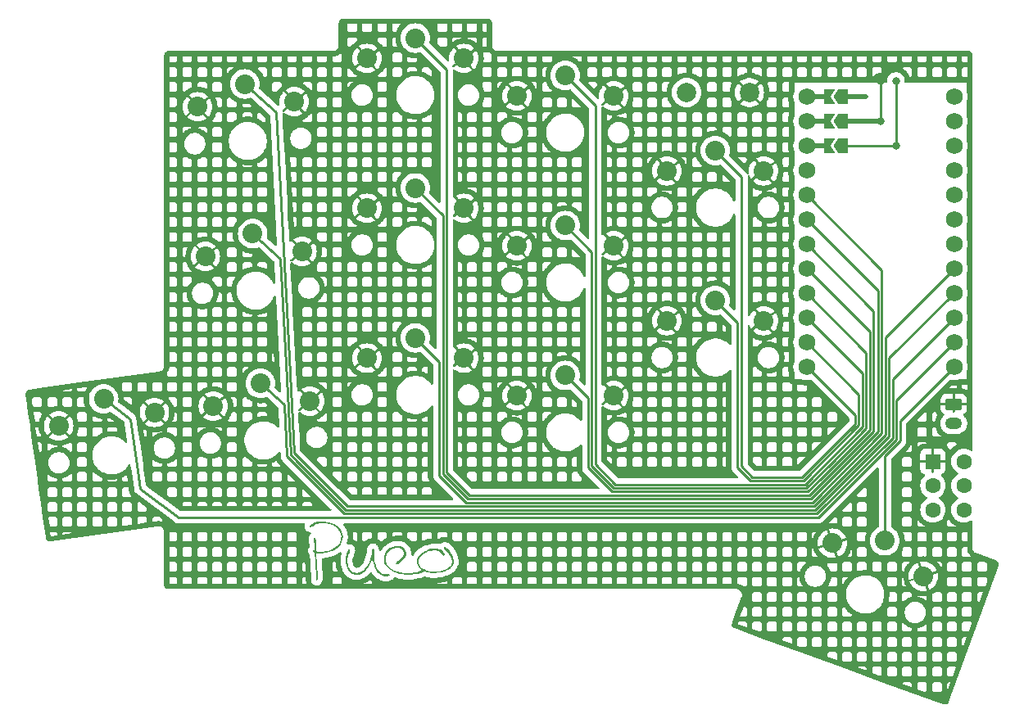
<source format=gbr>
%TF.GenerationSoftware,KiCad,Pcbnew,8.0.5*%
%TF.CreationDate,2024-09-24T21:25:46+10:00*%
%TF.ProjectId,pueo-min-space,7075656f-2d6d-4696-9e2d-73706163652e,0.1*%
%TF.SameCoordinates,Original*%
%TF.FileFunction,Copper,L1,Top*%
%TF.FilePolarity,Positive*%
%FSLAX46Y46*%
G04 Gerber Fmt 4.6, Leading zero omitted, Abs format (unit mm)*
G04 Created by KiCad (PCBNEW 8.0.5) date 2024-09-24 21:25:46*
%MOMM*%
%LPD*%
G01*
G04 APERTURE LIST*
G04 Aperture macros list*
%AMRoundRect*
0 Rectangle with rounded corners*
0 $1 Rounding radius*
0 $2 $3 $4 $5 $6 $7 $8 $9 X,Y pos of 4 corners*
0 Add a 4 corners polygon primitive as box body*
4,1,4,$2,$3,$4,$5,$6,$7,$8,$9,$2,$3,0*
0 Add four circle primitives for the rounded corners*
1,1,$1+$1,$2,$3*
1,1,$1+$1,$4,$5*
1,1,$1+$1,$6,$7*
1,1,$1+$1,$8,$9*
0 Add four rect primitives between the rounded corners*
20,1,$1+$1,$2,$3,$4,$5,0*
20,1,$1+$1,$4,$5,$6,$7,0*
20,1,$1+$1,$6,$7,$8,$9,0*
20,1,$1+$1,$8,$9,$2,$3,0*%
%AMFreePoly0*
4,1,6,0.500000,-0.750000,-0.650000,-0.750000,-0.150000,0.000000,-0.650000,0.750000,0.500000,0.750000,0.500000,-0.750000,0.500000,-0.750000,$1*%
%AMFreePoly1*
4,1,6,1.000000,0.000000,0.500000,-0.750000,-0.500000,-0.750000,-0.500000,0.750000,0.500000,0.750000,1.000000,0.000000,1.000000,0.000000,$1*%
G04 Aperture macros list end*
%TA.AperFunction,EtchedComponent*%
%ADD10C,0.000000*%
%TD*%
%TA.AperFunction,ComponentPad*%
%ADD11C,2.032000*%
%TD*%
%TA.AperFunction,ComponentPad*%
%ADD12RoundRect,0.250000X-0.625000X0.350000X-0.625000X-0.350000X0.625000X-0.350000X0.625000X0.350000X0*%
%TD*%
%TA.AperFunction,ComponentPad*%
%ADD13O,1.750000X1.200000*%
%TD*%
%TA.AperFunction,SMDPad,CuDef*%
%ADD14FreePoly0,180.000000*%
%TD*%
%TA.AperFunction,SMDPad,CuDef*%
%ADD15R,1.524000X0.500000*%
%TD*%
%TA.AperFunction,ComponentPad*%
%ADD16C,1.752600*%
%TD*%
%TA.AperFunction,SMDPad,CuDef*%
%ADD17FreePoly1,180.000000*%
%TD*%
%TA.AperFunction,ComponentPad*%
%ADD18C,2.000000*%
%TD*%
%TA.AperFunction,ComponentPad*%
%ADD19R,1.600000X1.600000*%
%TD*%
%TA.AperFunction,ComponentPad*%
%ADD20C,1.600000*%
%TD*%
%TA.AperFunction,ViaPad*%
%ADD21C,0.800000*%
%TD*%
%TA.AperFunction,Conductor*%
%ADD22C,0.250000*%
%TD*%
%TA.AperFunction,Conductor*%
%ADD23C,0.500000*%
%TD*%
G04 APERTURE END LIST*
D10*
%TA.AperFunction,EtchedComponent*%
%TO.C,G\u002A\u002A\u002A*%
G36*
X127978353Y-99714259D02*
G01*
X128001799Y-99727999D01*
X128019785Y-99753579D01*
X128033177Y-99798008D01*
X128042839Y-99868293D01*
X128049636Y-99971442D01*
X128054434Y-100114462D01*
X128058097Y-100304363D01*
X128059055Y-100368084D01*
X128064965Y-100607875D01*
X128076631Y-100805946D01*
X128096461Y-100976361D01*
X128126861Y-101133184D01*
X128170238Y-101290481D01*
X128228999Y-101462316D01*
X128260885Y-101547565D01*
X128360413Y-101780414D01*
X128465731Y-101965620D01*
X128583518Y-102111420D01*
X128720453Y-102226048D01*
X128883215Y-102317740D01*
X128886886Y-102319445D01*
X128969480Y-102354138D01*
X129045560Y-102374981D01*
X129133658Y-102384929D01*
X129252306Y-102386937D01*
X129306028Y-102386287D01*
X129456356Y-102385458D01*
X129559353Y-102389914D01*
X129623463Y-102401464D01*
X129657132Y-102421915D01*
X129668807Y-102453077D01*
X129669284Y-102464074D01*
X129643622Y-102517784D01*
X129573749Y-102559620D01*
X129470334Y-102588260D01*
X129344045Y-102602383D01*
X129205551Y-102600669D01*
X129065522Y-102581795D01*
X128956378Y-102552360D01*
X128721732Y-102446827D01*
X128525124Y-102303694D01*
X128360915Y-102118065D01*
X128251484Y-101940220D01*
X128182652Y-101792165D01*
X128111124Y-101607893D01*
X128043146Y-101406353D01*
X127984961Y-101206493D01*
X127942817Y-101027261D01*
X127933344Y-100974955D01*
X127914723Y-100873412D01*
X127896890Y-100797389D01*
X127883065Y-100760112D01*
X127880599Y-100758398D01*
X127863779Y-100782794D01*
X127837632Y-100846189D01*
X127812915Y-100919069D01*
X127671428Y-101280063D01*
X127482390Y-101612862D01*
X127247676Y-101914342D01*
X127160172Y-102006771D01*
X126947292Y-102190893D01*
X126726280Y-102325503D01*
X126501521Y-102410296D01*
X126277400Y-102444966D01*
X126058302Y-102429207D01*
X125848614Y-102362715D01*
X125652719Y-102245183D01*
X125515577Y-102121339D01*
X125361636Y-101929505D01*
X125248382Y-101719021D01*
X125172010Y-101480556D01*
X125128717Y-101204780D01*
X125125151Y-101163568D01*
X125119952Y-100979904D01*
X125130788Y-100786321D01*
X125155507Y-100590415D01*
X125191957Y-100399784D01*
X125237987Y-100222025D01*
X125291444Y-100064736D01*
X125350175Y-99935512D01*
X125412030Y-99841952D01*
X125474855Y-99791652D01*
X125515434Y-99785788D01*
X125568192Y-99817282D01*
X125585320Y-99891325D01*
X125566845Y-100007431D01*
X125512792Y-100165116D01*
X125492492Y-100213847D01*
X125385685Y-100514589D01*
X125324414Y-100809348D01*
X125308261Y-101092940D01*
X125336805Y-101360182D01*
X125409628Y-101605894D01*
X125526312Y-101824891D01*
X125633606Y-101959245D01*
X125755171Y-102077915D01*
X125866523Y-102157994D01*
X125984463Y-102209817D01*
X126082519Y-102235357D01*
X126290380Y-102251427D01*
X126497691Y-102215748D01*
X126701185Y-102132391D01*
X126897596Y-102005428D01*
X127083657Y-101838930D01*
X127256101Y-101636967D01*
X127411662Y-101403610D01*
X127547072Y-101142930D01*
X127659065Y-100858999D01*
X127744374Y-100555888D01*
X127799732Y-100237666D01*
X127815011Y-100076349D01*
X127833032Y-99907658D01*
X127861073Y-99791657D01*
X127900254Y-99725862D01*
X127951695Y-99707789D01*
X127978353Y-99714259D01*
G37*
%TD.AperFunction*%
%TA.AperFunction,EtchedComponent*%
G36*
X122852361Y-96947415D02*
G01*
X122941994Y-96955467D01*
X123316855Y-97012937D01*
X123655103Y-97103362D01*
X123954798Y-97225122D01*
X124214003Y-97376598D01*
X124430779Y-97556172D01*
X124603187Y-97762224D01*
X124729288Y-97993134D01*
X124807144Y-98247285D01*
X124834816Y-98523056D01*
X124834849Y-98536341D01*
X124807641Y-98808311D01*
X124728613Y-99064452D01*
X124600241Y-99302159D01*
X124425003Y-99518830D01*
X124205376Y-99711861D01*
X123943839Y-99878648D01*
X123642867Y-100016587D01*
X123331635Y-100116205D01*
X123139953Y-100157063D01*
X122915081Y-100190273D01*
X122679465Y-100213490D01*
X122455548Y-100224369D01*
X122309136Y-100223036D01*
X122088371Y-100213513D01*
X122106435Y-100688541D01*
X122115911Y-100895425D01*
X122129328Y-101132189D01*
X122145081Y-101373102D01*
X122161571Y-101592435D01*
X122166012Y-101645445D01*
X122185857Y-101901479D01*
X122200614Y-102146101D01*
X122210184Y-102372554D01*
X122214469Y-102574081D01*
X122213369Y-102743924D01*
X122206784Y-102875326D01*
X122194615Y-102961529D01*
X122185727Y-102986836D01*
X122145970Y-103039944D01*
X122107019Y-103042149D01*
X122074433Y-103016176D01*
X122061110Y-102981368D01*
X122051343Y-102904759D01*
X122044902Y-102782540D01*
X122041555Y-102610898D01*
X122040928Y-102464305D01*
X122038655Y-102261165D01*
X122032343Y-102023567D01*
X122022774Y-101772729D01*
X122010733Y-101529872D01*
X122000097Y-101359168D01*
X121986382Y-101159885D01*
X121972730Y-100957392D01*
X121960110Y-100766347D01*
X121949488Y-100601408D01*
X121941834Y-100477232D01*
X121941706Y-100475062D01*
X121924172Y-100177754D01*
X121821866Y-100111549D01*
X121751994Y-100053211D01*
X121720284Y-99997714D01*
X121719559Y-99989715D01*
X121729094Y-99952841D01*
X121767658Y-99938187D01*
X121824345Y-99937273D01*
X121929130Y-99940460D01*
X121929024Y-99727702D01*
X121927847Y-99646991D01*
X121923595Y-99566696D01*
X121915055Y-99477390D01*
X121901018Y-99369646D01*
X121880272Y-99234038D01*
X121851607Y-99061139D01*
X121819150Y-98872272D01*
X121802726Y-98742843D01*
X121807858Y-98659530D01*
X121835785Y-98616390D01*
X121874483Y-98606803D01*
X121925750Y-98623506D01*
X121969066Y-98675859D01*
X122005183Y-98767229D01*
X122034852Y-98900983D01*
X122058824Y-99080487D01*
X122077850Y-99309109D01*
X122092403Y-99583619D01*
X122110758Y-100015551D01*
X122222530Y-100040184D01*
X122379004Y-100059269D01*
X122574044Y-100059276D01*
X122794424Y-100042128D01*
X123026918Y-100009747D01*
X123258301Y-99964056D01*
X123475349Y-99906978D01*
X123664837Y-99840433D01*
X123699884Y-99825439D01*
X123961869Y-99684913D01*
X124184480Y-99516588D01*
X124366412Y-99325464D01*
X124506356Y-99116539D01*
X124603008Y-98894813D01*
X124655060Y-98665284D01*
X124661207Y-98432951D01*
X124620140Y-98202813D01*
X124530554Y-97979870D01*
X124391143Y-97769119D01*
X124271286Y-97639213D01*
X124036212Y-97452476D01*
X123763443Y-97306543D01*
X123453760Y-97201681D01*
X123107940Y-97138158D01*
X122753443Y-97116406D01*
X122549929Y-97119656D01*
X122377695Y-97136699D01*
X122221502Y-97171966D01*
X122066111Y-97229890D01*
X121896282Y-97314901D01*
X121721203Y-97416597D01*
X121588823Y-97486091D01*
X121490600Y-97514025D01*
X121427563Y-97500218D01*
X121406973Y-97471604D01*
X121409172Y-97402862D01*
X121459952Y-97324739D01*
X121554209Y-97243392D01*
X121640910Y-97189171D01*
X121917110Y-97061148D01*
X122206023Y-96979091D01*
X122515242Y-96941634D01*
X122852361Y-96947415D01*
G37*
%TD.AperFunction*%
%TA.AperFunction,EtchedComponent*%
G36*
X130639879Y-99461800D02*
G01*
X130734936Y-99469109D01*
X130811292Y-99486048D01*
X130887499Y-99515951D01*
X130931784Y-99537021D01*
X131114436Y-99654243D01*
X131252139Y-99802938D01*
X131342763Y-99979792D01*
X131384175Y-100181492D01*
X131386673Y-100243763D01*
X131384700Y-100353556D01*
X131372469Y-100432005D01*
X131342725Y-100503501D01*
X131288211Y-100592436D01*
X131278618Y-100607019D01*
X131182078Y-100734548D01*
X131053751Y-100877934D01*
X130908537Y-101022317D01*
X130761338Y-101152839D01*
X130633684Y-101250154D01*
X130526207Y-101310845D01*
X130430680Y-101341599D01*
X130358117Y-101340080D01*
X130324958Y-101315666D01*
X130312005Y-101259834D01*
X130339414Y-101193679D01*
X130410190Y-101113235D01*
X130527339Y-101014534D01*
X130587195Y-100969538D01*
X130805224Y-100796849D01*
X130970398Y-100636750D01*
X131083781Y-100487135D01*
X131146437Y-100345898D01*
X131159430Y-100210934D01*
X131123824Y-100080137D01*
X131077317Y-99999500D01*
X130954535Y-99853255D01*
X130817076Y-99753027D01*
X130657383Y-99695911D01*
X130467899Y-99679004D01*
X130281158Y-99693620D01*
X130021328Y-99753008D01*
X129795658Y-99856582D01*
X129604296Y-100004240D01*
X129447388Y-100195878D01*
X129369343Y-100332940D01*
X129320915Y-100434085D01*
X129290196Y-100512940D01*
X129273168Y-100588351D01*
X129265818Y-100679163D01*
X129264127Y-100804222D01*
X129264114Y-100826734D01*
X129265736Y-100962207D01*
X129272708Y-101059410D01*
X129288184Y-101135918D01*
X129315322Y-101209303D01*
X129343662Y-101269684D01*
X129477698Y-101481599D01*
X129660699Y-101675806D01*
X129887672Y-101849152D01*
X130153625Y-101998483D01*
X130453565Y-102120645D01*
X130782500Y-102212487D01*
X130862732Y-102229185D01*
X131056788Y-102257128D01*
X131291362Y-102272499D01*
X131527480Y-102276086D01*
X131868699Y-102266865D01*
X132166269Y-102239882D01*
X132430057Y-102193475D01*
X132669928Y-102125985D01*
X132859683Y-102051996D01*
X133018288Y-101982103D01*
X132839048Y-101814433D01*
X132672644Y-101631135D01*
X132572202Y-101468810D01*
X132529651Y-101378117D01*
X132504645Y-101306011D01*
X132493632Y-101232485D01*
X132493060Y-101137531D01*
X132497073Y-101045585D01*
X132519946Y-100850017D01*
X132571409Y-100683184D01*
X132658518Y-100530226D01*
X132788332Y-100376281D01*
X132839118Y-100325285D01*
X133061843Y-100139118D01*
X133312022Y-99990596D01*
X133600593Y-99873330D01*
X133629289Y-99863941D01*
X133965708Y-99775015D01*
X134275110Y-99733500D01*
X134559838Y-99739253D01*
X134820456Y-99791593D01*
X134983273Y-99858982D01*
X135125330Y-99952695D01*
X135238094Y-100064211D01*
X135313033Y-100185009D01*
X135341612Y-100306567D01*
X135341671Y-100312084D01*
X135325357Y-100407401D01*
X135283616Y-100459443D01*
X135227253Y-100465158D01*
X135167073Y-100421491D01*
X135133875Y-100370798D01*
X135094668Y-100309948D01*
X135032682Y-100228617D01*
X134979319Y-100165148D01*
X134897626Y-100082683D01*
X134814789Y-100027750D01*
X134706014Y-99984717D01*
X134680168Y-99976534D01*
X134445937Y-99930801D01*
X134189710Y-99927335D01*
X133922457Y-99963276D01*
X133655147Y-100035763D01*
X133398748Y-100141935D01*
X133164230Y-100278932D01*
X132990579Y-100417206D01*
X132841397Y-100578041D01*
X132742365Y-100742076D01*
X132688309Y-100920390D01*
X132673838Y-101095254D01*
X132675775Y-101209941D01*
X132686588Y-101291630D01*
X132712400Y-101363140D01*
X132759336Y-101447288D01*
X132775308Y-101473329D01*
X132851280Y-101580325D01*
X132942070Y-101686076D01*
X133007470Y-101749340D01*
X133094175Y-101816109D01*
X133165712Y-101850096D01*
X133243326Y-101860909D01*
X133254582Y-101861111D01*
X133329914Y-101866098D01*
X133364124Y-101883975D01*
X133371704Y-101918024D01*
X133399010Y-101964505D01*
X133478441Y-102007941D01*
X133606266Y-102047117D01*
X133778754Y-102080823D01*
X133938043Y-102102103D01*
X134339626Y-102119621D01*
X134735096Y-102081811D01*
X135121890Y-101989119D01*
X135497447Y-101841989D01*
X135532793Y-101825028D01*
X135737703Y-101704795D01*
X135894202Y-101565815D01*
X136008188Y-101402521D01*
X136032550Y-101353301D01*
X136073017Y-101253193D01*
X136091502Y-101165706D01*
X136092792Y-101062439D01*
X136089805Y-101013646D01*
X136048629Y-100789017D01*
X135959318Y-100553694D01*
X135826339Y-100315850D01*
X135654162Y-100083657D01*
X135477929Y-99894514D01*
X135371837Y-99785297D01*
X135309049Y-99703793D01*
X135287133Y-99645595D01*
X135303657Y-99606301D01*
X135314410Y-99598351D01*
X135360451Y-99591018D01*
X135422905Y-99598202D01*
X135527704Y-99645366D01*
X135641999Y-99737979D01*
X135760726Y-99867534D01*
X135878821Y-100025524D01*
X135991219Y-100203441D01*
X136092857Y-100392779D01*
X136178671Y-100585031D01*
X136243597Y-100771689D01*
X136282571Y-100944248D01*
X136291726Y-101057745D01*
X136265209Y-101251636D01*
X136189917Y-101443291D01*
X136072238Y-101621520D01*
X135918561Y-101775136D01*
X135854835Y-101822823D01*
X135612953Y-101961269D01*
X135331502Y-102075191D01*
X135021843Y-102163065D01*
X134695340Y-102223369D01*
X134363355Y-102254582D01*
X134037251Y-102255179D01*
X133728391Y-102223640D01*
X133448136Y-102158442D01*
X133419466Y-102149124D01*
X133226961Y-102084560D01*
X133047847Y-102165277D01*
X132810989Y-102253370D01*
X132532706Y-102325632D01*
X132225589Y-102380585D01*
X131902225Y-102416751D01*
X131575201Y-102432649D01*
X131257106Y-102426803D01*
X131010538Y-102404589D01*
X130652286Y-102339145D01*
X130317793Y-102239242D01*
X130011981Y-102107765D01*
X129739771Y-101947599D01*
X129506085Y-101761627D01*
X129315843Y-101552737D01*
X129176823Y-101329632D01*
X129128293Y-101228861D01*
X129097014Y-101151069D01*
X129079256Y-101078395D01*
X129071288Y-100992973D01*
X129069380Y-100876941D01*
X129069485Y-100815635D01*
X129071430Y-100676658D01*
X129078532Y-100574425D01*
X129094313Y-100489820D01*
X129122294Y-100403724D01*
X129164231Y-100301147D01*
X129296300Y-100058793D01*
X129467731Y-99854548D01*
X129675125Y-99690538D01*
X129915082Y-99568889D01*
X130184203Y-99491728D01*
X130479089Y-99461182D01*
X130507568Y-99460786D01*
X130639879Y-99461800D01*
G37*
%TD.AperFunction*%
%TD*%
D11*
%TO.P,S12,1*%
%TO.N,GND*%
X158320834Y-60677911D03*
X168320834Y-60677911D03*
%TO.P,S12,2*%
%TO.N,P9*%
X163320834Y-58577911D03*
%TD*%
%TO.P,S13,1*%
%TO.N,GND*%
X175422044Y-99186976D03*
X184818971Y-102607178D03*
%TO.P,S13,2*%
%TO.N,P10*%
X180838750Y-98923723D03*
%TD*%
%TO.P,S9,1*%
%TO.N,GND*%
X142820834Y-68427911D03*
X152820834Y-68427911D03*
%TO.P,S9,2*%
%TO.N,P6*%
X147820834Y-66327911D03*
%TD*%
D12*
%TO.P,J6,1,Pin_1*%
%TO.N,GND*%
X187960420Y-84807747D03*
D13*
%TO.P,J6,2,Pin_2*%
%TO.N,N/C*%
X187960417Y-86807747D03*
%TD*%
D11*
%TO.P,S4,1*%
%TO.N,GND*%
X109811749Y-54054143D03*
X119798044Y-53530783D03*
%TO.P,S4,2*%
%TO.N,P18*%
X114694991Y-51695341D03*
%TD*%
%TO.P,S3,1*%
%TO.N,GND*%
X110622956Y-69532903D03*
X120609251Y-69009543D03*
%TO.P,S3,2*%
%TO.N,P15*%
X115506198Y-67174101D03*
%TD*%
%TO.P,S7,1*%
%TO.N,GND*%
X127320837Y-49052911D03*
X137320837Y-49052911D03*
%TO.P,S7,2*%
%TO.N,P4*%
X132320837Y-46952911D03*
%TD*%
%TO.P,S11,1*%
%TO.N,GND*%
X158320834Y-76177912D03*
X168320834Y-76177912D03*
%TO.P,S11,2*%
%TO.N,P8*%
X163320834Y-74077912D03*
%TD*%
%TO.P,S10,1*%
%TO.N,GND*%
X142820832Y-52927910D03*
X152820832Y-52927910D03*
%TO.P,S10,2*%
%TO.N,P7*%
X147820832Y-50827910D03*
%TD*%
%TO.P,S8,1*%
%TO.N,GND*%
X142820836Y-83927913D03*
X152820836Y-83927913D03*
%TO.P,S8,2*%
%TO.N,P5*%
X147820836Y-81827913D03*
%TD*%
%TO.P,S2,1*%
%TO.N,GND*%
X111434164Y-85011659D03*
X121420459Y-84488299D03*
%TO.P,S2,2*%
%TO.N,P14*%
X116317406Y-82652857D03*
%TD*%
D14*
%TO.P,MCU1,*%
%TO.N,*%
X175060833Y-53012911D03*
D15*
X174135834Y-53012912D03*
D16*
X172765840Y-53012913D03*
X188005829Y-53012915D03*
D14*
X175060833Y-55552912D03*
D15*
X174135832Y-55552912D03*
D16*
%TO.N,GND*%
X172765833Y-55552912D03*
X188005833Y-55552913D03*
%TO.N,*%
X172765834Y-58092911D03*
X188005835Y-58092912D03*
D14*
X175060834Y-58092912D03*
D15*
X174135832Y-58092912D03*
D16*
X188005834Y-60632914D03*
X172765833Y-60632914D03*
D17*
%TO.P,MCU1,1*%
%TO.N,RAW*%
X176510830Y-53012911D03*
%TO.P,MCU1,2*%
%TO.N,GND*%
X176510833Y-55552911D03*
%TO.P,MCU1,3*%
%TO.N,RST*%
X176510833Y-58092912D03*
D16*
%TO.P,MCU1,5*%
%TO.N,P21*%
X188005833Y-63172912D03*
%TO.P,MCU1,6*%
%TO.N,P20*%
X188005833Y-65712911D03*
%TO.P,MCU1,7*%
%TO.N,P19*%
X188005833Y-68252913D03*
%TO.P,MCU1,8*%
%TO.N,P18*%
X188005834Y-70792913D03*
%TO.P,MCU1,9*%
%TO.N,P15*%
X188005833Y-73332910D03*
%TO.P,MCU1,10*%
%TO.N,P14*%
X188005832Y-75872913D03*
%TO.P,MCU1,11*%
%TO.N,P16*%
X188005833Y-78412912D03*
%TO.P,MCU1,12*%
%TO.N,P10*%
X188005826Y-80952911D03*
%TO.P,MCU1,17*%
%TO.N,P2*%
X172765832Y-63172911D03*
%TO.P,MCU1,18*%
%TO.N,P3*%
X172765833Y-65712911D03*
%TO.P,MCU1,19*%
%TO.N,P4*%
X172765833Y-68252913D03*
%TO.P,MCU1,20*%
%TO.N,P5*%
X172765833Y-70792912D03*
%TO.P,MCU1,21*%
%TO.N,P6*%
X172765832Y-73332910D03*
%TO.P,MCU1,22*%
%TO.N,P7*%
X172765831Y-75872912D03*
%TO.P,MCU1,23*%
%TO.N,P8*%
X172765833Y-78412911D03*
%TO.P,MCU1,24*%
%TO.N,P9*%
X172765837Y-80952909D03*
%TD*%
D11*
%TO.P,S1,1*%
%TO.N,GND*%
X95450039Y-87045917D03*
X105352720Y-85654189D03*
%TO.P,S1,2*%
%TO.N,P16*%
X100109116Y-84270491D03*
%TD*%
%TO.P,S6,1*%
%TO.N,GND*%
X127320832Y-64552913D03*
X137320832Y-64552913D03*
%TO.P,S6,2*%
%TO.N,P3*%
X132320832Y-62452913D03*
%TD*%
D18*
%TO.P,SW16,1,1*%
%TO.N,RST*%
X160355000Y-52582000D03*
%TO.P,SW16,2,2*%
%TO.N,GND*%
X166855000Y-52582000D03*
%TD*%
D11*
%TO.P,S5,1*%
%TO.N,GND*%
X127320834Y-80052915D03*
X137320834Y-80052915D03*
%TO.P,S5,2*%
%TO.N,P2*%
X132320834Y-77952915D03*
%TD*%
D19*
%TO.P,on/off,1*%
%TO.N,GND*%
X185809425Y-90730861D03*
D20*
%TO.P,on/off,2*%
%TO.N,N/C*%
X185809418Y-93230862D03*
%TO.P,on/off,3*%
%TO.N,RAW*%
X185809433Y-95730861D03*
%TO.P,on/off,4*%
%TO.N,N/C*%
X189009435Y-90730853D03*
%TO.P,on/off,5*%
X189009430Y-93230861D03*
%TO.P,on/off,6*%
X189009419Y-95730860D03*
%TD*%
D21*
%TO.N,GND*%
X180432114Y-51387053D03*
X180432120Y-55552905D03*
%TO.N,RST*%
X181989420Y-51379744D03*
X181990115Y-58092907D03*
%TD*%
D22*
%TO.N,P2*%
X180530018Y-70937095D02*
X180530017Y-87820134D01*
X134791017Y-80423095D02*
X132320835Y-77952910D01*
X172765836Y-63172907D02*
X180425956Y-70833031D01*
X137577713Y-94986880D02*
X134791018Y-92200184D01*
X134791018Y-92200184D02*
X134791017Y-80423095D01*
X180530017Y-87820134D02*
X173363271Y-94986882D01*
X173363271Y-94986882D02*
X137577713Y-94986880D01*
X180425956Y-70833031D02*
X180530018Y-70937095D01*
%TO.N,P6*%
X178917958Y-87299561D02*
X175210364Y-91007152D01*
X175210364Y-91007152D02*
X172738638Y-93478879D01*
X150559019Y-69066096D02*
X150559018Y-91210868D01*
X172738638Y-93478879D02*
X152827032Y-93478881D01*
X152827032Y-93478881D02*
X150559018Y-91210868D01*
X178917958Y-87299561D02*
X178917951Y-79485035D01*
X178917951Y-79485035D02*
X172765830Y-73332905D01*
X147820834Y-66327912D02*
X150559019Y-69066096D01*
%TO.N,P4*%
X179671958Y-87611878D02*
X173050955Y-94232878D01*
X179671954Y-75159035D02*
X179671958Y-87611878D01*
X135545018Y-50177093D02*
X135545018Y-91887864D01*
X173050955Y-94232878D02*
X137890032Y-94232881D01*
X135545018Y-91887864D02*
X137890032Y-94232881D01*
X132320835Y-46952910D02*
X135545018Y-50177093D01*
X172765831Y-68252911D02*
X179671954Y-75159035D01*
%TO.N,P3*%
X180153019Y-87663975D02*
X180153019Y-73100100D01*
X180153019Y-73100100D02*
X180048955Y-72996036D01*
X135168017Y-65300094D02*
X135168019Y-92044027D01*
X173207113Y-94609881D02*
X180153019Y-87663975D01*
X137733874Y-94609881D02*
X173207113Y-94609881D01*
X180048955Y-72996036D02*
X172765827Y-65712912D01*
X132320836Y-62452915D02*
X135168017Y-65300094D01*
X135168019Y-92044027D02*
X137733874Y-94609881D01*
%TO.N,P5*%
X174241077Y-92509594D02*
X172894796Y-93855882D01*
X152667032Y-93855879D02*
X150182018Y-91370865D01*
X147820833Y-81827912D02*
X150182018Y-84189096D01*
X172765832Y-70792910D02*
X179294957Y-77322035D01*
X150182018Y-84189096D02*
X150182018Y-91370865D01*
X172894796Y-93855882D02*
X152667032Y-93855879D01*
X179294957Y-77322035D02*
X179294956Y-87455715D01*
X179294956Y-87455715D02*
X174241077Y-92509594D01*
%TO.N,P7*%
X172582483Y-93101879D02*
X178540955Y-87143398D01*
X150936016Y-53943096D02*
X150936016Y-91034865D01*
X153003031Y-93101881D02*
X150936016Y-91034865D01*
X178540954Y-81648037D02*
X172765826Y-75872907D01*
X147820831Y-50827911D02*
X150936016Y-53943096D01*
X178540955Y-87143398D02*
X178540954Y-81648037D01*
X172582483Y-93101879D02*
X153003031Y-93101881D01*
%TO.N,P8*%
X165622019Y-76379095D02*
X165622018Y-91364024D01*
X165622018Y-91364024D02*
X166982869Y-92724877D01*
X163320835Y-74077911D02*
X165622019Y-76379095D01*
X166982869Y-92724877D02*
X172426325Y-92724872D01*
X178163954Y-86987247D02*
X178163955Y-83811036D01*
X178163955Y-83811036D02*
X172765826Y-78412904D01*
X172426325Y-92724872D02*
X178163954Y-86987247D01*
D23*
%TO.N,RAW*%
X176504473Y-53041030D02*
X178890116Y-53041023D01*
D22*
%TO.N,GND*%
X180432120Y-55552905D02*
X180432114Y-51387053D01*
D23*
X176510832Y-55552909D02*
X180427995Y-55552909D01*
D22*
%TO.N,RST*%
X176510833Y-58092911D02*
X181990115Y-58092907D01*
X181989418Y-58092215D02*
X181989420Y-51379744D01*
%TO.N,P18*%
X180907016Y-87976292D02*
X173519430Y-95363881D01*
X119793766Y-89874049D02*
X119019403Y-75098328D01*
X173519430Y-95363881D02*
X173207114Y-95363881D01*
X188005832Y-70792915D02*
X180907017Y-77891729D01*
X180907017Y-77891729D02*
X180907016Y-87976292D01*
X125283596Y-95363878D02*
X119793766Y-89874049D01*
X146998876Y-95363880D02*
X125283596Y-95363878D01*
X119019403Y-75098328D02*
X117946330Y-54622859D01*
X117946330Y-54622859D02*
X114694991Y-51695344D01*
X173207114Y-95363881D02*
X146998876Y-95363880D01*
%TO.N,P15*%
X188005830Y-73332910D02*
X181284018Y-80054724D01*
X125127439Y-95740881D02*
X120164733Y-90778174D01*
X119424857Y-90038298D02*
X119424859Y-90038300D01*
X173675591Y-95740879D02*
X125127439Y-95740881D01*
X181284018Y-82902663D02*
X181284016Y-88132453D01*
X118361321Y-69744865D02*
X119424857Y-90038298D01*
X120164733Y-90778174D02*
X119424859Y-90038300D01*
X181284016Y-88132453D02*
X173675591Y-95740879D01*
X118361321Y-69744865D02*
X115506198Y-67174101D01*
X181284018Y-80054724D02*
X181284018Y-82902663D01*
%TO.N,P14*%
X181661016Y-82217728D02*
X181661015Y-86408650D01*
X116317405Y-82652857D02*
X118776314Y-84866865D01*
X118866473Y-86587204D02*
X119056544Y-90213973D01*
X118776314Y-84866865D02*
X118866474Y-86587201D01*
X181661018Y-88288614D02*
X173831750Y-96117881D01*
X173831750Y-96117881D02*
X169866664Y-96117881D01*
X181661015Y-86408650D02*
X181661018Y-88288614D01*
X124971276Y-96117881D02*
X119047853Y-90194456D01*
X188005832Y-75872911D02*
X181661016Y-82217728D01*
X118866474Y-86587201D02*
X118866473Y-86587204D01*
X169866664Y-96117881D02*
X124971276Y-96117881D01*
%TO.N,P16*%
X126218128Y-96496753D02*
X107814247Y-96496753D01*
X103876094Y-93529141D02*
X107814247Y-96496753D01*
X103616399Y-91681301D02*
X103876094Y-93529141D01*
X102866943Y-86348662D02*
X103616399Y-91681301D01*
X173987909Y-96494881D02*
X126220000Y-96494881D01*
X126220000Y-96494881D02*
X126218128Y-96496753D01*
X188005833Y-78412912D02*
X182038018Y-84380727D01*
X100109115Y-84270488D02*
X102866943Y-86348662D01*
X182038018Y-84380727D02*
X182038018Y-88444772D01*
X182038018Y-88444772D02*
X173987909Y-96494881D01*
%TO.N,P10*%
X188005826Y-80952911D02*
X182415018Y-86543719D01*
X180838750Y-98923723D02*
X180838750Y-90177199D01*
X182415018Y-86543719D02*
X182415018Y-88600931D01*
X180838750Y-90177199D02*
X182415018Y-88600931D01*
%TO.N,P9*%
X177786955Y-85958871D02*
X172780993Y-80952914D01*
X167139024Y-92347874D02*
X166022018Y-91230863D01*
X172270166Y-92347871D02*
X177786954Y-86831082D01*
X166022018Y-61279091D02*
X163320833Y-58577909D01*
X166022018Y-91230863D02*
X166022018Y-61279091D01*
X172270166Y-92347871D02*
X167139024Y-92347874D01*
X177786954Y-86831082D02*
X177786955Y-85958871D01*
%TD*%
%TA.AperFunction,Conductor*%
%TO.N,GND*%
G36*
X120927223Y-84893088D02*
G01*
X121015670Y-84981535D01*
X121022036Y-84985789D01*
X120398278Y-85509184D01*
X120334269Y-85537196D01*
X120265277Y-85526157D01*
X120213206Y-85479570D01*
X120194743Y-85420688D01*
X120194612Y-85418177D01*
X120210760Y-85350205D01*
X120238735Y-85316704D01*
X120861250Y-84794352D01*
X120927223Y-84893088D01*
G37*
%TD.AperFunction*%
%TA.AperFunction,Conductor*%
G36*
X152258107Y-84228698D02*
G01*
X152327600Y-84332702D01*
X152397974Y-84403076D01*
X151768141Y-84877691D01*
X151702754Y-84902315D01*
X151634435Y-84887680D01*
X151584873Y-84838432D01*
X151569516Y-84778660D01*
X151569516Y-84776156D01*
X151589201Y-84709117D01*
X151618891Y-84677125D01*
X152247608Y-84203352D01*
X152258107Y-84228698D01*
G37*
%TD.AperFunction*%
%TA.AperFunction,Conductor*%
G36*
X136758105Y-80353700D02*
G01*
X136827598Y-80457704D01*
X136897972Y-80528078D01*
X136377143Y-80920553D01*
X136311756Y-80945177D01*
X136243437Y-80930542D01*
X136193875Y-80881294D01*
X136178518Y-80821522D01*
X136178518Y-80819018D01*
X136198203Y-80751979D01*
X136227893Y-80719987D01*
X136747606Y-80328354D01*
X136758105Y-80353700D01*
G37*
%TD.AperFunction*%
%TA.AperFunction,Conductor*%
G36*
X120116015Y-69414332D02*
G01*
X120204462Y-69502779D01*
X120210828Y-69507033D01*
X119587071Y-70030427D01*
X119523062Y-70058439D01*
X119454070Y-70047400D01*
X119401999Y-70000813D01*
X119383536Y-69941933D01*
X119383405Y-69939423D01*
X119399552Y-69871451D01*
X119427528Y-69837948D01*
X120050042Y-69315596D01*
X120116015Y-69414332D01*
G37*
%TD.AperFunction*%
%TA.AperFunction,Conductor*%
G36*
X152258105Y-68728696D02*
G01*
X152327598Y-68832700D01*
X152397972Y-68903074D01*
X151768141Y-69377688D01*
X151702754Y-69402312D01*
X151634435Y-69387677D01*
X151584873Y-69338429D01*
X151569516Y-69278657D01*
X151569516Y-69276153D01*
X151589201Y-69209114D01*
X151618891Y-69177122D01*
X152247606Y-68703350D01*
X152258105Y-68728696D01*
G37*
%TD.AperFunction*%
%TA.AperFunction,Conductor*%
G36*
X136758103Y-64853698D02*
G01*
X136827596Y-64957702D01*
X136897970Y-65028076D01*
X136377143Y-65420549D01*
X136311756Y-65445173D01*
X136243437Y-65430538D01*
X136193875Y-65381290D01*
X136178518Y-65321518D01*
X136178518Y-65319015D01*
X136198203Y-65251976D01*
X136227893Y-65219984D01*
X136747604Y-64828352D01*
X136758103Y-64853698D01*
G37*
%TD.AperFunction*%
%TA.AperFunction,Conductor*%
G36*
X119304808Y-53935572D02*
G01*
X119393255Y-54024019D01*
X119399622Y-54028273D01*
X118767220Y-54558921D01*
X118703211Y-54586933D01*
X118634219Y-54575894D01*
X118582148Y-54529307D01*
X118567336Y-54494478D01*
X118566789Y-54492326D01*
X118569351Y-54422504D01*
X118607261Y-54366789D01*
X119238835Y-53836836D01*
X119304808Y-53935572D01*
G37*
%TD.AperFunction*%
%TA.AperFunction,Conductor*%
G36*
X152258103Y-53228695D02*
G01*
X152327596Y-53332699D01*
X152397970Y-53403073D01*
X151752601Y-53889395D01*
X151687214Y-53914019D01*
X151618895Y-53899384D01*
X151569333Y-53850136D01*
X151556358Y-53814553D01*
X151555925Y-53812376D01*
X151562154Y-53742785D01*
X151602918Y-53689156D01*
X152247604Y-53203349D01*
X152258103Y-53228695D01*
G37*
%TD.AperFunction*%
%TA.AperFunction,Conductor*%
G36*
X136758108Y-49353696D02*
G01*
X136827601Y-49457700D01*
X136897975Y-49528074D01*
X136312461Y-49969292D01*
X136247074Y-49993916D01*
X136178755Y-49979281D01*
X136129193Y-49930033D01*
X136123289Y-49917749D01*
X136122497Y-49915837D01*
X136115009Y-49846374D01*
X136146264Y-49783885D01*
X136162420Y-49769322D01*
X136747609Y-49328350D01*
X136758108Y-49353696D01*
G37*
%TD.AperFunction*%
%TA.AperFunction,Conductor*%
G36*
X185934425Y-91793364D02*
G01*
X185914740Y-91860403D01*
X185861936Y-91906158D01*
X185810425Y-91917364D01*
X185808425Y-91917364D01*
X185741386Y-91897679D01*
X185695631Y-91844875D01*
X185684425Y-91793364D01*
X185684425Y-91111478D01*
X185756764Y-91130861D01*
X185862086Y-91130861D01*
X185934425Y-91111478D01*
X185934425Y-91793364D01*
G37*
%TD.AperFunction*%
%TA.AperFunction,Conductor*%
G36*
X188085420Y-85575247D02*
G01*
X188065735Y-85642286D01*
X188012931Y-85688041D01*
X187961420Y-85699247D01*
X187959420Y-85699247D01*
X187892381Y-85679562D01*
X187846626Y-85626758D01*
X187835420Y-85575247D01*
X187835420Y-85162481D01*
X187911050Y-85182747D01*
X188009790Y-85182747D01*
X188085420Y-85162481D01*
X188085420Y-85575247D01*
G37*
%TD.AperFunction*%
%TA.AperFunction,Conductor*%
G36*
X139812706Y-44928412D02*
G01*
X139828872Y-44929473D01*
X139914511Y-44940753D01*
X139945771Y-44949132D01*
X139970376Y-44959325D01*
X140017986Y-44979051D01*
X140046015Y-44995236D01*
X140108020Y-45042819D01*
X140130907Y-45065708D01*
X140178487Y-45127720D01*
X140194669Y-45155751D01*
X140197111Y-45161645D01*
X140224578Y-45227962D01*
X140232956Y-45259231D01*
X140244276Y-45345242D01*
X140245336Y-45361422D01*
X140245334Y-47651502D01*
X140245286Y-47651665D01*
X140245287Y-47767755D01*
X140245288Y-47767761D01*
X140274150Y-47894197D01*
X140330425Y-48011044D01*
X140330426Y-48011045D01*
X140330427Y-48011047D01*
X140369956Y-48060610D01*
X140411292Y-48112440D01*
X140411295Y-48112443D01*
X140512697Y-48193301D01*
X140614958Y-48242540D01*
X140629549Y-48249566D01*
X140755992Y-48278418D01*
X140807870Y-48278414D01*
X189472698Y-48278414D01*
X189488891Y-48279476D01*
X189574505Y-48290753D01*
X189605772Y-48299133D01*
X189677983Y-48329049D01*
X189706011Y-48345233D01*
X189728554Y-48362532D01*
X189768021Y-48392819D01*
X189790907Y-48415707D01*
X189838490Y-48477724D01*
X189854670Y-48505753D01*
X189858738Y-48515575D01*
X189884579Y-48577967D01*
X189892956Y-48609235D01*
X189904275Y-48695238D01*
X189905335Y-48711418D01*
X189905332Y-89522581D01*
X189885647Y-89589620D01*
X189832843Y-89635375D01*
X189763685Y-89645319D01*
X189710209Y-89624156D01*
X189666188Y-89593332D01*
X189666180Y-89593328D01*
X189458684Y-89496571D01*
X189458673Y-89496567D01*
X189237524Y-89437310D01*
X189237516Y-89437309D01*
X189009437Y-89417355D01*
X189009433Y-89417355D01*
X188781353Y-89437309D01*
X188781345Y-89437310D01*
X188560196Y-89496567D01*
X188560185Y-89496571D01*
X188352689Y-89593328D01*
X188352687Y-89593329D01*
X188292854Y-89635225D01*
X188165135Y-89724655D01*
X188165133Y-89724656D01*
X188165130Y-89724659D01*
X188003241Y-89886548D01*
X188003238Y-89886551D01*
X188003237Y-89886553D01*
X187934813Y-89984272D01*
X187871911Y-90074105D01*
X187871910Y-90074107D01*
X187775153Y-90281603D01*
X187775149Y-90281614D01*
X187715892Y-90502763D01*
X187715891Y-90502771D01*
X187695937Y-90730851D01*
X187695937Y-90730854D01*
X187715891Y-90958934D01*
X187715892Y-90958942D01*
X187775149Y-91180091D01*
X187775153Y-91180102D01*
X187855143Y-91351640D01*
X187871912Y-91387602D01*
X188003237Y-91575153D01*
X188165135Y-91737051D01*
X188352686Y-91868376D01*
X188352884Y-91868468D01*
X188352956Y-91868532D01*
X188357372Y-91871081D01*
X188356859Y-91871968D01*
X188405328Y-91914635D01*
X188424487Y-91981826D01*
X188404278Y-92048709D01*
X188356880Y-92089790D01*
X188357367Y-92090633D01*
X188352997Y-92093155D01*
X188352914Y-92093228D01*
X188352695Y-92093330D01*
X188352682Y-92093337D01*
X188289818Y-92137355D01*
X188165130Y-92224663D01*
X188165128Y-92224664D01*
X188165125Y-92224667D01*
X188003236Y-92386556D01*
X188003233Y-92386559D01*
X188003232Y-92386561D01*
X187923622Y-92500256D01*
X187871906Y-92574113D01*
X187871905Y-92574115D01*
X187775148Y-92781611D01*
X187775144Y-92781622D01*
X187715887Y-93002771D01*
X187715886Y-93002779D01*
X187695932Y-93230859D01*
X187695932Y-93230862D01*
X187715886Y-93458942D01*
X187715887Y-93458950D01*
X187775144Y-93680099D01*
X187775148Y-93680110D01*
X187867792Y-93878785D01*
X187871907Y-93887610D01*
X188003232Y-94075161D01*
X188165130Y-94237059D01*
X188352681Y-94368384D01*
X188352868Y-94368471D01*
X188352936Y-94368531D01*
X188357367Y-94371089D01*
X188356853Y-94371979D01*
X188405311Y-94414638D01*
X188424469Y-94481829D01*
X188404260Y-94548712D01*
X188356869Y-94589788D01*
X188357356Y-94590632D01*
X188352984Y-94593155D01*
X188352901Y-94593228D01*
X188352683Y-94593329D01*
X188352671Y-94593336D01*
X188282275Y-94642627D01*
X188165119Y-94724662D01*
X188165117Y-94724663D01*
X188165114Y-94724666D01*
X188003225Y-94886555D01*
X188003222Y-94886558D01*
X188003221Y-94886560D01*
X187989883Y-94905609D01*
X187871895Y-95074112D01*
X187871894Y-95074114D01*
X187775137Y-95281610D01*
X187775133Y-95281621D01*
X187715876Y-95502770D01*
X187715875Y-95502778D01*
X187695921Y-95730858D01*
X187695921Y-95730861D01*
X187715875Y-95958941D01*
X187715876Y-95958949D01*
X187775133Y-96180098D01*
X187775137Y-96180109D01*
X187871894Y-96387605D01*
X187871896Y-96387609D01*
X188003221Y-96575160D01*
X188165119Y-96737058D01*
X188352670Y-96868383D01*
X188459592Y-96918241D01*
X188560169Y-96965141D01*
X188560171Y-96965141D01*
X188560176Y-96965144D01*
X188781332Y-97024403D01*
X188944251Y-97038656D01*
X189009417Y-97044358D01*
X189009419Y-97044358D01*
X189009421Y-97044358D01*
X189066440Y-97039369D01*
X189237506Y-97024403D01*
X189458662Y-96965144D01*
X189666168Y-96868383D01*
X189710208Y-96837546D01*
X189776414Y-96815218D01*
X189844181Y-96832228D01*
X189891995Y-96883175D01*
X189905332Y-96939120D01*
X189905332Y-99614932D01*
X189905294Y-99615061D01*
X189905345Y-99725088D01*
X189905345Y-99725090D01*
X189929121Y-99840239D01*
X189929124Y-99840251D01*
X189975697Y-99948215D01*
X190037214Y-100036067D01*
X190043146Y-100044538D01*
X190128680Y-100125229D01*
X190228763Y-100186955D01*
X190258300Y-100197719D01*
X190258409Y-100197771D01*
X190269884Y-100201947D01*
X190269886Y-100201949D01*
X192301827Y-100941514D01*
X192301835Y-100941518D01*
X192314586Y-100946158D01*
X192314588Y-100946160D01*
X192330012Y-100951773D01*
X192344836Y-100958295D01*
X192378923Y-100976038D01*
X192421453Y-100998176D01*
X192447971Y-101016743D01*
X192505600Y-101069548D01*
X192526409Y-101094347D01*
X192568402Y-101160264D01*
X192582084Y-101189607D01*
X192605585Y-101264156D01*
X192611204Y-101296038D01*
X192614607Y-101374118D01*
X192611783Y-101406369D01*
X192593028Y-101490924D01*
X192588488Y-101506494D01*
X192576620Y-101539090D01*
X192576615Y-101539115D01*
X187463830Y-115586381D01*
X187457296Y-115601231D01*
X187417411Y-115677844D01*
X187398845Y-115704357D01*
X187346033Y-115761991D01*
X187321239Y-115782797D01*
X187255308Y-115824802D01*
X187225974Y-115838482D01*
X187151420Y-115861993D01*
X187119544Y-115867616D01*
X187041439Y-115871032D01*
X187009194Y-115868213D01*
X186925161Y-115849592D01*
X186909577Y-115845051D01*
X186878041Y-115833573D01*
X180939793Y-113672227D01*
X182631144Y-113672227D01*
X182631144Y-113704656D01*
X183633144Y-114069355D01*
X183633144Y-113672227D01*
X184181144Y-113672227D01*
X184181144Y-114268811D01*
X184876402Y-114521865D01*
X185030782Y-114521865D01*
X185183144Y-114369503D01*
X185183144Y-113672227D01*
X185731144Y-113672227D01*
X185731144Y-114369503D01*
X185883506Y-114521865D01*
X186580782Y-114521865D01*
X186733144Y-114369503D01*
X186733144Y-113672227D01*
X187281144Y-113672227D01*
X187281144Y-114369503D01*
X187312245Y-114400604D01*
X187632809Y-113519865D01*
X187433506Y-113519865D01*
X187281144Y-113672227D01*
X186733144Y-113672227D01*
X186580782Y-113519865D01*
X185883506Y-113519865D01*
X185731144Y-113672227D01*
X185183144Y-113672227D01*
X185030782Y-113519865D01*
X184333506Y-113519865D01*
X184181144Y-113672227D01*
X183633144Y-113672227D01*
X183480782Y-113519865D01*
X182783506Y-113519865D01*
X182631144Y-113672227D01*
X180939793Y-113672227D01*
X176459565Y-112041557D01*
X178061813Y-112041557D01*
X178983144Y-112376893D01*
X178983144Y-112122227D01*
X179531144Y-112122227D01*
X179531144Y-112576350D01*
X180444032Y-112908613D01*
X180533144Y-112819502D01*
X180533144Y-112122227D01*
X181081144Y-112122227D01*
X181081144Y-112819503D01*
X181233506Y-112971865D01*
X181930782Y-112971865D01*
X182083144Y-112819503D01*
X182083144Y-112122227D01*
X182631144Y-112122227D01*
X182631144Y-112819503D01*
X182783506Y-112971865D01*
X183480782Y-112971865D01*
X183633144Y-112819503D01*
X183633144Y-112122227D01*
X184181144Y-112122227D01*
X184181144Y-112819503D01*
X184333506Y-112971865D01*
X185030782Y-112971865D01*
X185183144Y-112819503D01*
X185183144Y-112122227D01*
X185731144Y-112122227D01*
X185731144Y-112819503D01*
X185883506Y-112971865D01*
X186580782Y-112971865D01*
X186733144Y-112819503D01*
X186733144Y-112122227D01*
X187281144Y-112122227D01*
X187281144Y-112819503D01*
X187433506Y-112971865D01*
X187832265Y-112971865D01*
X188179302Y-112018385D01*
X188130782Y-111969865D01*
X187433506Y-111969865D01*
X187281144Y-112122227D01*
X186733144Y-112122227D01*
X186580782Y-111969865D01*
X185883506Y-111969865D01*
X185731144Y-112122227D01*
X185183144Y-112122227D01*
X185030782Y-111969865D01*
X184333506Y-111969865D01*
X184181144Y-112122227D01*
X183633144Y-112122227D01*
X183480782Y-111969865D01*
X182783506Y-111969865D01*
X182631144Y-112122227D01*
X182083144Y-112122227D01*
X181930782Y-111969865D01*
X181233506Y-111969865D01*
X181081144Y-112122227D01*
X180533144Y-112122227D01*
X180380782Y-111969865D01*
X179683506Y-111969865D01*
X179531144Y-112122227D01*
X178983144Y-112122227D01*
X178830782Y-111969865D01*
X178133506Y-111969865D01*
X178061813Y-112041557D01*
X176459565Y-112041557D01*
X172422615Y-110572227D01*
X174881144Y-110572227D01*
X174881144Y-110883887D01*
X175883144Y-111248586D01*
X175883144Y-110572227D01*
X176431144Y-110572227D01*
X176431144Y-111269503D01*
X176583506Y-111421865D01*
X177280782Y-111421865D01*
X177433144Y-111269503D01*
X177433144Y-110572227D01*
X177981144Y-110572227D01*
X177981144Y-111269503D01*
X178133506Y-111421865D01*
X178830782Y-111421865D01*
X178983144Y-111269503D01*
X178983144Y-110572227D01*
X179531144Y-110572227D01*
X179531144Y-111269503D01*
X179683506Y-111421865D01*
X180380782Y-111421865D01*
X180533144Y-111269503D01*
X180533144Y-110572227D01*
X181081144Y-110572227D01*
X181081144Y-111269503D01*
X181233506Y-111421865D01*
X181930782Y-111421865D01*
X182083144Y-111269503D01*
X182083144Y-110572227D01*
X182631144Y-110572227D01*
X182631144Y-111269503D01*
X182783506Y-111421865D01*
X183480782Y-111421865D01*
X183633144Y-111269503D01*
X183633144Y-110572227D01*
X184181144Y-110572227D01*
X184181144Y-111269503D01*
X184333506Y-111421865D01*
X185030782Y-111421865D01*
X185183144Y-111269503D01*
X185183144Y-110572227D01*
X185731144Y-110572227D01*
X185731144Y-111269503D01*
X185883506Y-111421865D01*
X186580782Y-111421865D01*
X186733144Y-111269503D01*
X186733144Y-110572227D01*
X187281144Y-110572227D01*
X187281144Y-111269503D01*
X187433506Y-111421865D01*
X188130782Y-111421865D01*
X188283144Y-111269503D01*
X188283144Y-110572227D01*
X188130782Y-110419865D01*
X187433506Y-110419865D01*
X187281144Y-110572227D01*
X186733144Y-110572227D01*
X186580782Y-110419865D01*
X185883506Y-110419865D01*
X185731144Y-110572227D01*
X185183144Y-110572227D01*
X185030782Y-110419865D01*
X184333506Y-110419865D01*
X184181144Y-110572227D01*
X183633144Y-110572227D01*
X183480782Y-110419865D01*
X182783506Y-110419865D01*
X182631144Y-110572227D01*
X182083144Y-110572227D01*
X181930782Y-110419865D01*
X181233506Y-110419865D01*
X181081144Y-110572227D01*
X180533144Y-110572227D01*
X180380782Y-110419865D01*
X179683506Y-110419865D01*
X179531144Y-110572227D01*
X178983144Y-110572227D01*
X178830782Y-110419865D01*
X178133506Y-110419865D01*
X177981144Y-110572227D01*
X177433144Y-110572227D01*
X177280782Y-110419865D01*
X176583506Y-110419865D01*
X176431144Y-110572227D01*
X175883144Y-110572227D01*
X175730782Y-110419865D01*
X175033506Y-110419865D01*
X174881144Y-110572227D01*
X172422615Y-110572227D01*
X168164026Y-109022227D01*
X170231144Y-109022227D01*
X170231144Y-109191425D01*
X171233144Y-109556124D01*
X171233144Y-109022227D01*
X171781144Y-109022227D01*
X171781144Y-109719503D01*
X171837866Y-109776225D01*
X172100633Y-109871865D01*
X172630782Y-109871865D01*
X172783144Y-109719503D01*
X172783144Y-109022227D01*
X173331144Y-109022227D01*
X173331144Y-109719503D01*
X173483506Y-109871865D01*
X174180782Y-109871865D01*
X174333144Y-109719503D01*
X174333144Y-109022227D01*
X174881144Y-109022227D01*
X174881144Y-109719503D01*
X175033506Y-109871865D01*
X175730782Y-109871865D01*
X175883144Y-109719503D01*
X175883144Y-109022227D01*
X176431144Y-109022227D01*
X176431144Y-109719503D01*
X176583506Y-109871865D01*
X177280782Y-109871865D01*
X177433144Y-109719503D01*
X177433144Y-109022227D01*
X177981144Y-109022227D01*
X177981144Y-109719503D01*
X178133506Y-109871865D01*
X178830782Y-109871865D01*
X178983144Y-109719503D01*
X178983144Y-109022227D01*
X179531144Y-109022227D01*
X179531144Y-109719503D01*
X179683506Y-109871865D01*
X180380782Y-109871865D01*
X180533144Y-109719503D01*
X180533144Y-109022227D01*
X181081144Y-109022227D01*
X181081144Y-109719503D01*
X181233506Y-109871865D01*
X181930782Y-109871865D01*
X182083144Y-109719503D01*
X182083144Y-109022227D01*
X182631144Y-109022227D01*
X182631144Y-109719503D01*
X182783506Y-109871865D01*
X183480782Y-109871865D01*
X183633144Y-109719503D01*
X183633144Y-109022227D01*
X184181144Y-109022227D01*
X184181144Y-109719503D01*
X184333506Y-109871865D01*
X185030782Y-109871865D01*
X185183144Y-109719503D01*
X185183144Y-109022227D01*
X185731144Y-109022227D01*
X185731144Y-109719503D01*
X185883506Y-109871865D01*
X186580782Y-109871865D01*
X186733144Y-109719503D01*
X186733144Y-109022227D01*
X187281144Y-109022227D01*
X187281144Y-109719503D01*
X187433506Y-109871865D01*
X188130782Y-109871865D01*
X188283144Y-109719503D01*
X188283144Y-109022227D01*
X188831144Y-109022227D01*
X188831144Y-109719503D01*
X188966692Y-109855051D01*
X189325271Y-108869865D01*
X188983506Y-108869865D01*
X188831144Y-109022227D01*
X188283144Y-109022227D01*
X188130782Y-108869865D01*
X187433506Y-108869865D01*
X187281144Y-109022227D01*
X186733144Y-109022227D01*
X186580782Y-108869865D01*
X185883506Y-108869865D01*
X185731144Y-109022227D01*
X185183144Y-109022227D01*
X185030782Y-108869865D01*
X184333506Y-108869865D01*
X184181144Y-109022227D01*
X183633144Y-109022227D01*
X183480782Y-108869865D01*
X182783506Y-108869865D01*
X182631144Y-109022227D01*
X182083144Y-109022227D01*
X181930782Y-108869865D01*
X181233506Y-108869865D01*
X181081144Y-109022227D01*
X180533144Y-109022227D01*
X180380782Y-108869865D01*
X179683506Y-108869865D01*
X179531144Y-109022227D01*
X178983144Y-109022227D01*
X178830782Y-108869865D01*
X178133506Y-108869865D01*
X177981144Y-109022227D01*
X177433144Y-109022227D01*
X177280782Y-108869865D01*
X176583506Y-108869865D01*
X176431144Y-109022227D01*
X175883144Y-109022227D01*
X175730782Y-108869865D01*
X175033506Y-108869865D01*
X174881144Y-109022227D01*
X174333144Y-109022227D01*
X174180782Y-108869865D01*
X173483506Y-108869865D01*
X173331144Y-109022227D01*
X172783144Y-109022227D01*
X172630782Y-108869865D01*
X171933506Y-108869865D01*
X171781144Y-109022227D01*
X171233144Y-109022227D01*
X171080782Y-108869865D01*
X170383506Y-108869865D01*
X170231144Y-109022227D01*
X168164026Y-109022227D01*
X165327080Y-107989663D01*
X165323613Y-107988401D01*
X165311665Y-107984052D01*
X165296824Y-107977521D01*
X165220218Y-107937644D01*
X165193699Y-107919076D01*
X165136070Y-107866268D01*
X165115262Y-107841469D01*
X165106127Y-107827130D01*
X165073267Y-107775547D01*
X165059587Y-107746208D01*
X165036085Y-107671662D01*
X165030465Y-107639781D01*
X165029423Y-107615902D01*
X165027059Y-107561690D01*
X165029881Y-107529449D01*
X165034513Y-107508560D01*
X165607506Y-107508560D01*
X166583144Y-107863662D01*
X166583144Y-107472227D01*
X167131144Y-107472227D01*
X167131144Y-108063118D01*
X167842043Y-108321865D01*
X167980782Y-108321865D01*
X168133144Y-108169503D01*
X168133144Y-107472227D01*
X168681144Y-107472227D01*
X168681144Y-108169503D01*
X168833506Y-108321865D01*
X169530782Y-108321865D01*
X169683144Y-108169503D01*
X169683144Y-107472227D01*
X170231144Y-107472227D01*
X170231144Y-108169503D01*
X170383506Y-108321865D01*
X171080782Y-108321865D01*
X171233144Y-108169503D01*
X171233144Y-107472227D01*
X171781144Y-107472227D01*
X171781144Y-108169503D01*
X171933506Y-108321865D01*
X172630782Y-108321865D01*
X172783144Y-108169503D01*
X172783144Y-107472227D01*
X173331144Y-107472227D01*
X173331144Y-108169503D01*
X173483506Y-108321865D01*
X174180782Y-108321865D01*
X174333144Y-108169503D01*
X174333144Y-107472227D01*
X174881144Y-107472227D01*
X174881144Y-108169503D01*
X175033506Y-108321865D01*
X175730782Y-108321865D01*
X175883144Y-108169503D01*
X175883144Y-107472227D01*
X176431144Y-107472227D01*
X176431144Y-108169503D01*
X176583506Y-108321865D01*
X177280782Y-108321865D01*
X177433144Y-108169503D01*
X177433144Y-107472227D01*
X177981144Y-107472227D01*
X177981144Y-108169503D01*
X178133506Y-108321865D01*
X178830782Y-108321865D01*
X178983144Y-108169503D01*
X178983144Y-107472227D01*
X179531144Y-107472227D01*
X179531144Y-108169503D01*
X179683506Y-108321865D01*
X180380782Y-108321865D01*
X180533144Y-108169503D01*
X180533144Y-107472227D01*
X181081144Y-107472227D01*
X181081144Y-108169503D01*
X181233506Y-108321865D01*
X181930782Y-108321865D01*
X182083144Y-108169503D01*
X182083144Y-107472227D01*
X182083143Y-107472226D01*
X182631144Y-107472226D01*
X182631144Y-108169503D01*
X182783506Y-108321865D01*
X183480782Y-108321865D01*
X183633144Y-108169503D01*
X183633144Y-107988569D01*
X184181144Y-107988569D01*
X184181144Y-108169503D01*
X184333506Y-108321865D01*
X185030782Y-108321865D01*
X185183144Y-108169503D01*
X185183144Y-107487619D01*
X185086538Y-107584225D01*
X185083029Y-107587599D01*
X185074378Y-107595596D01*
X185070739Y-107598830D01*
X185054371Y-107612810D01*
X185050604Y-107615902D01*
X185041350Y-107623197D01*
X185037470Y-107626133D01*
X184879800Y-107740689D01*
X184875801Y-107743477D01*
X184866002Y-107750024D01*
X184861905Y-107752646D01*
X184843550Y-107763894D01*
X184839349Y-107766356D01*
X184829071Y-107772112D01*
X184824777Y-107774408D01*
X184651127Y-107862887D01*
X184646749Y-107865011D01*
X184636047Y-107869945D01*
X184631581Y-107871898D01*
X184611692Y-107880136D01*
X184607153Y-107881912D01*
X184596100Y-107885989D01*
X184591506Y-107887582D01*
X184406152Y-107947807D01*
X184401491Y-107949221D01*
X184390144Y-107952421D01*
X184385428Y-107953651D01*
X184364497Y-107958675D01*
X184359737Y-107959719D01*
X184348189Y-107962015D01*
X184343407Y-107962869D01*
X184181144Y-107988569D01*
X183633144Y-107988569D01*
X183633144Y-107962559D01*
X183630091Y-107962015D01*
X183618543Y-107959719D01*
X183613783Y-107958675D01*
X183592852Y-107953651D01*
X183588136Y-107952421D01*
X183576789Y-107949221D01*
X183572128Y-107947807D01*
X183386774Y-107887582D01*
X183382180Y-107885989D01*
X183371127Y-107881912D01*
X183366588Y-107880136D01*
X183346699Y-107871898D01*
X183342233Y-107869945D01*
X183331531Y-107865011D01*
X183327153Y-107862887D01*
X183153503Y-107774408D01*
X183149209Y-107772112D01*
X183138931Y-107766356D01*
X183134730Y-107763894D01*
X183116375Y-107752646D01*
X183112278Y-107750024D01*
X183102479Y-107743477D01*
X183098480Y-107740689D01*
X182940810Y-107626133D01*
X182936930Y-107623197D01*
X182927676Y-107615902D01*
X182923909Y-107612810D01*
X182907541Y-107598830D01*
X182903902Y-107595596D01*
X182895251Y-107587599D01*
X182891742Y-107584225D01*
X182779744Y-107472227D01*
X185731144Y-107472227D01*
X185731144Y-108169503D01*
X185883506Y-108321865D01*
X186580782Y-108321865D01*
X186733144Y-108169503D01*
X186733144Y-107472227D01*
X187281144Y-107472227D01*
X187281144Y-108169503D01*
X187433506Y-108321865D01*
X188130782Y-108321865D01*
X188283144Y-108169503D01*
X188283144Y-107472227D01*
X188831144Y-107472227D01*
X188831144Y-108169503D01*
X188983506Y-108321865D01*
X189524726Y-108321865D01*
X189833144Y-107474493D01*
X189833144Y-107472227D01*
X189680782Y-107319865D01*
X188983506Y-107319865D01*
X188831144Y-107472227D01*
X188283144Y-107472227D01*
X188130782Y-107319865D01*
X187433506Y-107319865D01*
X187281144Y-107472227D01*
X186733144Y-107472227D01*
X186580782Y-107319865D01*
X185883506Y-107319865D01*
X185731144Y-107472227D01*
X182779744Y-107472227D01*
X182753935Y-107446418D01*
X182750561Y-107442909D01*
X182742564Y-107434258D01*
X182739330Y-107430619D01*
X182725350Y-107414251D01*
X182722258Y-107410484D01*
X182714963Y-107401230D01*
X182712027Y-107397351D01*
X182709498Y-107393871D01*
X182631144Y-107472226D01*
X182083143Y-107472226D01*
X181930782Y-107319865D01*
X181233506Y-107319865D01*
X181081144Y-107472227D01*
X180533144Y-107472227D01*
X180380782Y-107319865D01*
X179683506Y-107319865D01*
X179531144Y-107472227D01*
X178983144Y-107472227D01*
X178830782Y-107319865D01*
X178133506Y-107319865D01*
X177981144Y-107472227D01*
X177433144Y-107472227D01*
X177280782Y-107319865D01*
X176583506Y-107319865D01*
X176431144Y-107472227D01*
X175883144Y-107472227D01*
X175730782Y-107319865D01*
X175033506Y-107319865D01*
X174881144Y-107472227D01*
X174333144Y-107472227D01*
X174180782Y-107319865D01*
X173483506Y-107319865D01*
X173331144Y-107472227D01*
X172783144Y-107472227D01*
X172630782Y-107319865D01*
X171933506Y-107319865D01*
X171781144Y-107472227D01*
X171233144Y-107472227D01*
X171080782Y-107319865D01*
X170383506Y-107319865D01*
X170231144Y-107472227D01*
X169683144Y-107472227D01*
X169530782Y-107319865D01*
X168833506Y-107319865D01*
X168681144Y-107472227D01*
X168133144Y-107472227D01*
X167980782Y-107319865D01*
X167283506Y-107319865D01*
X167131144Y-107472227D01*
X166583144Y-107472227D01*
X166430782Y-107319865D01*
X165733507Y-107319865D01*
X165643384Y-107409986D01*
X165607506Y-107508560D01*
X165034513Y-107508560D01*
X165048621Y-107444942D01*
X165053159Y-107429379D01*
X165067442Y-107390140D01*
X165067442Y-107390132D01*
X165292473Y-106771865D01*
X165875643Y-106771865D01*
X166430782Y-106771865D01*
X166583144Y-106619503D01*
X166583144Y-105922227D01*
X167131144Y-105922227D01*
X167131144Y-106619503D01*
X167283506Y-106771865D01*
X167980782Y-106771865D01*
X168133144Y-106619503D01*
X168133144Y-105922227D01*
X168681144Y-105922227D01*
X168681144Y-106619503D01*
X168833506Y-106771865D01*
X169530782Y-106771865D01*
X169683144Y-106619503D01*
X169683144Y-105922227D01*
X170231144Y-105922227D01*
X170231144Y-106619503D01*
X170383506Y-106771865D01*
X171080782Y-106771865D01*
X171233144Y-106619503D01*
X171233144Y-105922227D01*
X171781144Y-105922227D01*
X171781144Y-106619503D01*
X171933506Y-106771865D01*
X172630782Y-106771865D01*
X172783144Y-106619503D01*
X172783144Y-105922227D01*
X173331144Y-105922227D01*
X173331144Y-106619503D01*
X173483506Y-106771865D01*
X174180782Y-106771865D01*
X174333144Y-106619503D01*
X174333144Y-105922227D01*
X174881144Y-105922227D01*
X174881144Y-106619503D01*
X175033506Y-106771865D01*
X175730782Y-106771865D01*
X175883144Y-106619503D01*
X175883144Y-105922227D01*
X176431144Y-105922227D01*
X176431144Y-106619503D01*
X176583506Y-106771865D01*
X177280782Y-106771865D01*
X177433144Y-106619503D01*
X177433144Y-106568038D01*
X177429802Y-106565883D01*
X177414888Y-106555918D01*
X177411555Y-106553611D01*
X177403572Y-106547891D01*
X177400309Y-106545471D01*
X177181721Y-106377743D01*
X177178543Y-106375221D01*
X177170954Y-106368993D01*
X177167859Y-106366367D01*
X177154373Y-106354540D01*
X177151364Y-106351813D01*
X177144198Y-106345101D01*
X177141285Y-106342281D01*
X176946459Y-106147455D01*
X176943639Y-106144542D01*
X176936927Y-106137376D01*
X176934200Y-106134367D01*
X176922373Y-106120881D01*
X176919747Y-106117786D01*
X176913519Y-106110197D01*
X176910997Y-106107019D01*
X176743269Y-105888431D01*
X176740849Y-105885168D01*
X176735129Y-105877185D01*
X176732822Y-105873852D01*
X176722857Y-105858938D01*
X176720662Y-105855534D01*
X176715479Y-105847200D01*
X176713390Y-105843714D01*
X176670754Y-105769865D01*
X176583506Y-105769865D01*
X176431144Y-105922227D01*
X175883144Y-105922227D01*
X175730782Y-105769865D01*
X175033506Y-105769865D01*
X174881144Y-105922227D01*
X174333144Y-105922227D01*
X174180782Y-105769865D01*
X173483506Y-105769865D01*
X173331144Y-105922227D01*
X172783144Y-105922227D01*
X172630782Y-105769865D01*
X171933506Y-105769865D01*
X171781144Y-105922227D01*
X171233144Y-105922227D01*
X171080782Y-105769865D01*
X170383506Y-105769865D01*
X170231144Y-105922227D01*
X169683144Y-105922227D01*
X169530782Y-105769865D01*
X168833506Y-105769865D01*
X168681144Y-105922227D01*
X168133144Y-105922227D01*
X167980782Y-105769865D01*
X167283506Y-105769865D01*
X167131144Y-105922227D01*
X166583144Y-105922227D01*
X166430782Y-105769865D01*
X166240342Y-105769865D01*
X165875643Y-106771865D01*
X165292473Y-106771865D01*
X166042486Y-104711224D01*
X166046675Y-104699748D01*
X166046676Y-104699749D01*
X166070469Y-104634557D01*
X166085583Y-104496588D01*
X166069212Y-104372227D01*
X167131144Y-104372227D01*
X167131144Y-105069503D01*
X167283506Y-105221865D01*
X167980782Y-105221865D01*
X168133144Y-105069503D01*
X168133144Y-104372227D01*
X168681144Y-104372227D01*
X168681144Y-105069503D01*
X168833506Y-105221865D01*
X169530782Y-105221865D01*
X169683144Y-105069503D01*
X169683144Y-104372227D01*
X170231144Y-104372227D01*
X170231144Y-105069503D01*
X170383506Y-105221865D01*
X171080782Y-105221865D01*
X171233144Y-105069503D01*
X171233144Y-104372227D01*
X171781144Y-104372227D01*
X171781144Y-105069503D01*
X171933506Y-105221865D01*
X172630782Y-105221865D01*
X172783144Y-105069503D01*
X172783144Y-104372227D01*
X172783143Y-104372226D01*
X173331144Y-104372226D01*
X173331144Y-105069503D01*
X173483506Y-105221865D01*
X174180782Y-105221865D01*
X174333144Y-105069503D01*
X174333144Y-104372227D01*
X174881144Y-104372227D01*
X174881144Y-105069503D01*
X175033506Y-105221865D01*
X175730782Y-105221865D01*
X175883144Y-105069503D01*
X175883144Y-104372227D01*
X175850025Y-104339108D01*
X176855831Y-104339108D01*
X176855831Y-104596709D01*
X176889453Y-104852083D01*
X176956120Y-105100891D01*
X177054690Y-105338861D01*
X177054698Y-105338878D01*
X177183483Y-105561939D01*
X177183494Y-105561955D01*
X177340294Y-105766301D01*
X177340300Y-105766308D01*
X177522431Y-105948439D01*
X177522437Y-105948444D01*
X177726793Y-106105252D01*
X177726800Y-106105256D01*
X177949861Y-106234041D01*
X177949866Y-106234043D01*
X177949869Y-106234045D01*
X177949873Y-106234046D01*
X177949878Y-106234049D01*
X178018174Y-106262338D01*
X178187847Y-106332619D01*
X178436656Y-106399287D01*
X178692038Y-106432909D01*
X178692045Y-106432909D01*
X178949617Y-106432909D01*
X178949624Y-106432909D01*
X179205006Y-106399287D01*
X179453815Y-106332619D01*
X179691793Y-106234045D01*
X179914869Y-106105252D01*
X180119225Y-105948444D01*
X180145442Y-105922227D01*
X181081144Y-105922227D01*
X181081144Y-106619503D01*
X181233506Y-106771865D01*
X181930782Y-106771865D01*
X182083144Y-106619503D01*
X182083144Y-106262332D01*
X182887740Y-106262332D01*
X182887740Y-106435707D01*
X182914860Y-106606933D01*
X182968430Y-106771808D01*
X182968431Y-106771811D01*
X183047138Y-106926280D01*
X183149039Y-107066534D01*
X183271626Y-107189121D01*
X183411880Y-107291022D01*
X183487642Y-107329624D01*
X183566348Y-107369728D01*
X183566351Y-107369729D01*
X183629137Y-107390129D01*
X183731228Y-107423300D01*
X183800415Y-107434258D01*
X183902453Y-107450420D01*
X183902458Y-107450420D01*
X184075827Y-107450420D01*
X184159353Y-107437190D01*
X184247052Y-107423300D01*
X184411931Y-107369728D01*
X184566400Y-107291022D01*
X184706654Y-107189121D01*
X184829241Y-107066534D01*
X184931142Y-106926280D01*
X185009848Y-106771811D01*
X185063420Y-106606932D01*
X185077392Y-106518715D01*
X185090540Y-106435707D01*
X185090540Y-106262332D01*
X185070748Y-106137376D01*
X185063420Y-106091108D01*
X185036634Y-106008668D01*
X185009849Y-105926231D01*
X185009848Y-105926228D01*
X185007809Y-105922227D01*
X185731144Y-105922227D01*
X185731144Y-106619503D01*
X185883506Y-106771865D01*
X186580782Y-106771865D01*
X186733144Y-106619503D01*
X186733144Y-105922227D01*
X187281144Y-105922227D01*
X187281144Y-106619503D01*
X187433506Y-106771865D01*
X188130782Y-106771865D01*
X188283144Y-106619503D01*
X188283144Y-105922227D01*
X188831144Y-105922227D01*
X188831144Y-106619503D01*
X188983506Y-106771865D01*
X189680782Y-106771865D01*
X189833144Y-106619503D01*
X189833144Y-105922227D01*
X189680782Y-105769865D01*
X188983506Y-105769865D01*
X188831144Y-105922227D01*
X188283144Y-105922227D01*
X188130782Y-105769865D01*
X187433506Y-105769865D01*
X187281144Y-105922227D01*
X186733144Y-105922227D01*
X186580782Y-105769865D01*
X185883506Y-105769865D01*
X185731144Y-105922227D01*
X185007809Y-105922227D01*
X184967804Y-105843714D01*
X184931142Y-105771760D01*
X184829241Y-105631506D01*
X184706654Y-105508919D01*
X184566400Y-105407018D01*
X184411931Y-105328311D01*
X184411928Y-105328310D01*
X184247053Y-105274740D01*
X184075827Y-105247620D01*
X184075822Y-105247620D01*
X183902458Y-105247620D01*
X183902453Y-105247620D01*
X183731226Y-105274740D01*
X183566351Y-105328310D01*
X183566348Y-105328311D01*
X183411879Y-105407018D01*
X183331859Y-105465156D01*
X183271626Y-105508919D01*
X183271624Y-105508921D01*
X183271623Y-105508921D01*
X183149041Y-105631503D01*
X183149041Y-105631504D01*
X183149039Y-105631506D01*
X183105276Y-105691739D01*
X183047138Y-105771759D01*
X182968431Y-105926228D01*
X182968430Y-105926231D01*
X182914860Y-106091106D01*
X182887740Y-106262332D01*
X182083144Y-106262332D01*
X182083144Y-105922227D01*
X181930782Y-105769865D01*
X181233506Y-105769865D01*
X181081144Y-105922227D01*
X180145442Y-105922227D01*
X180301366Y-105766303D01*
X180458174Y-105561947D01*
X180586967Y-105338871D01*
X180639695Y-105211574D01*
X181223215Y-105211574D01*
X181233506Y-105221865D01*
X181930782Y-105221865D01*
X182083144Y-105069503D01*
X182083144Y-104372227D01*
X182631144Y-104372227D01*
X182631144Y-105069503D01*
X182783506Y-105221865D01*
X182783692Y-105221865D01*
X182891742Y-105113815D01*
X182895251Y-105110441D01*
X182903902Y-105102444D01*
X182907541Y-105099210D01*
X182923909Y-105085230D01*
X182927676Y-105082138D01*
X182936930Y-105074843D01*
X182940810Y-105071907D01*
X183098480Y-104957351D01*
X183102479Y-104954563D01*
X183112278Y-104948016D01*
X183116375Y-104945394D01*
X183134730Y-104934146D01*
X183138931Y-104931684D01*
X183149209Y-104925928D01*
X183153503Y-104923632D01*
X183327153Y-104835153D01*
X183331531Y-104833029D01*
X183342233Y-104828095D01*
X183346699Y-104826142D01*
X183366588Y-104817904D01*
X183371127Y-104816128D01*
X183382180Y-104812051D01*
X183386774Y-104810458D01*
X183572128Y-104750233D01*
X183576789Y-104748819D01*
X183588136Y-104745619D01*
X183592852Y-104744389D01*
X183613783Y-104739365D01*
X183618543Y-104738321D01*
X183630091Y-104736025D01*
X183633144Y-104735479D01*
X183633144Y-104709470D01*
X184181144Y-104709470D01*
X184343407Y-104735171D01*
X184348189Y-104736025D01*
X184359737Y-104738321D01*
X184364497Y-104739365D01*
X184385428Y-104744389D01*
X184390144Y-104745619D01*
X184401491Y-104748819D01*
X184406152Y-104750233D01*
X184591506Y-104810458D01*
X184596100Y-104812051D01*
X184607153Y-104816128D01*
X184611692Y-104817904D01*
X184631581Y-104826142D01*
X184636047Y-104828095D01*
X184646749Y-104833029D01*
X184651127Y-104835153D01*
X184824777Y-104923632D01*
X184829071Y-104925928D01*
X184839349Y-104931684D01*
X184843550Y-104934146D01*
X184861905Y-104945394D01*
X184866002Y-104948016D01*
X184875801Y-104954563D01*
X184879800Y-104957351D01*
X185037470Y-105071907D01*
X185041350Y-105074843D01*
X185050604Y-105082138D01*
X185054371Y-105085230D01*
X185070739Y-105099210D01*
X185074378Y-105102444D01*
X185083029Y-105110441D01*
X185086538Y-105113815D01*
X185112685Y-105139962D01*
X185183144Y-105069503D01*
X185183144Y-104642396D01*
X185174324Y-104644514D01*
X185169572Y-104645557D01*
X185158007Y-104647858D01*
X185153198Y-104648717D01*
X185131935Y-104652083D01*
X185127121Y-104652749D01*
X185115427Y-104654133D01*
X185110582Y-104654610D01*
X184851237Y-104675021D01*
X184846380Y-104675307D01*
X184834606Y-104675770D01*
X184829734Y-104675866D01*
X184808208Y-104675866D01*
X184803335Y-104675770D01*
X184791562Y-104675307D01*
X184786707Y-104675021D01*
X184527353Y-104654611D01*
X184522497Y-104654132D01*
X184510786Y-104652745D01*
X184505964Y-104652078D01*
X184484702Y-104648709D01*
X184479913Y-104647854D01*
X184468367Y-104645557D01*
X184463614Y-104644514D01*
X184210665Y-104583785D01*
X184205967Y-104582559D01*
X184194641Y-104579366D01*
X184189980Y-104577953D01*
X184181144Y-104575082D01*
X184181144Y-104709470D01*
X183633144Y-104709470D01*
X183633144Y-104463351D01*
X185731144Y-104463351D01*
X185731144Y-105069503D01*
X185883506Y-105221865D01*
X186580782Y-105221865D01*
X186733144Y-105069503D01*
X186733144Y-104372227D01*
X187281144Y-104372227D01*
X187281144Y-105069503D01*
X187433506Y-105221865D01*
X188130782Y-105221865D01*
X188283144Y-105069503D01*
X188283144Y-104372227D01*
X188831144Y-104372227D01*
X188831144Y-105069503D01*
X188983506Y-105221865D01*
X189680782Y-105221865D01*
X189833144Y-105069503D01*
X189833144Y-104372227D01*
X190381144Y-104372227D01*
X190381144Y-105069503D01*
X190533506Y-105221865D01*
X190653034Y-105221865D01*
X191017732Y-104219865D01*
X190533506Y-104219865D01*
X190381144Y-104372227D01*
X189833144Y-104372227D01*
X189680782Y-104219865D01*
X188983506Y-104219865D01*
X188831144Y-104372227D01*
X188283144Y-104372227D01*
X188130782Y-104219865D01*
X187433506Y-104219865D01*
X187281144Y-104372227D01*
X186733144Y-104372227D01*
X186580782Y-104219865D01*
X186108840Y-104219865D01*
X186060520Y-104261134D01*
X186056758Y-104264222D01*
X186047502Y-104271519D01*
X186043613Y-104274463D01*
X186026197Y-104287115D01*
X186022212Y-104289893D01*
X186012419Y-104296437D01*
X186008314Y-104299064D01*
X185786501Y-104434992D01*
X185782294Y-104437458D01*
X185772011Y-104443216D01*
X185767722Y-104445508D01*
X185748539Y-104455282D01*
X185744156Y-104457408D01*
X185733457Y-104462340D01*
X185731144Y-104463351D01*
X183633144Y-104463351D01*
X183633144Y-104372227D01*
X183480782Y-104219865D01*
X182783506Y-104219865D01*
X182631144Y-104372227D01*
X182083144Y-104372227D01*
X181930782Y-104219865D01*
X181322859Y-104219865D01*
X181330313Y-104276478D01*
X181330776Y-104280503D01*
X181331739Y-104290275D01*
X181332072Y-104294328D01*
X181333245Y-104312228D01*
X181333444Y-104316282D01*
X181333765Y-104326094D01*
X181333831Y-104330148D01*
X181333831Y-104605670D01*
X181333765Y-104609724D01*
X181333444Y-104619536D01*
X181333245Y-104623590D01*
X181332072Y-104641490D01*
X181331739Y-104645543D01*
X181330776Y-104655315D01*
X181330313Y-104659339D01*
X181294350Y-104932505D01*
X181293754Y-104936525D01*
X181292154Y-104946213D01*
X181291429Y-104950197D01*
X181287930Y-104967789D01*
X181287071Y-104971766D01*
X181284841Y-104981327D01*
X181283857Y-104985254D01*
X181223215Y-105211574D01*
X180639695Y-105211574D01*
X180685541Y-105100893D01*
X180752209Y-104852084D01*
X180785831Y-104596702D01*
X180785831Y-104339116D01*
X180752209Y-104083734D01*
X180685541Y-103834925D01*
X180609485Y-103651310D01*
X180586971Y-103596956D01*
X180586963Y-103596939D01*
X180461327Y-103379333D01*
X180458174Y-103373871D01*
X180391206Y-103286597D01*
X180301367Y-103169516D01*
X180301361Y-103169509D01*
X180119230Y-102987378D01*
X180119223Y-102987372D01*
X179914877Y-102830572D01*
X179914875Y-102830570D01*
X179914869Y-102830566D01*
X179914864Y-102830563D01*
X179914861Y-102830561D01*
X179900426Y-102822227D01*
X181081144Y-102822227D01*
X181081144Y-103360029D01*
X181082420Y-103362617D01*
X181084156Y-103366287D01*
X181088208Y-103375230D01*
X181089822Y-103378952D01*
X181195257Y-103633496D01*
X181195335Y-103633694D01*
X181233506Y-103671865D01*
X181930782Y-103671865D01*
X182083144Y-103519503D01*
X182083144Y-102822227D01*
X182631144Y-102822227D01*
X182631144Y-103519503D01*
X182783506Y-103671865D01*
X183050696Y-103671865D01*
X182991159Y-103574710D01*
X182988697Y-103570510D01*
X182982942Y-103560234D01*
X182980648Y-103555942D01*
X182970874Y-103536761D01*
X182968749Y-103532380D01*
X182963814Y-103521676D01*
X182961861Y-103517211D01*
X182859003Y-103268887D01*
X182849600Y-103218459D01*
X182849826Y-103209018D01*
X182831408Y-103169854D01*
X182781635Y-102962534D01*
X182780592Y-102957782D01*
X182778295Y-102946236D01*
X182777440Y-102941447D01*
X182774071Y-102920185D01*
X182773404Y-102915363D01*
X182772017Y-102903652D01*
X182771538Y-102898796D01*
X182755709Y-102697661D01*
X182631144Y-102822227D01*
X182083144Y-102822227D01*
X181930782Y-102669865D01*
X181233506Y-102669865D01*
X181081144Y-102822227D01*
X179900426Y-102822227D01*
X179691800Y-102701776D01*
X179691783Y-102701768D01*
X179463422Y-102607178D01*
X183298283Y-102607178D01*
X183317004Y-102845062D01*
X183337268Y-102929466D01*
X183337268Y-102929467D01*
X184184136Y-102670553D01*
X184208374Y-102792401D01*
X184256242Y-102907963D01*
X184257334Y-102909598D01*
X183410564Y-103168482D01*
X183464025Y-103297552D01*
X183464027Y-103297555D01*
X183588706Y-103501013D01*
X183588710Y-103501018D01*
X183743682Y-103682466D01*
X183925130Y-103837438D01*
X183925135Y-103837442D01*
X184128592Y-103962121D01*
X184349046Y-104053435D01*
X184349043Y-104053435D01*
X184581087Y-104109144D01*
X184818970Y-104127865D01*
X185056866Y-104109142D01*
X185141259Y-104088880D01*
X184882346Y-103242012D01*
X185004194Y-103217775D01*
X185119756Y-103169907D01*
X185121391Y-103168814D01*
X185380275Y-104015582D01*
X185509353Y-103962118D01*
X185509355Y-103962117D01*
X185712806Y-103837442D01*
X185712811Y-103837438D01*
X185894259Y-103682466D01*
X186049231Y-103501018D01*
X186049235Y-103501013D01*
X186173914Y-103297556D01*
X186265228Y-103077103D01*
X186320937Y-102845061D01*
X186322734Y-102822227D01*
X187281144Y-102822227D01*
X187281144Y-103519503D01*
X187433506Y-103671865D01*
X188130782Y-103671865D01*
X188283144Y-103519503D01*
X188283144Y-102822227D01*
X188831144Y-102822227D01*
X188831144Y-103519503D01*
X188983506Y-103671865D01*
X189680782Y-103671865D01*
X189833144Y-103519503D01*
X189833144Y-102822227D01*
X190381144Y-102822227D01*
X190381144Y-103519503D01*
X190533506Y-103671865D01*
X191217187Y-103671865D01*
X191383144Y-103215901D01*
X191383144Y-102822227D01*
X191230782Y-102669865D01*
X190533506Y-102669865D01*
X190381144Y-102822227D01*
X189833144Y-102822227D01*
X189680782Y-102669865D01*
X188983506Y-102669865D01*
X188831144Y-102822227D01*
X188283144Y-102822227D01*
X188130782Y-102669865D01*
X187433506Y-102669865D01*
X187281144Y-102822227D01*
X186322734Y-102822227D01*
X186339658Y-102607178D01*
X186320936Y-102369287D01*
X186300672Y-102284888D01*
X185453804Y-102543800D01*
X185429568Y-102421955D01*
X185381700Y-102306393D01*
X185380605Y-102304755D01*
X186227376Y-102045872D01*
X186227377Y-102045872D01*
X186173916Y-101916806D01*
X186173910Y-101916793D01*
X186049235Y-101713342D01*
X186049231Y-101713337D01*
X185894259Y-101531889D01*
X185712811Y-101376917D01*
X185712806Y-101376913D01*
X185509349Y-101252234D01*
X185288895Y-101160920D01*
X185288898Y-101160920D01*
X185117892Y-101119865D01*
X186255635Y-101119865D01*
X186258342Y-101122177D01*
X186261982Y-101125412D01*
X186270634Y-101133410D01*
X186274143Y-101136784D01*
X186289365Y-101152006D01*
X186292739Y-101155515D01*
X186300737Y-101164167D01*
X186303972Y-101167807D01*
X186472927Y-101365628D01*
X186476015Y-101369391D01*
X186483312Y-101378647D01*
X186486256Y-101382536D01*
X186498908Y-101399952D01*
X186501686Y-101403937D01*
X186508230Y-101413730D01*
X186510857Y-101417835D01*
X186646785Y-101639648D01*
X186649251Y-101643855D01*
X186655009Y-101654138D01*
X186657300Y-101658425D01*
X186667074Y-101677607D01*
X186669205Y-101682001D01*
X186674136Y-101692700D01*
X186676082Y-101697150D01*
X186733144Y-101834910D01*
X186733144Y-101272227D01*
X187281144Y-101272227D01*
X187281144Y-101969503D01*
X187433506Y-102121865D01*
X188130782Y-102121865D01*
X188283144Y-101969503D01*
X188283144Y-101272227D01*
X188831144Y-101272227D01*
X188831144Y-101969503D01*
X188983506Y-102121865D01*
X189680782Y-102121865D01*
X189833144Y-101969503D01*
X189833144Y-101272227D01*
X190381144Y-101272227D01*
X190381144Y-101969503D01*
X190533506Y-102121865D01*
X191230782Y-102121865D01*
X191383144Y-101969503D01*
X191383144Y-101272227D01*
X191254350Y-101143433D01*
X191189597Y-101119865D01*
X190533506Y-101119865D01*
X190381144Y-101272227D01*
X189833144Y-101272227D01*
X189680782Y-101119865D01*
X188983506Y-101119865D01*
X188831144Y-101272227D01*
X188283144Y-101272227D01*
X188130782Y-101119865D01*
X187433506Y-101119865D01*
X187281144Y-101272227D01*
X186733144Y-101272227D01*
X186580782Y-101119865D01*
X186255635Y-101119865D01*
X185117892Y-101119865D01*
X185056854Y-101105211D01*
X184818971Y-101086490D01*
X184581086Y-101105211D01*
X184496680Y-101125475D01*
X184755593Y-101972344D01*
X184633748Y-101996581D01*
X184518186Y-102044449D01*
X184516549Y-102045542D01*
X184257665Y-101198771D01*
X184128596Y-101252232D01*
X184128593Y-101252234D01*
X183925135Y-101376913D01*
X183925130Y-101376917D01*
X183743682Y-101531889D01*
X183588710Y-101713337D01*
X183588706Y-101713342D01*
X183464027Y-101916799D01*
X183372713Y-102137252D01*
X183317004Y-102369294D01*
X183298283Y-102607178D01*
X179463422Y-102607178D01*
X179453813Y-102603198D01*
X179296074Y-102560932D01*
X179205006Y-102536531D01*
X179173083Y-102532328D01*
X178949631Y-102502909D01*
X178949624Y-102502909D01*
X178692038Y-102502909D01*
X178692030Y-102502909D01*
X178436656Y-102536531D01*
X178187848Y-102603198D01*
X177949878Y-102701768D01*
X177949861Y-102701776D01*
X177726800Y-102830561D01*
X177726784Y-102830572D01*
X177522438Y-102987372D01*
X177522431Y-102987378D01*
X177340300Y-103169509D01*
X177340294Y-103169516D01*
X177183494Y-103373862D01*
X177183483Y-103373878D01*
X177054698Y-103596939D01*
X177054690Y-103596956D01*
X176956120Y-103834926D01*
X176889453Y-104083734D01*
X176855831Y-104339108D01*
X175850025Y-104339108D01*
X175730782Y-104219865D01*
X175033506Y-104219865D01*
X174881144Y-104372227D01*
X174333144Y-104372227D01*
X174180782Y-104219865D01*
X173885456Y-104219865D01*
X173814297Y-104231136D01*
X173809464Y-104231805D01*
X173797755Y-104233190D01*
X173792913Y-104233666D01*
X173771453Y-104235354D01*
X173766594Y-104235641D01*
X173754828Y-104236103D01*
X173749963Y-104236198D01*
X173555081Y-104236198D01*
X173550216Y-104236103D01*
X173538450Y-104235641D01*
X173533591Y-104235354D01*
X173512131Y-104233666D01*
X173507289Y-104233190D01*
X173495580Y-104231805D01*
X173490747Y-104231136D01*
X173474765Y-104228604D01*
X173331144Y-104372226D01*
X172783143Y-104372226D01*
X172630782Y-104219865D01*
X171933506Y-104219865D01*
X171781144Y-104372227D01*
X171233144Y-104372227D01*
X171080782Y-104219865D01*
X170383506Y-104219865D01*
X170231144Y-104372227D01*
X169683144Y-104372227D01*
X169530782Y-104219865D01*
X168833506Y-104219865D01*
X168681144Y-104372227D01*
X168133144Y-104372227D01*
X167980782Y-104219865D01*
X167283506Y-104219865D01*
X167131144Y-104372227D01*
X166069212Y-104372227D01*
X166067468Y-104358980D01*
X166050602Y-104315609D01*
X166017166Y-104229625D01*
X166017161Y-104229615D01*
X165950093Y-104133837D01*
X165937553Y-104115928D01*
X165833199Y-104024416D01*
X165833197Y-104024415D01*
X165833196Y-104024414D01*
X165833197Y-104024414D01*
X165710086Y-103960332D01*
X165575261Y-103927347D01*
X165505868Y-103927410D01*
X165505757Y-103927410D01*
X106805361Y-103927411D01*
X106788948Y-103927411D01*
X106772772Y-103926351D01*
X106687141Y-103915084D01*
X106655873Y-103906709D01*
X106583643Y-103876795D01*
X106555613Y-103860613D01*
X106493588Y-103813024D01*
X106470701Y-103790138D01*
X106423111Y-103728125D01*
X106406922Y-103700089D01*
X106404484Y-103694203D01*
X106377002Y-103627862D01*
X106368626Y-103596602D01*
X106357396Y-103511323D01*
X106356335Y-103495135D01*
X106356335Y-103379410D01*
X106904335Y-103379410D01*
X107683144Y-103379410D01*
X107683144Y-102822227D01*
X108231144Y-102822227D01*
X108231144Y-103379410D01*
X109233144Y-103379410D01*
X109233144Y-102822227D01*
X109781144Y-102822227D01*
X109781144Y-103379410D01*
X110783144Y-103379410D01*
X110783144Y-102822227D01*
X111331144Y-102822227D01*
X111331144Y-103379410D01*
X112333144Y-103379410D01*
X112333144Y-102822227D01*
X112881144Y-102822227D01*
X112881144Y-103379410D01*
X113883144Y-103379410D01*
X113883144Y-102822227D01*
X114431144Y-102822227D01*
X114431144Y-103379410D01*
X115433144Y-103379410D01*
X115433144Y-102822227D01*
X115981144Y-102822227D01*
X115981144Y-103379410D01*
X116983144Y-103379410D01*
X116983144Y-102822227D01*
X117531144Y-102822227D01*
X117531144Y-103379410D01*
X118533144Y-103379410D01*
X118533144Y-102822227D01*
X119081144Y-102822227D01*
X119081144Y-103379410D01*
X120083144Y-103379410D01*
X120083144Y-102822227D01*
X120631144Y-102822227D01*
X120631144Y-103379410D01*
X121076865Y-103379410D01*
X121066825Y-103353181D01*
X121065554Y-103349706D01*
X121062601Y-103341243D01*
X121061432Y-103337727D01*
X121056507Y-103322129D01*
X121055447Y-103318587D01*
X121053009Y-103309980D01*
X121052054Y-103306405D01*
X121018261Y-103171920D01*
X121017412Y-103168318D01*
X121015487Y-103159559D01*
X121014746Y-103155926D01*
X121011714Y-103139852D01*
X121011082Y-103136202D01*
X121009688Y-103127371D01*
X121009167Y-103123719D01*
X120997372Y-103031204D01*
X120996875Y-103026633D01*
X120992055Y-102973056D01*
X120991728Y-102968470D01*
X120984689Y-102834892D01*
X120984598Y-102832837D01*
X120983731Y-102808801D01*
X120983674Y-102806749D01*
X120981004Y-102669865D01*
X120783506Y-102669865D01*
X120631144Y-102822227D01*
X120083144Y-102822227D01*
X119930782Y-102669865D01*
X119233506Y-102669865D01*
X119081144Y-102822227D01*
X118533144Y-102822227D01*
X118380782Y-102669865D01*
X117683506Y-102669865D01*
X117531144Y-102822227D01*
X116983144Y-102822227D01*
X116830782Y-102669865D01*
X116133506Y-102669865D01*
X115981144Y-102822227D01*
X115433144Y-102822227D01*
X115280782Y-102669865D01*
X114583506Y-102669865D01*
X114431144Y-102822227D01*
X113883144Y-102822227D01*
X113730782Y-102669865D01*
X113033506Y-102669865D01*
X112881144Y-102822227D01*
X112333144Y-102822227D01*
X112180782Y-102669865D01*
X111483506Y-102669865D01*
X111331144Y-102822227D01*
X110783144Y-102822227D01*
X110630782Y-102669865D01*
X109933506Y-102669865D01*
X109781144Y-102822227D01*
X109233144Y-102822227D01*
X109080782Y-102669865D01*
X108383506Y-102669865D01*
X108231144Y-102822227D01*
X107683144Y-102822227D01*
X107530782Y-102669865D01*
X106904335Y-102669865D01*
X106904335Y-103379410D01*
X106356335Y-103379410D01*
X106356335Y-102121865D01*
X106904335Y-102121865D01*
X107530782Y-102121865D01*
X107683144Y-101969503D01*
X107683144Y-101272227D01*
X108231144Y-101272227D01*
X108231144Y-101969503D01*
X108383506Y-102121865D01*
X109080782Y-102121865D01*
X109233144Y-101969503D01*
X109233144Y-101272227D01*
X109781144Y-101272227D01*
X109781144Y-101969503D01*
X109933506Y-102121865D01*
X110630782Y-102121865D01*
X110783144Y-101969503D01*
X110783144Y-101272227D01*
X111331144Y-101272227D01*
X111331144Y-101969503D01*
X111483506Y-102121865D01*
X112180782Y-102121865D01*
X112333144Y-101969503D01*
X112333144Y-101272227D01*
X112881144Y-101272227D01*
X112881144Y-101969503D01*
X113033506Y-102121865D01*
X113730782Y-102121865D01*
X113883144Y-101969503D01*
X113883144Y-101272227D01*
X114431144Y-101272227D01*
X114431144Y-101969503D01*
X114583506Y-102121865D01*
X115280782Y-102121865D01*
X115433144Y-101969503D01*
X115433144Y-101272227D01*
X115981144Y-101272227D01*
X115981144Y-101969503D01*
X116133506Y-102121865D01*
X116830782Y-102121865D01*
X116983144Y-101969503D01*
X116983144Y-101272227D01*
X117531144Y-101272227D01*
X117531144Y-101969503D01*
X117683506Y-102121865D01*
X118380782Y-102121865D01*
X118533144Y-101969503D01*
X118533144Y-101272227D01*
X119081144Y-101272227D01*
X119081144Y-101969503D01*
X119233506Y-102121865D01*
X119930782Y-102121865D01*
X120083144Y-101969503D01*
X120083144Y-101272227D01*
X120631144Y-101272227D01*
X120631144Y-101969503D01*
X120783506Y-102121865D01*
X120973079Y-102121865D01*
X120971381Y-102057994D01*
X120962274Y-101819226D01*
X120950863Y-101589099D01*
X120940855Y-101428493D01*
X120927384Y-101232725D01*
X120927379Y-101232664D01*
X120927310Y-101231654D01*
X120927303Y-101231542D01*
X120919774Y-101119865D01*
X120783506Y-101119865D01*
X120631144Y-101272227D01*
X120083144Y-101272227D01*
X119930782Y-101119865D01*
X119233506Y-101119865D01*
X119081144Y-101272227D01*
X118533144Y-101272227D01*
X118380782Y-101119865D01*
X117683506Y-101119865D01*
X117531144Y-101272227D01*
X116983144Y-101272227D01*
X116830782Y-101119865D01*
X116133506Y-101119865D01*
X115981144Y-101272227D01*
X115433144Y-101272227D01*
X115280782Y-101119865D01*
X114583506Y-101119865D01*
X114431144Y-101272227D01*
X113883144Y-101272227D01*
X113730782Y-101119865D01*
X113033506Y-101119865D01*
X112881144Y-101272227D01*
X112333144Y-101272227D01*
X112180782Y-101119865D01*
X111483506Y-101119865D01*
X111331144Y-101272227D01*
X110783144Y-101272227D01*
X110630782Y-101119865D01*
X109933506Y-101119865D01*
X109781144Y-101272227D01*
X109233144Y-101272227D01*
X109080782Y-101119865D01*
X108383506Y-101119865D01*
X108231144Y-101272227D01*
X107683144Y-101272227D01*
X107530782Y-101119865D01*
X106904335Y-101119865D01*
X106904335Y-102121865D01*
X106356335Y-102121865D01*
X106356335Y-100754504D01*
X106356335Y-100571865D01*
X106904335Y-100571865D01*
X107530782Y-100571865D01*
X107683144Y-100419503D01*
X107683144Y-99722227D01*
X108231144Y-99722227D01*
X108231144Y-100419503D01*
X108383506Y-100571865D01*
X109080782Y-100571865D01*
X109233144Y-100419503D01*
X109233144Y-99722227D01*
X109781144Y-99722227D01*
X109781144Y-100419503D01*
X109933506Y-100571865D01*
X110630782Y-100571865D01*
X110783144Y-100419503D01*
X110783144Y-99722227D01*
X111331144Y-99722227D01*
X111331144Y-100419503D01*
X111483506Y-100571865D01*
X112180782Y-100571865D01*
X112333144Y-100419503D01*
X112333144Y-99722227D01*
X112881144Y-99722227D01*
X112881144Y-100419503D01*
X113033506Y-100571865D01*
X113730782Y-100571865D01*
X113883144Y-100419503D01*
X113883144Y-99722227D01*
X114431144Y-99722227D01*
X114431144Y-100419503D01*
X114583506Y-100571865D01*
X115280782Y-100571865D01*
X115433144Y-100419503D01*
X115433144Y-99722227D01*
X115981144Y-99722227D01*
X115981144Y-100419503D01*
X116133506Y-100571865D01*
X116830782Y-100571865D01*
X116983144Y-100419503D01*
X116983144Y-99722227D01*
X117531144Y-99722227D01*
X117531144Y-100419503D01*
X117683506Y-100571865D01*
X118380782Y-100571865D01*
X118533144Y-100419503D01*
X118533144Y-99722227D01*
X119081144Y-99722227D01*
X119081144Y-100419503D01*
X119233506Y-100571865D01*
X119930782Y-100571865D01*
X120083144Y-100419503D01*
X120083144Y-99722227D01*
X119930782Y-99569865D01*
X119233506Y-99569865D01*
X119081144Y-99722227D01*
X118533144Y-99722227D01*
X118380782Y-99569865D01*
X117683506Y-99569865D01*
X117531144Y-99722227D01*
X116983144Y-99722227D01*
X116830782Y-99569865D01*
X116133506Y-99569865D01*
X115981144Y-99722227D01*
X115433144Y-99722227D01*
X115280782Y-99569865D01*
X114583506Y-99569865D01*
X114431144Y-99722227D01*
X113883144Y-99722227D01*
X113730782Y-99569865D01*
X113033506Y-99569865D01*
X112881144Y-99722227D01*
X112333144Y-99722227D01*
X112180782Y-99569865D01*
X111483506Y-99569865D01*
X111331144Y-99722227D01*
X110783144Y-99722227D01*
X110630782Y-99569865D01*
X109933506Y-99569865D01*
X109781144Y-99722227D01*
X109233144Y-99722227D01*
X109080782Y-99569865D01*
X108383506Y-99569865D01*
X108231144Y-99722227D01*
X107683144Y-99722227D01*
X107530782Y-99569865D01*
X106904335Y-99569865D01*
X106904335Y-100571865D01*
X106356335Y-100571865D01*
X106356336Y-99021865D01*
X106904335Y-99021865D01*
X107530782Y-99021865D01*
X107683144Y-98869503D01*
X107683144Y-98172227D01*
X108231144Y-98172227D01*
X108231144Y-98869503D01*
X108383506Y-99021865D01*
X109080782Y-99021865D01*
X109233144Y-98869503D01*
X109233144Y-98172227D01*
X109781144Y-98172227D01*
X109781144Y-98869503D01*
X109933506Y-99021865D01*
X110630782Y-99021865D01*
X110783144Y-98869503D01*
X110783144Y-98172227D01*
X111331144Y-98172227D01*
X111331144Y-98869503D01*
X111483506Y-99021865D01*
X112180782Y-99021865D01*
X112333144Y-98869503D01*
X112333144Y-98172227D01*
X112881144Y-98172227D01*
X112881144Y-98869503D01*
X113033506Y-99021865D01*
X113730782Y-99021865D01*
X113883144Y-98869503D01*
X113883144Y-98172227D01*
X114431144Y-98172227D01*
X114431144Y-98869503D01*
X114583506Y-99021865D01*
X115280782Y-99021865D01*
X115433144Y-98869503D01*
X115433144Y-98172227D01*
X115981144Y-98172227D01*
X115981144Y-98869503D01*
X116133506Y-99021865D01*
X116830782Y-99021865D01*
X116983144Y-98869503D01*
X116983144Y-98172227D01*
X117531144Y-98172227D01*
X117531144Y-98869503D01*
X117683506Y-99021865D01*
X118380782Y-99021865D01*
X118533144Y-98869503D01*
X118533144Y-98172227D01*
X119081144Y-98172227D01*
X119081144Y-98869503D01*
X119233506Y-99021865D01*
X119930782Y-99021865D01*
X120083144Y-98869503D01*
X120083144Y-98172227D01*
X119930782Y-98019865D01*
X119233506Y-98019865D01*
X119081144Y-98172227D01*
X118533144Y-98172227D01*
X118380782Y-98019865D01*
X117683506Y-98019865D01*
X117531144Y-98172227D01*
X116983144Y-98172227D01*
X116830782Y-98019865D01*
X116133506Y-98019865D01*
X115981144Y-98172227D01*
X115433144Y-98172227D01*
X115280782Y-98019865D01*
X114583506Y-98019865D01*
X114431144Y-98172227D01*
X113883144Y-98172227D01*
X113730782Y-98019865D01*
X113033506Y-98019865D01*
X112881144Y-98172227D01*
X112333144Y-98172227D01*
X112180782Y-98019865D01*
X111483506Y-98019865D01*
X111331144Y-98172227D01*
X110783144Y-98172227D01*
X110630782Y-98019865D01*
X109933506Y-98019865D01*
X109781144Y-98172227D01*
X109233144Y-98172227D01*
X109080782Y-98019865D01*
X108383506Y-98019865D01*
X108231144Y-98172227D01*
X107683144Y-98172227D01*
X107530782Y-98019865D01*
X106904336Y-98019865D01*
X106904335Y-99021865D01*
X106356336Y-99021865D01*
X106356336Y-97999884D01*
X106356335Y-97999881D01*
X106356335Y-97988100D01*
X106356257Y-97987324D01*
X106356201Y-97944255D01*
X106322021Y-97807156D01*
X106255689Y-97682398D01*
X106255686Y-97682395D01*
X106255686Y-97682394D01*
X106161149Y-97577394D01*
X106161146Y-97577391D01*
X106044013Y-97498377D01*
X106044011Y-97498376D01*
X105911239Y-97450043D01*
X105911238Y-97450042D01*
X105911236Y-97450042D01*
X105770720Y-97435265D01*
X105770717Y-97435265D01*
X105727473Y-97441281D01*
X105727095Y-97441297D01*
X105701108Y-97444949D01*
X105701107Y-97444948D01*
X105700799Y-97444992D01*
X105700782Y-97444994D01*
X105700744Y-97445000D01*
X105676452Y-97448413D01*
X105676450Y-97448413D01*
X105666484Y-97449814D01*
X105666479Y-97449815D01*
X94659303Y-98996773D01*
X94659295Y-98996772D01*
X94614146Y-99003118D01*
X94597976Y-99004320D01*
X94511608Y-99005078D01*
X94479476Y-99001134D01*
X94403799Y-98981565D01*
X94373784Y-98969439D01*
X94312003Y-98934486D01*
X94305750Y-98930948D01*
X94279898Y-98911467D01*
X94224145Y-98856679D01*
X94204217Y-98831173D01*
X94164542Y-98763816D01*
X94151896Y-98734022D01*
X94128839Y-98650876D01*
X94125537Y-98634997D01*
X94120433Y-98598679D01*
X94120429Y-98598668D01*
X94039083Y-98019865D01*
X94592467Y-98019865D01*
X94652131Y-98444395D01*
X95283144Y-98355712D01*
X95283144Y-98172227D01*
X95831144Y-98172227D01*
X95831144Y-98278695D01*
X96803023Y-98142106D01*
X96680782Y-98019865D01*
X95983506Y-98019865D01*
X95831144Y-98172227D01*
X95283144Y-98172227D01*
X95130782Y-98019865D01*
X94592467Y-98019865D01*
X94039083Y-98019865D01*
X93828500Y-96521487D01*
X94381883Y-96521487D01*
X94515451Y-97471865D01*
X95130782Y-97471865D01*
X95283144Y-97319503D01*
X95283144Y-96622227D01*
X95831144Y-96622227D01*
X95831144Y-97319503D01*
X95983506Y-97471865D01*
X96680782Y-97471865D01*
X96833144Y-97319503D01*
X96833144Y-96622227D01*
X97381144Y-96622227D01*
X97381144Y-97319503D01*
X97533506Y-97471865D01*
X98230782Y-97471865D01*
X98383144Y-97319503D01*
X98383144Y-96622227D01*
X98931144Y-96622227D01*
X98931144Y-97319503D01*
X99083506Y-97471865D01*
X99780782Y-97471865D01*
X99933144Y-97319503D01*
X99933144Y-96622227D01*
X100481144Y-96622227D01*
X100481144Y-97319503D01*
X100633506Y-97471865D01*
X101330782Y-97471865D01*
X101483144Y-97319503D01*
X101483144Y-96622227D01*
X102031144Y-96622227D01*
X102031144Y-97319503D01*
X102108159Y-97396518D01*
X103033144Y-97266519D01*
X103033144Y-96622227D01*
X103581144Y-96622227D01*
X103581144Y-97189503D01*
X104583144Y-97048681D01*
X104583144Y-96622227D01*
X105131144Y-96622227D01*
X105131144Y-96971665D01*
X105582287Y-96908261D01*
X105582404Y-96908244D01*
X105624528Y-96902325D01*
X105624757Y-96902293D01*
X105625060Y-96902251D01*
X105665440Y-96896577D01*
X105666637Y-96896466D01*
X105711720Y-96890196D01*
X105719205Y-96889386D01*
X105737381Y-96887975D01*
X105744908Y-96887620D01*
X105778217Y-96887064D01*
X105785743Y-96887167D01*
X105803953Y-96887969D01*
X105811465Y-96888529D01*
X105985209Y-96906800D01*
X105992714Y-96907822D01*
X106010796Y-96910849D01*
X106018226Y-96912327D01*
X106050866Y-96919865D01*
X106058187Y-96921793D01*
X106075762Y-96927000D01*
X106082955Y-96929372D01*
X106133144Y-96947642D01*
X106133144Y-96709349D01*
X105815338Y-96469865D01*
X105283506Y-96469865D01*
X105131144Y-96622227D01*
X104583144Y-96622227D01*
X104430782Y-96469865D01*
X103733506Y-96469865D01*
X103581144Y-96622227D01*
X103033144Y-96622227D01*
X102880782Y-96469865D01*
X102183506Y-96469865D01*
X102031144Y-96622227D01*
X101483144Y-96622227D01*
X101330782Y-96469865D01*
X100633506Y-96469865D01*
X100481144Y-96622227D01*
X99933144Y-96622227D01*
X99780782Y-96469865D01*
X99083506Y-96469865D01*
X98931144Y-96622227D01*
X98383144Y-96622227D01*
X98230782Y-96469865D01*
X97533506Y-96469865D01*
X97381144Y-96622227D01*
X96833144Y-96622227D01*
X96680782Y-96469865D01*
X95983506Y-96469865D01*
X95831144Y-96622227D01*
X95283144Y-96622227D01*
X95130782Y-96469865D01*
X94433507Y-96469865D01*
X94381883Y-96521487D01*
X93828500Y-96521487D01*
X93624820Y-95072227D01*
X94281144Y-95072227D01*
X94281144Y-95769503D01*
X94433506Y-95921865D01*
X95130782Y-95921865D01*
X95283144Y-95769503D01*
X95283144Y-95072227D01*
X95831144Y-95072227D01*
X95831144Y-95769503D01*
X95983506Y-95921865D01*
X96680782Y-95921865D01*
X96833144Y-95769503D01*
X96833144Y-95072227D01*
X97381144Y-95072227D01*
X97381144Y-95769503D01*
X97533506Y-95921865D01*
X98230782Y-95921865D01*
X98383144Y-95769503D01*
X98383144Y-95072227D01*
X98931144Y-95072227D01*
X98931144Y-95769503D01*
X99083506Y-95921865D01*
X99780782Y-95921865D01*
X99933144Y-95769503D01*
X99933144Y-95072227D01*
X100481144Y-95072227D01*
X100481144Y-95769503D01*
X100633506Y-95921865D01*
X101330782Y-95921865D01*
X101483144Y-95769503D01*
X101483144Y-95072227D01*
X102031144Y-95072227D01*
X102031144Y-95769503D01*
X102183506Y-95921865D01*
X102880782Y-95921865D01*
X103033144Y-95769503D01*
X103033144Y-95072227D01*
X103581144Y-95072227D01*
X103581144Y-95769503D01*
X103733506Y-95921865D01*
X104430782Y-95921865D01*
X104583144Y-95769503D01*
X104583144Y-95541339D01*
X103758419Y-94919865D01*
X103733506Y-94919865D01*
X103581144Y-95072227D01*
X103033144Y-95072227D01*
X102880782Y-94919865D01*
X102183506Y-94919865D01*
X102031144Y-95072227D01*
X101483144Y-95072227D01*
X101330782Y-94919865D01*
X100633506Y-94919865D01*
X100481144Y-95072227D01*
X99933144Y-95072227D01*
X99780782Y-94919865D01*
X99083506Y-94919865D01*
X98931144Y-95072227D01*
X98383144Y-95072227D01*
X98230782Y-94919865D01*
X97533506Y-94919865D01*
X97381144Y-95072227D01*
X96833144Y-95072227D01*
X96680782Y-94919865D01*
X95983506Y-94919865D01*
X95831144Y-95072227D01*
X95283144Y-95072227D01*
X95130782Y-94919865D01*
X94433506Y-94919865D01*
X94281144Y-95072227D01*
X93624820Y-95072227D01*
X93406982Y-93522227D01*
X94281144Y-93522227D01*
X94281144Y-94219503D01*
X94433506Y-94371865D01*
X95130782Y-94371865D01*
X95283144Y-94219503D01*
X95283144Y-93522227D01*
X95831144Y-93522227D01*
X95831144Y-94219503D01*
X95983506Y-94371865D01*
X96680782Y-94371865D01*
X96833144Y-94219503D01*
X96833144Y-93522227D01*
X97381144Y-93522227D01*
X97381144Y-94219503D01*
X97533506Y-94371865D01*
X98230782Y-94371865D01*
X98383144Y-94219503D01*
X98383144Y-93522227D01*
X98931144Y-93522227D01*
X98931144Y-94219503D01*
X99083506Y-94371865D01*
X99780782Y-94371865D01*
X99933144Y-94219503D01*
X99933144Y-93522227D01*
X100481144Y-93522227D01*
X100481144Y-94219503D01*
X100633506Y-94371865D01*
X101330782Y-94371865D01*
X101483144Y-94219503D01*
X101483144Y-93522227D01*
X102031144Y-93522227D01*
X102031144Y-94219503D01*
X102183506Y-94371865D01*
X102880782Y-94371865D01*
X102956596Y-94296049D01*
X102819580Y-94063441D01*
X102816618Y-94058118D01*
X102809774Y-94045074D01*
X102807082Y-94039621D01*
X102795761Y-94015204D01*
X102793337Y-94009622D01*
X102787805Y-93995973D01*
X102785658Y-93990276D01*
X102735645Y-93847056D01*
X102733780Y-93841263D01*
X102729612Y-93827135D01*
X102728034Y-93821259D01*
X102721694Y-93795103D01*
X102720405Y-93789152D01*
X102717642Y-93774684D01*
X102716648Y-93768681D01*
X102711095Y-93729168D01*
X102711094Y-93729161D01*
X102695972Y-93621565D01*
X102695963Y-93621499D01*
X102660600Y-93369865D01*
X102183506Y-93369865D01*
X102031144Y-93522227D01*
X101483144Y-93522227D01*
X101330782Y-93369865D01*
X100633506Y-93369865D01*
X100481144Y-93522227D01*
X99933144Y-93522227D01*
X99780782Y-93369865D01*
X99083506Y-93369865D01*
X98931144Y-93522227D01*
X98383144Y-93522227D01*
X98230782Y-93369865D01*
X97533506Y-93369865D01*
X97381144Y-93522227D01*
X96833144Y-93522227D01*
X96680782Y-93369865D01*
X95983506Y-93369865D01*
X95831144Y-93522227D01*
X95283144Y-93522227D01*
X95130782Y-93369865D01*
X94433506Y-93369865D01*
X94281144Y-93522227D01*
X93406982Y-93522227D01*
X93287140Y-92669503D01*
X94281144Y-92669503D01*
X94433506Y-92821865D01*
X95130782Y-92821865D01*
X95283144Y-92669503D01*
X95283144Y-92516710D01*
X95136378Y-92493464D01*
X95831144Y-92493464D01*
X95831144Y-92669503D01*
X95983506Y-92821865D01*
X96680782Y-92821865D01*
X96833144Y-92669503D01*
X96833144Y-91972227D01*
X97381144Y-91972227D01*
X97381144Y-92669503D01*
X97533506Y-92821865D01*
X98230782Y-92821865D01*
X98383144Y-92669503D01*
X98383144Y-91972227D01*
X98931144Y-91972227D01*
X98931144Y-92669503D01*
X99083506Y-92821865D01*
X99780782Y-92821865D01*
X99933144Y-92669503D01*
X99933144Y-92588633D01*
X100481144Y-92588633D01*
X100481144Y-92669503D01*
X100633506Y-92821865D01*
X101330782Y-92821865D01*
X101483144Y-92669503D01*
X101483144Y-92566570D01*
X101447583Y-92576099D01*
X101443655Y-92577083D01*
X101434094Y-92579313D01*
X101430117Y-92580172D01*
X101412525Y-92583671D01*
X101408541Y-92584396D01*
X101398853Y-92585996D01*
X101394833Y-92586592D01*
X101121667Y-92622555D01*
X101117643Y-92623018D01*
X101107871Y-92623981D01*
X101103818Y-92624314D01*
X101085918Y-92625487D01*
X101081864Y-92625686D01*
X101072052Y-92626007D01*
X101067998Y-92626073D01*
X100792476Y-92626073D01*
X100788422Y-92626007D01*
X100778610Y-92625686D01*
X100774556Y-92625487D01*
X100756656Y-92624314D01*
X100752603Y-92623981D01*
X100742831Y-92623018D01*
X100738807Y-92622555D01*
X100481144Y-92588633D01*
X99933144Y-92588633D01*
X99933144Y-92420114D01*
X99841281Y-92382064D01*
X99837558Y-92380450D01*
X99829328Y-92376721D01*
X102031144Y-92376721D01*
X102031144Y-92669503D01*
X102183506Y-92821865D01*
X102583584Y-92821865D01*
X102480842Y-92090818D01*
X102350759Y-92190635D01*
X102347496Y-92193055D01*
X102339513Y-92198775D01*
X102336180Y-92201082D01*
X102321266Y-92211047D01*
X102317862Y-92213242D01*
X102309528Y-92218425D01*
X102306042Y-92220514D01*
X102067432Y-92358275D01*
X102063887Y-92360246D01*
X102055227Y-92364875D01*
X102051617Y-92366728D01*
X102035529Y-92374662D01*
X102031859Y-92376398D01*
X102031144Y-92376721D01*
X99829328Y-92376721D01*
X99828615Y-92376398D01*
X99824945Y-92374662D01*
X99808857Y-92366728D01*
X99805247Y-92364875D01*
X99796587Y-92360246D01*
X99793042Y-92358275D01*
X99554432Y-92220514D01*
X99550946Y-92218425D01*
X99542612Y-92213242D01*
X99539208Y-92211047D01*
X99524294Y-92201082D01*
X99520961Y-92198775D01*
X99512978Y-92193055D01*
X99509715Y-92190635D01*
X99291127Y-92022907D01*
X99287949Y-92020385D01*
X99280360Y-92014157D01*
X99277265Y-92011531D01*
X99263779Y-91999704D01*
X99260770Y-91996977D01*
X99253604Y-91990265D01*
X99250691Y-91987445D01*
X99083308Y-91820062D01*
X98931144Y-91972227D01*
X98383144Y-91972227D01*
X98230782Y-91819865D01*
X97533506Y-91819865D01*
X97381144Y-91972227D01*
X96833144Y-91972227D01*
X96772194Y-91911277D01*
X96760877Y-91926854D01*
X96757940Y-91930735D01*
X96750645Y-91939989D01*
X96747553Y-91943756D01*
X96733573Y-91960124D01*
X96730339Y-91963763D01*
X96722342Y-91972414D01*
X96718968Y-91975923D01*
X96581161Y-92113730D01*
X96577652Y-92117104D01*
X96569001Y-92125101D01*
X96565362Y-92128335D01*
X96548994Y-92142315D01*
X96545227Y-92145407D01*
X96535973Y-92152702D01*
X96532093Y-92155638D01*
X96374423Y-92270194D01*
X96370424Y-92272982D01*
X96360625Y-92279529D01*
X96356528Y-92282151D01*
X96338173Y-92293399D01*
X96333972Y-92295861D01*
X96323694Y-92301617D01*
X96319400Y-92303913D01*
X96145750Y-92392392D01*
X96141372Y-92394516D01*
X96130670Y-92399450D01*
X96126204Y-92401403D01*
X96106315Y-92409641D01*
X96101776Y-92411417D01*
X96090723Y-92415494D01*
X96086129Y-92417087D01*
X95900775Y-92477312D01*
X95896114Y-92478726D01*
X95884767Y-92481926D01*
X95880051Y-92483156D01*
X95859120Y-92488180D01*
X95854360Y-92489224D01*
X95842812Y-92491520D01*
X95838029Y-92492374D01*
X95831144Y-92493464D01*
X95136378Y-92493464D01*
X95129496Y-92492374D01*
X95124714Y-92491520D01*
X95113166Y-92489224D01*
X95108406Y-92488180D01*
X95087475Y-92483156D01*
X95082759Y-92481926D01*
X95071412Y-92478726D01*
X95066751Y-92477312D01*
X94881397Y-92417087D01*
X94876803Y-92415494D01*
X94865750Y-92411417D01*
X94861211Y-92409641D01*
X94841322Y-92401403D01*
X94836856Y-92399450D01*
X94826154Y-92394516D01*
X94821776Y-92392392D01*
X94648126Y-92303913D01*
X94643832Y-92301617D01*
X94633554Y-92295861D01*
X94629353Y-92293399D01*
X94610998Y-92282151D01*
X94606901Y-92279529D01*
X94597102Y-92272982D01*
X94593103Y-92270194D01*
X94435433Y-92155638D01*
X94431553Y-92152702D01*
X94422299Y-92145407D01*
X94418532Y-92142315D01*
X94402164Y-92128335D01*
X94398525Y-92125101D01*
X94389874Y-92117104D01*
X94386365Y-92113730D01*
X94281144Y-92008509D01*
X94281144Y-92669503D01*
X93287140Y-92669503D01*
X93023251Y-90791837D01*
X94382363Y-90791837D01*
X94382363Y-90965212D01*
X94409483Y-91136438D01*
X94463053Y-91301313D01*
X94463054Y-91301316D01*
X94519179Y-91411465D01*
X94541761Y-91455785D01*
X94643662Y-91596039D01*
X94766249Y-91718626D01*
X94906503Y-91820527D01*
X94954289Y-91844875D01*
X95060971Y-91899233D01*
X95060974Y-91899234D01*
X95116774Y-91917364D01*
X95225851Y-91952805D01*
X95295038Y-91963763D01*
X95397076Y-91979925D01*
X95397081Y-91979925D01*
X95570450Y-91979925D01*
X95663813Y-91965137D01*
X95741675Y-91952805D01*
X95906554Y-91899233D01*
X96061023Y-91820527D01*
X96201277Y-91718626D01*
X96323864Y-91596039D01*
X96425765Y-91455785D01*
X96504471Y-91301316D01*
X96558043Y-91136437D01*
X96576850Y-91017694D01*
X96585163Y-90965212D01*
X96585163Y-90791837D01*
X96566305Y-90672780D01*
X96558043Y-90620613D01*
X96519754Y-90502771D01*
X96504472Y-90455736D01*
X96504471Y-90455733D01*
X96487399Y-90422227D01*
X97381144Y-90422227D01*
X97381144Y-91119503D01*
X97533506Y-91271865D01*
X98230782Y-91271865D01*
X98383144Y-91119503D01*
X98383144Y-90422227D01*
X98230782Y-90269865D01*
X97533506Y-90269865D01*
X97381144Y-90422227D01*
X96487399Y-90422227D01*
X96454734Y-90358120D01*
X96425765Y-90301265D01*
X96323864Y-90161011D01*
X96201277Y-90038424D01*
X96061023Y-89936523D01*
X96056109Y-89934019D01*
X95906554Y-89857816D01*
X95906551Y-89857815D01*
X95741676Y-89804245D01*
X95570450Y-89777125D01*
X95570445Y-89777125D01*
X95397081Y-89777125D01*
X95397076Y-89777125D01*
X95225849Y-89804245D01*
X95060974Y-89857815D01*
X95060971Y-89857816D01*
X94906502Y-89936523D01*
X94851199Y-89976704D01*
X94766249Y-90038424D01*
X94766247Y-90038426D01*
X94766246Y-90038426D01*
X94643664Y-90161008D01*
X94643664Y-90161009D01*
X94643662Y-90161011D01*
X94599899Y-90221244D01*
X94541761Y-90301264D01*
X94463054Y-90455733D01*
X94463053Y-90455736D01*
X94409483Y-90620611D01*
X94382363Y-90791837D01*
X93023251Y-90791837D01*
X92732055Y-88719865D01*
X93285438Y-88719865D01*
X93426260Y-89721865D01*
X93580782Y-89721865D01*
X93733144Y-89569503D01*
X93733144Y-88872227D01*
X93733143Y-88872226D01*
X94281144Y-88872226D01*
X94281144Y-89569503D01*
X94370663Y-89659022D01*
X94386365Y-89643320D01*
X94389874Y-89639946D01*
X94398525Y-89631949D01*
X94402164Y-89628715D01*
X94418532Y-89614735D01*
X94422299Y-89611643D01*
X94431553Y-89604348D01*
X94435433Y-89601412D01*
X94593103Y-89486856D01*
X94597102Y-89484068D01*
X94606901Y-89477521D01*
X94610998Y-89474899D01*
X94629353Y-89463651D01*
X94633554Y-89461189D01*
X94643832Y-89455433D01*
X94648126Y-89453137D01*
X94821776Y-89364658D01*
X94826154Y-89362534D01*
X94836856Y-89357600D01*
X94841322Y-89355647D01*
X94861211Y-89347409D01*
X94865750Y-89345633D01*
X94876803Y-89341556D01*
X94881397Y-89339963D01*
X95066751Y-89279738D01*
X95071412Y-89278324D01*
X95082759Y-89275124D01*
X95087475Y-89273894D01*
X95108406Y-89268870D01*
X95113166Y-89267826D01*
X95124714Y-89265530D01*
X95129496Y-89264676D01*
X95283144Y-89240339D01*
X95283144Y-89103164D01*
X95158421Y-89093350D01*
X95153565Y-89092871D01*
X95141854Y-89091484D01*
X95137032Y-89090817D01*
X95115770Y-89087448D01*
X95110981Y-89086593D01*
X95099435Y-89084296D01*
X95094682Y-89083253D01*
X95068933Y-89077071D01*
X95831144Y-89077071D01*
X95831144Y-89263585D01*
X95838030Y-89264676D01*
X95842812Y-89265530D01*
X95854360Y-89267826D01*
X95859120Y-89268870D01*
X95880051Y-89273894D01*
X95884767Y-89275124D01*
X95896114Y-89278324D01*
X95900775Y-89279738D01*
X96086129Y-89339963D01*
X96090723Y-89341556D01*
X96101776Y-89345633D01*
X96106315Y-89347409D01*
X96126204Y-89355647D01*
X96130670Y-89357600D01*
X96141372Y-89362534D01*
X96145750Y-89364658D01*
X96319400Y-89453137D01*
X96323694Y-89455433D01*
X96333972Y-89461189D01*
X96338173Y-89463651D01*
X96356528Y-89474899D01*
X96360625Y-89477521D01*
X96370424Y-89484068D01*
X96374423Y-89486856D01*
X96532093Y-89601412D01*
X96535973Y-89604348D01*
X96545227Y-89611643D01*
X96548994Y-89614735D01*
X96565362Y-89628715D01*
X96569001Y-89631949D01*
X96577652Y-89639946D01*
X96581161Y-89643320D01*
X96659706Y-89721865D01*
X96680782Y-89721865D01*
X96833144Y-89569503D01*
X96833144Y-88872227D01*
X97381144Y-88872227D01*
X97381144Y-89569503D01*
X97533506Y-89721865D01*
X98230782Y-89721865D01*
X98383144Y-89569503D01*
X98383144Y-88872227D01*
X98230782Y-88719865D01*
X97533506Y-88719865D01*
X97381144Y-88872227D01*
X96833144Y-88872227D01*
X96680782Y-88719865D01*
X96665510Y-88719865D01*
X96657275Y-88725848D01*
X96653285Y-88728629D01*
X96643489Y-88735175D01*
X96639384Y-88737802D01*
X96417571Y-88873729D01*
X96413371Y-88876191D01*
X96403095Y-88881946D01*
X96398806Y-88884239D01*
X96379626Y-88894013D01*
X96375242Y-88896139D01*
X96364538Y-88901074D01*
X96360073Y-88903027D01*
X96119716Y-89002585D01*
X96115181Y-89004360D01*
X96104113Y-89008443D01*
X96099503Y-89010042D01*
X96079030Y-89016692D01*
X96074369Y-89018105D01*
X96063043Y-89021298D01*
X96058345Y-89022524D01*
X95831144Y-89077071D01*
X95068933Y-89077071D01*
X94841733Y-89022524D01*
X94837035Y-89021298D01*
X94825709Y-89018105D01*
X94821048Y-89016692D01*
X94800575Y-89010042D01*
X94795965Y-89008443D01*
X94784897Y-89004360D01*
X94780362Y-89002585D01*
X94540005Y-88903027D01*
X94535540Y-88901074D01*
X94524836Y-88896139D01*
X94520452Y-88894013D01*
X94501272Y-88884239D01*
X94496983Y-88881946D01*
X94486707Y-88876191D01*
X94482507Y-88873729D01*
X94356722Y-88796648D01*
X94281144Y-88872226D01*
X93733143Y-88872226D01*
X93580782Y-88719865D01*
X93285438Y-88719865D01*
X92732055Y-88719865D01*
X92514217Y-87169865D01*
X93067600Y-87169865D01*
X93208422Y-88171865D01*
X93580782Y-88171865D01*
X93666671Y-88085975D01*
X93622227Y-88013449D01*
X93619765Y-88009249D01*
X93614010Y-87998973D01*
X93611717Y-87994684D01*
X93601943Y-87975504D01*
X93599817Y-87971120D01*
X93594882Y-87960416D01*
X93592929Y-87955951D01*
X93493371Y-87715594D01*
X93491596Y-87711059D01*
X93487513Y-87699991D01*
X93485914Y-87695381D01*
X93479264Y-87674908D01*
X93477851Y-87670247D01*
X93474658Y-87658921D01*
X93473432Y-87654223D01*
X93412703Y-87401274D01*
X93411660Y-87396521D01*
X93409363Y-87384975D01*
X93408508Y-87380186D01*
X93405139Y-87358924D01*
X93404472Y-87354102D01*
X93403085Y-87342391D01*
X93402606Y-87337535D01*
X93389411Y-87169865D01*
X93067600Y-87169865D01*
X92514217Y-87169865D01*
X92496797Y-87045917D01*
X93929351Y-87045917D01*
X93948072Y-87283800D01*
X94003781Y-87515842D01*
X94095095Y-87736295D01*
X94219773Y-87939749D01*
X94219774Y-87939752D01*
X94293318Y-88025860D01*
X94921422Y-87397755D01*
X94956803Y-87450706D01*
X95045250Y-87539153D01*
X95098199Y-87574532D01*
X94470094Y-88202636D01*
X94556203Y-88276181D01*
X94556206Y-88276182D01*
X94759660Y-88400860D01*
X94980114Y-88492174D01*
X94980111Y-88492174D01*
X95212155Y-88547883D01*
X95450039Y-88566604D01*
X95687922Y-88547883D01*
X95919964Y-88492174D01*
X96140417Y-88400860D01*
X96343876Y-88276179D01*
X96429982Y-88202636D01*
X95801878Y-87574532D01*
X95854828Y-87539153D01*
X95943275Y-87450706D01*
X95978654Y-87397756D01*
X96606758Y-88025860D01*
X96680301Y-87939754D01*
X96779848Y-87777309D01*
X97381144Y-87777309D01*
X97381144Y-88019503D01*
X97533506Y-88171865D01*
X98230782Y-88171865D01*
X98383144Y-88019503D01*
X98383144Y-87322227D01*
X98931144Y-87322227D01*
X98931144Y-88019503D01*
X99083506Y-88171865D01*
X99332015Y-88171865D01*
X99509715Y-88035511D01*
X99512978Y-88033091D01*
X99520961Y-88027371D01*
X99524294Y-88025064D01*
X99539208Y-88015099D01*
X99542612Y-88012904D01*
X99550946Y-88007721D01*
X99554432Y-88005632D01*
X99793042Y-87867871D01*
X99796587Y-87865900D01*
X99805247Y-87861271D01*
X99808857Y-87859418D01*
X99824945Y-87851484D01*
X99828615Y-87849748D01*
X99837558Y-87845696D01*
X99841280Y-87844082D01*
X99933144Y-87806030D01*
X99933144Y-87322227D01*
X100481144Y-87322227D01*
X100481144Y-87637512D01*
X100738807Y-87603591D01*
X100742831Y-87603128D01*
X100752603Y-87602165D01*
X100756656Y-87601832D01*
X100774556Y-87600659D01*
X100778610Y-87600460D01*
X100788422Y-87600139D01*
X100792476Y-87600073D01*
X101067998Y-87600073D01*
X101072052Y-87600139D01*
X101081864Y-87600460D01*
X101085918Y-87600659D01*
X101103818Y-87601832D01*
X101107871Y-87602165D01*
X101117643Y-87603128D01*
X101121667Y-87603591D01*
X101394833Y-87639554D01*
X101398853Y-87640150D01*
X101408541Y-87641750D01*
X101412525Y-87642475D01*
X101430117Y-87645974D01*
X101434094Y-87646833D01*
X101443655Y-87649063D01*
X101447582Y-87650047D01*
X101483144Y-87659575D01*
X101483144Y-87322227D01*
X101330782Y-87169865D01*
X100633506Y-87169865D01*
X100481144Y-87322227D01*
X99933144Y-87322227D01*
X99780782Y-87169865D01*
X99083506Y-87169865D01*
X98931144Y-87322227D01*
X98383144Y-87322227D01*
X98230782Y-87169865D01*
X97533507Y-87169865D01*
X97508715Y-87194656D01*
X97497472Y-87337535D01*
X97496993Y-87342391D01*
X97495606Y-87354102D01*
X97494939Y-87358924D01*
X97491570Y-87380186D01*
X97490715Y-87384975D01*
X97488418Y-87396521D01*
X97487375Y-87401274D01*
X97426646Y-87654223D01*
X97425420Y-87658921D01*
X97422227Y-87670247D01*
X97420814Y-87674908D01*
X97414164Y-87695381D01*
X97412565Y-87699991D01*
X97408482Y-87711059D01*
X97406707Y-87715594D01*
X97381144Y-87777309D01*
X96779848Y-87777309D01*
X96804982Y-87736295D01*
X96896296Y-87515842D01*
X96952005Y-87283800D01*
X96970726Y-87045917D01*
X96952005Y-86808033D01*
X96896296Y-86575991D01*
X96804982Y-86355538D01*
X96680304Y-86152084D01*
X96680303Y-86152081D01*
X96606758Y-86065972D01*
X95978654Y-86694077D01*
X95943275Y-86641128D01*
X95854828Y-86552681D01*
X95801878Y-86517301D01*
X96429982Y-85889196D01*
X96343874Y-85815652D01*
X96343871Y-85815651D01*
X96273010Y-85772227D01*
X97381144Y-85772227D01*
X97381144Y-86314524D01*
X97406707Y-86376240D01*
X97408482Y-86380775D01*
X97412565Y-86391843D01*
X97414164Y-86396453D01*
X97420814Y-86416926D01*
X97422227Y-86421587D01*
X97425420Y-86432913D01*
X97426646Y-86437611D01*
X97451097Y-86539456D01*
X97533506Y-86621865D01*
X98230782Y-86621865D01*
X98383144Y-86469503D01*
X98931144Y-86469503D01*
X99083506Y-86621865D01*
X99780782Y-86621865D01*
X99933144Y-86469503D01*
X99933144Y-86335550D01*
X99816164Y-86326345D01*
X99811308Y-86325866D01*
X99799597Y-86324479D01*
X99794775Y-86323812D01*
X99773513Y-86320443D01*
X99768722Y-86319587D01*
X99757177Y-86317290D01*
X99752427Y-86316248D01*
X99737086Y-86312565D01*
X100481144Y-86312565D01*
X100481144Y-86469503D01*
X100633506Y-86621865D01*
X101266269Y-86621865D01*
X100762528Y-86242268D01*
X100761259Y-86242709D01*
X100740787Y-86249362D01*
X100736117Y-86250778D01*
X100724773Y-86253977D01*
X100720065Y-86255206D01*
X100481144Y-86312565D01*
X99737086Y-86312565D01*
X99498167Y-86255206D01*
X99493459Y-86253977D01*
X99482115Y-86250778D01*
X99477445Y-86249362D01*
X99456973Y-86242709D01*
X99452385Y-86241118D01*
X99441335Y-86237042D01*
X99436795Y-86235265D01*
X99195211Y-86135198D01*
X99190747Y-86133245D01*
X99180043Y-86128310D01*
X99175662Y-86126185D01*
X99156481Y-86116411D01*
X99152193Y-86114119D01*
X99141916Y-86108364D01*
X99137712Y-86105900D01*
X98931144Y-85979313D01*
X98931144Y-86469503D01*
X98383144Y-86469503D01*
X98383144Y-85772227D01*
X98230782Y-85619865D01*
X97533506Y-85619865D01*
X97381144Y-85772227D01*
X96273010Y-85772227D01*
X96140417Y-85690973D01*
X95919963Y-85599659D01*
X95919966Y-85599659D01*
X95687922Y-85543950D01*
X95450039Y-85525229D01*
X95212155Y-85543950D01*
X94980113Y-85599659D01*
X94759660Y-85690973D01*
X94556203Y-85815652D01*
X94556198Y-85815656D01*
X94470094Y-85889196D01*
X95098199Y-86517301D01*
X95045250Y-86552681D01*
X94956803Y-86641128D01*
X94921423Y-86694077D01*
X94293318Y-86065972D01*
X94219778Y-86152076D01*
X94219774Y-86152081D01*
X94095095Y-86355538D01*
X94003781Y-86575991D01*
X93948072Y-86808033D01*
X93929351Y-87045917D01*
X92496797Y-87045917D01*
X92300537Y-85649451D01*
X92853919Y-85649451D01*
X92990584Y-86621865D01*
X93429196Y-86621865D01*
X93473432Y-86437611D01*
X93474658Y-86432913D01*
X93477851Y-86421587D01*
X93479264Y-86416926D01*
X93485914Y-86396453D01*
X93487513Y-86391843D01*
X93491596Y-86380775D01*
X93493371Y-86376240D01*
X93592929Y-86135883D01*
X93594882Y-86131418D01*
X93599817Y-86120714D01*
X93601943Y-86116330D01*
X93611717Y-86097150D01*
X93614010Y-86092861D01*
X93619765Y-86082585D01*
X93622227Y-86078385D01*
X93733144Y-85897384D01*
X93733144Y-85772227D01*
X93580782Y-85619865D01*
X92883507Y-85619865D01*
X92853919Y-85649451D01*
X92300537Y-85649451D01*
X92099954Y-84222227D01*
X92731144Y-84222227D01*
X92731144Y-84775853D01*
X92754633Y-84942992D01*
X92883506Y-85071865D01*
X93580782Y-85071865D01*
X93733144Y-84919503D01*
X93733144Y-84222227D01*
X94281144Y-84222227D01*
X94281144Y-84919503D01*
X94433506Y-85071865D01*
X94832321Y-85071865D01*
X94837035Y-85070536D01*
X94841733Y-85069310D01*
X95094682Y-85008581D01*
X95099435Y-85007538D01*
X95110981Y-85005241D01*
X95115770Y-85004386D01*
X95137032Y-85001017D01*
X95141854Y-85000350D01*
X95153565Y-84998963D01*
X95158420Y-84998484D01*
X95208068Y-84994576D01*
X95283144Y-84919501D01*
X95283144Y-84222227D01*
X95831144Y-84222227D01*
X95831144Y-84919503D01*
X95956498Y-85044857D01*
X96058345Y-85069310D01*
X96063043Y-85070536D01*
X96067757Y-85071865D01*
X96680782Y-85071865D01*
X96833144Y-84919503D01*
X96833144Y-84222227D01*
X97381144Y-84222227D01*
X97381144Y-84919503D01*
X97533506Y-85071865D01*
X98197797Y-85071865D01*
X98144342Y-84942812D01*
X98142565Y-84938272D01*
X98138489Y-84927222D01*
X98136898Y-84922634D01*
X98130245Y-84902162D01*
X98128829Y-84897492D01*
X98125630Y-84886148D01*
X98124401Y-84881440D01*
X98063359Y-84627180D01*
X98062317Y-84622430D01*
X98060020Y-84610885D01*
X98059164Y-84606094D01*
X98055795Y-84584832D01*
X98055128Y-84580010D01*
X98053741Y-84568299D01*
X98053262Y-84563443D01*
X98032747Y-84302755D01*
X98032461Y-84297900D01*
X98031998Y-84286127D01*
X98031902Y-84281254D01*
X98031902Y-84270491D01*
X98579902Y-84270491D01*
X98598728Y-84509710D01*
X98654746Y-84743044D01*
X98654746Y-84743045D01*
X98746573Y-84964736D01*
X98746575Y-84964739D01*
X98871953Y-85169337D01*
X98871957Y-85169342D01*
X98909548Y-85213355D01*
X99027798Y-85351809D01*
X99105513Y-85418183D01*
X99210264Y-85507649D01*
X99210269Y-85507653D01*
X99414867Y-85633031D01*
X99414870Y-85633033D01*
X99636562Y-85724860D01*
X99658418Y-85730107D01*
X99869894Y-85780878D01*
X100109116Y-85799705D01*
X100348338Y-85780878D01*
X100581669Y-85724860D01*
X100777417Y-85643778D01*
X100846884Y-85636310D01*
X100899492Y-85659308D01*
X102219005Y-86653633D01*
X102235108Y-86665767D01*
X102276802Y-86721833D01*
X102283276Y-86747541D01*
X102548874Y-88637368D01*
X102538711Y-88706494D01*
X102492789Y-88759153D01*
X102425688Y-88778624D01*
X102358711Y-88758727D01*
X102338400Y-88742306D01*
X102228636Y-88632542D01*
X102228629Y-88632536D01*
X102024283Y-88475736D01*
X102024281Y-88475734D01*
X102024275Y-88475730D01*
X102024270Y-88475727D01*
X102024267Y-88475725D01*
X101801206Y-88346940D01*
X101801189Y-88346932D01*
X101563219Y-88248362D01*
X101392565Y-88202636D01*
X101314412Y-88181695D01*
X101282489Y-88177492D01*
X101059037Y-88148073D01*
X101059030Y-88148073D01*
X100801444Y-88148073D01*
X100801436Y-88148073D01*
X100546062Y-88181695D01*
X100297254Y-88248362D01*
X100059284Y-88346932D01*
X100059267Y-88346940D01*
X99836206Y-88475725D01*
X99836190Y-88475736D01*
X99631844Y-88632536D01*
X99631837Y-88632542D01*
X99449706Y-88814673D01*
X99449700Y-88814680D01*
X99292900Y-89019026D01*
X99292889Y-89019042D01*
X99164104Y-89242103D01*
X99164096Y-89242120D01*
X99065526Y-89480090D01*
X98998859Y-89728898D01*
X98965237Y-89984272D01*
X98965237Y-90241873D01*
X98993394Y-90455736D01*
X98998859Y-90497248D01*
X99022694Y-90586200D01*
X99065526Y-90746055D01*
X99164096Y-90984025D01*
X99164104Y-90984042D01*
X99292889Y-91207103D01*
X99292900Y-91207119D01*
X99449700Y-91411465D01*
X99449706Y-91411472D01*
X99631837Y-91593603D01*
X99631844Y-91593609D01*
X99693152Y-91640652D01*
X99836199Y-91750416D01*
X99836201Y-91750417D01*
X100059267Y-91879205D01*
X100059272Y-91879207D01*
X100059275Y-91879209D01*
X100059279Y-91879210D01*
X100059284Y-91879213D01*
X100103865Y-91897679D01*
X100297253Y-91977783D01*
X100546062Y-92044451D01*
X100801444Y-92078073D01*
X100801451Y-92078073D01*
X101059023Y-92078073D01*
X101059030Y-92078073D01*
X101314412Y-92044451D01*
X101563221Y-91977783D01*
X101801199Y-91879209D01*
X102024275Y-91750416D01*
X102228631Y-91593608D01*
X102410772Y-91411467D01*
X102567580Y-91207111D01*
X102662928Y-91041962D01*
X102713495Y-90993747D01*
X102782102Y-90980524D01*
X102846967Y-91006492D01*
X102887495Y-91063406D01*
X102893108Y-91086705D01*
X102986387Y-91750416D01*
X102986387Y-91750417D01*
X103239472Y-93551224D01*
X103239473Y-93551233D01*
X103255220Y-93663277D01*
X103255220Y-93663280D01*
X103257441Y-93679086D01*
X103257444Y-93679098D01*
X103298584Y-93796907D01*
X103298584Y-93796908D01*
X103317513Y-93829044D01*
X103317518Y-93829049D01*
X103361919Y-93904427D01*
X103445014Y-93997527D01*
X107390698Y-96970813D01*
X107403755Y-96982165D01*
X107410410Y-96988821D01*
X107410413Y-96988823D01*
X107410414Y-96988824D01*
X107444439Y-97011559D01*
X107450146Y-97015611D01*
X107482826Y-97040237D01*
X107482829Y-97040239D01*
X107491320Y-97044335D01*
X107506327Y-97052911D01*
X107514172Y-97058153D01*
X107551957Y-97073804D01*
X107558374Y-97076678D01*
X107591830Y-97092815D01*
X107595224Y-97094452D01*
X107604348Y-97096811D01*
X107620751Y-97102299D01*
X107629462Y-97105908D01*
X107669599Y-97113891D01*
X107676424Y-97115451D01*
X107716038Y-97125696D01*
X107725435Y-97126229D01*
X107742598Y-97128411D01*
X107751853Y-97130253D01*
X107792760Y-97130253D01*
X107799789Y-97130452D01*
X107840626Y-97132771D01*
X107849956Y-97131459D01*
X107867212Y-97130253D01*
X120793359Y-97130253D01*
X120860398Y-97149938D01*
X120906153Y-97202742D01*
X120916097Y-97271900D01*
X120915470Y-97275815D01*
X120895935Y-97386441D01*
X120895935Y-97386444D01*
X120893736Y-97455186D01*
X120893736Y-97455199D01*
X120893736Y-97455204D01*
X120894181Y-97498568D01*
X120894182Y-97498574D01*
X120922552Y-97641953D01*
X120990167Y-97771529D01*
X120990168Y-97771530D01*
X121010754Y-97800140D01*
X121063946Y-97862800D01*
X121149884Y-97927323D01*
X121180826Y-97950555D01*
X121317696Y-98001827D01*
X121380733Y-98015634D01*
X121423031Y-98020394D01*
X121487449Y-98047451D01*
X121527012Y-98105041D01*
X121529160Y-98174877D01*
X121502608Y-98225129D01*
X121404727Y-98337336D01*
X121404725Y-98337338D01*
X121376792Y-98380488D01*
X121353847Y-98426707D01*
X121324985Y-98484842D01*
X121299178Y-98609382D01*
X121295328Y-98627964D01*
X121290197Y-98711259D01*
X121290197Y-98711280D01*
X121293310Y-98807474D01*
X121293311Y-98807486D01*
X121309737Y-98936933D01*
X121311661Y-98949812D01*
X121313069Y-98959243D01*
X121342403Y-99129941D01*
X121345211Y-99146281D01*
X121345332Y-99147001D01*
X121373038Y-99314114D01*
X121373282Y-99315644D01*
X121392345Y-99440255D01*
X121392732Y-99442987D01*
X121399065Y-99491598D01*
X121388206Y-99560618D01*
X121372411Y-99585726D01*
X121288302Y-99689431D01*
X121231944Y-99824291D01*
X121224749Y-99852118D01*
X121222411Y-99861161D01*
X121221402Y-99865588D01*
X121215811Y-99890113D01*
X121208154Y-100036067D01*
X121208155Y-100036069D01*
X121208880Y-100044069D01*
X121208881Y-100044079D01*
X121220719Y-100116529D01*
X121220723Y-100116543D01*
X121274429Y-100252460D01*
X121274431Y-100252463D01*
X121274432Y-100252466D01*
X121284986Y-100270937D01*
X121306132Y-100307947D01*
X121306142Y-100307963D01*
X121325169Y-100338697D01*
X121358995Y-100376319D01*
X121396858Y-100418432D01*
X121427041Y-100481446D01*
X121428431Y-100494025D01*
X121429096Y-100505283D01*
X121429097Y-100505294D01*
X121429097Y-100505299D01*
X121429225Y-100507469D01*
X121429307Y-100508823D01*
X121436961Y-100632999D01*
X121437050Y-100634409D01*
X121447672Y-100799348D01*
X121447675Y-100799393D01*
X121447722Y-100800129D01*
X121460341Y-100991161D01*
X121460342Y-100991161D01*
X121460347Y-100991239D01*
X121460393Y-100991934D01*
X121465626Y-101069548D01*
X121474039Y-101194343D01*
X121474094Y-101195144D01*
X121474093Y-101195144D01*
X121487660Y-101392287D01*
X121487713Y-101393088D01*
X121497973Y-101557745D01*
X121498061Y-101559316D01*
X121509722Y-101794502D01*
X121509784Y-101795916D01*
X121519076Y-102039501D01*
X121519122Y-102040935D01*
X121525205Y-102269899D01*
X121525241Y-102271805D01*
X121527434Y-102467856D01*
X121527441Y-102468711D01*
X121528060Y-102613148D01*
X121528152Y-102620931D01*
X121531499Y-102792547D01*
X121532113Y-102809550D01*
X121538555Y-102931786D01*
X121541966Y-102969702D01*
X121551732Y-103046309D01*
X121551734Y-103046316D01*
X121571184Y-103123719D01*
X121581539Y-103164927D01*
X121581542Y-103164935D01*
X121581544Y-103164941D01*
X121594863Y-103199738D01*
X121594864Y-103199740D01*
X121654205Y-103311288D01*
X121661074Y-103318587D01*
X121754372Y-103417727D01*
X121786958Y-103443700D01*
X121854259Y-103489133D01*
X121854264Y-103489135D01*
X121854267Y-103489137D01*
X121976384Y-103536761D01*
X121990428Y-103542238D01*
X122136042Y-103554828D01*
X122174993Y-103552623D01*
X122182597Y-103552136D01*
X122194463Y-103549555D01*
X122223605Y-103543215D01*
X122325415Y-103521070D01*
X122332483Y-103517211D01*
X122383904Y-103489133D01*
X122453695Y-103451025D01*
X122557045Y-103347677D01*
X122596802Y-103294569D01*
X122602652Y-103286596D01*
X122670216Y-103156992D01*
X122679104Y-103131685D01*
X122703074Y-103033306D01*
X122715243Y-102947103D01*
X122719640Y-102901027D01*
X122723589Y-102822227D01*
X123731144Y-102822227D01*
X123731144Y-103379410D01*
X124733144Y-103379410D01*
X126939980Y-103379410D01*
X127833144Y-103379410D01*
X127833144Y-103300286D01*
X134581144Y-103300286D01*
X134581144Y-103379410D01*
X135583144Y-103379410D01*
X135583144Y-103107194D01*
X135306858Y-103185598D01*
X135304058Y-103186357D01*
X135294420Y-103188850D01*
X135291585Y-103189548D01*
X135234949Y-103202783D01*
X135232093Y-103203415D01*
X135222358Y-103205449D01*
X135219518Y-103206008D01*
X134878868Y-103268925D01*
X134873429Y-103269805D01*
X134809563Y-103278688D01*
X134804088Y-103279326D01*
X134581144Y-103300286D01*
X127833144Y-103300286D01*
X127833144Y-103105109D01*
X127766341Y-103044367D01*
X127763880Y-103042067D01*
X127758004Y-103036425D01*
X127755611Y-103034065D01*
X127745158Y-103023469D01*
X127742821Y-103021034D01*
X127737257Y-103015078D01*
X127734993Y-103012587D01*
X127685114Y-102956201D01*
X127635037Y-102999515D01*
X127631071Y-103002803D01*
X127617292Y-103013754D01*
X127613202Y-103016868D01*
X127530154Y-103077430D01*
X127525912Y-103080390D01*
X127511270Y-103090159D01*
X127506952Y-103092913D01*
X127272998Y-103235406D01*
X127270506Y-103236884D01*
X127264459Y-103240376D01*
X127261954Y-103241785D01*
X127250756Y-103247910D01*
X127248204Y-103249267D01*
X127241994Y-103252478D01*
X127239412Y-103253775D01*
X127142083Y-103301260D01*
X127139466Y-103302499D01*
X127133117Y-103305415D01*
X127130488Y-103306586D01*
X127118770Y-103311642D01*
X127116098Y-103312758D01*
X127109621Y-103315375D01*
X127106937Y-103316423D01*
X126939980Y-103379410D01*
X124733144Y-103379410D01*
X124733144Y-102836443D01*
X124710646Y-102812596D01*
X124707313Y-102808919D01*
X124696172Y-102796120D01*
X124692991Y-102792314D01*
X124651390Y-102740473D01*
X124580782Y-102669865D01*
X123883506Y-102669865D01*
X123731144Y-102822227D01*
X122723589Y-102822227D01*
X122726225Y-102769625D01*
X122726858Y-102747250D01*
X122727301Y-102678850D01*
X122727958Y-102577464D01*
X122727897Y-102569184D01*
X122727853Y-102563165D01*
X122723568Y-102361638D01*
X122723226Y-102350873D01*
X122722297Y-102328884D01*
X122713657Y-102124429D01*
X122713184Y-102115214D01*
X122713107Y-102113942D01*
X122698425Y-101870558D01*
X122697821Y-101861797D01*
X122677976Y-101605763D01*
X122677719Y-101602576D01*
X122673503Y-101552264D01*
X122673425Y-101551279D01*
X122673056Y-101546366D01*
X122657362Y-101337618D01*
X122657294Y-101336656D01*
X122653081Y-101272227D01*
X123731144Y-101272227D01*
X123731144Y-101969503D01*
X123883506Y-102121865D01*
X124268554Y-102121865D01*
X124252530Y-102084153D01*
X124251451Y-102081530D01*
X124248902Y-102075128D01*
X124247874Y-102072457D01*
X124243490Y-102060661D01*
X124242528Y-102057980D01*
X124240278Y-102051472D01*
X124239381Y-102048776D01*
X124158597Y-101796537D01*
X124157226Y-101791954D01*
X124152843Y-101776201D01*
X124151651Y-101771574D01*
X124129623Y-101678680D01*
X124128609Y-101674005D01*
X124125453Y-101657963D01*
X124124621Y-101653258D01*
X124078919Y-101362137D01*
X124078326Y-101357875D01*
X124072248Y-101307896D01*
X124071802Y-101303613D01*
X124067073Y-101248944D01*
X124066816Y-101245362D01*
X124064405Y-101203347D01*
X124064251Y-101199752D01*
X124061989Y-101119865D01*
X123883506Y-101119865D01*
X123731144Y-101272227D01*
X122653081Y-101272227D01*
X122641895Y-101101169D01*
X122641846Y-101100359D01*
X122628785Y-100869860D01*
X122628716Y-100868524D01*
X122628524Y-100864330D01*
X122627987Y-100852618D01*
X122644581Y-100784751D01*
X122695234Y-100736626D01*
X122739694Y-100723541D01*
X122965436Y-100701298D01*
X122990103Y-100698263D01*
X123214975Y-100665053D01*
X123247003Y-100659281D01*
X123438685Y-100618423D01*
X123488171Y-100605264D01*
X123799403Y-100505646D01*
X123856811Y-100483396D01*
X124157783Y-100345457D01*
X124219942Y-100311602D01*
X124481479Y-100144815D01*
X124503600Y-100128194D01*
X124569018Y-100103661D01*
X124637317Y-100118390D01*
X124686811Y-100167707D01*
X124701786Y-100235953D01*
X124698129Y-100258406D01*
X124694849Y-100271075D01*
X124687598Y-100303325D01*
X124651143Y-100493980D01*
X124646047Y-100526129D01*
X124621326Y-100722053D01*
X124618090Y-100757625D01*
X124607254Y-100951204D01*
X124606657Y-100994437D01*
X124611857Y-101178102D01*
X124613561Y-101207804D01*
X124613563Y-101207835D01*
X124615717Y-101232725D01*
X124617130Y-101249062D01*
X124618918Y-101263762D01*
X124621430Y-101284417D01*
X124653849Y-101490924D01*
X124664724Y-101560201D01*
X124682974Y-101637164D01*
X124682980Y-101637186D01*
X124759348Y-101875638D01*
X124796186Y-101962334D01*
X124796191Y-101962344D01*
X124909438Y-102172816D01*
X124933615Y-102209322D01*
X124961143Y-102250889D01*
X125115084Y-102442723D01*
X125171425Y-102502445D01*
X125171426Y-102502446D01*
X125308563Y-102626286D01*
X125308573Y-102626294D01*
X125388524Y-102685505D01*
X125388533Y-102685510D01*
X125388534Y-102685511D01*
X125584429Y-102803043D01*
X125693400Y-102852195D01*
X125903088Y-102918687D01*
X126021463Y-102941384D01*
X126240561Y-102957143D01*
X126355901Y-102952430D01*
X126580022Y-102917760D01*
X126682775Y-102890743D01*
X126682785Y-102890739D01*
X126682789Y-102890738D01*
X126907524Y-102805954D01*
X126907528Y-102805952D01*
X126907534Y-102805950D01*
X126993390Y-102764063D01*
X127214402Y-102629453D01*
X127214411Y-102629445D01*
X127214414Y-102629445D01*
X127283209Y-102579277D01*
X127294878Y-102569184D01*
X127496089Y-102395155D01*
X127533070Y-102359800D01*
X127620574Y-102267371D01*
X127643510Y-102240673D01*
X127702127Y-102202653D01*
X127771997Y-102202359D01*
X127830934Y-102239885D01*
X127843171Y-102256497D01*
X127912577Y-102369294D01*
X127923579Y-102387173D01*
X127949364Y-102421955D01*
X127976304Y-102458295D01*
X128140513Y-102643924D01*
X128222897Y-102718834D01*
X128419505Y-102861967D01*
X128419508Y-102861969D01*
X128469351Y-102890903D01*
X128511106Y-102915142D01*
X128745752Y-103020675D01*
X128822670Y-103048147D01*
X128931814Y-103077582D01*
X128996929Y-103090693D01*
X129112354Y-103106250D01*
X129136949Y-103109566D01*
X129136952Y-103109566D01*
X129136958Y-103109567D01*
X129199182Y-103114129D01*
X129199183Y-103114129D01*
X129199196Y-103114130D01*
X129337690Y-103115844D01*
X129401114Y-103112702D01*
X129527403Y-103098579D01*
X129607385Y-103083133D01*
X129710800Y-103054493D01*
X129837535Y-103000187D01*
X129907408Y-102958351D01*
X129907419Y-102958343D01*
X129907498Y-102958297D01*
X129910940Y-102956201D01*
X129913717Y-102954511D01*
X130025817Y-102860726D01*
X130071112Y-102792859D01*
X130124698Y-102748027D01*
X130194018Y-102739282D01*
X130209723Y-102742879D01*
X130505333Y-102831169D01*
X130505332Y-102831169D01*
X130541398Y-102839821D01*
X130560009Y-102844286D01*
X130560023Y-102844288D01*
X130560025Y-102844289D01*
X130564251Y-102845061D01*
X130918261Y-102909730D01*
X130964462Y-102916018D01*
X131211030Y-102938232D01*
X131247670Y-102940216D01*
X131565765Y-102946062D01*
X131600135Y-102945543D01*
X131927159Y-102929645D01*
X131959301Y-102927069D01*
X132282665Y-102890903D01*
X132304803Y-102887688D01*
X136131144Y-102887688D01*
X136131144Y-103379410D01*
X137133144Y-103379410D01*
X137133144Y-102822227D01*
X137681144Y-102822227D01*
X137681144Y-103379410D01*
X138683144Y-103379410D01*
X138683144Y-102822227D01*
X139231144Y-102822227D01*
X139231144Y-103379410D01*
X140233144Y-103379410D01*
X140233144Y-102822227D01*
X140781144Y-102822227D01*
X140781144Y-103379410D01*
X141783144Y-103379410D01*
X141783144Y-102822227D01*
X142331144Y-102822227D01*
X142331144Y-103379410D01*
X143333144Y-103379410D01*
X143333144Y-102822227D01*
X143881144Y-102822227D01*
X143881144Y-103379410D01*
X144883144Y-103379410D01*
X144883144Y-102822227D01*
X145431144Y-102822227D01*
X145431144Y-103379410D01*
X146433144Y-103379410D01*
X146433144Y-102822227D01*
X146981144Y-102822227D01*
X146981144Y-103379410D01*
X147983144Y-103379410D01*
X147983144Y-102822227D01*
X148531144Y-102822227D01*
X148531144Y-103379410D01*
X149533144Y-103379410D01*
X149533144Y-102822227D01*
X150081144Y-102822227D01*
X150081144Y-103379410D01*
X151083144Y-103379410D01*
X151083144Y-102822227D01*
X151631144Y-102822227D01*
X151631144Y-103379410D01*
X152633144Y-103379410D01*
X152633144Y-102822227D01*
X153181144Y-102822227D01*
X153181144Y-103379410D01*
X154183144Y-103379410D01*
X154183144Y-102822227D01*
X154731144Y-102822227D01*
X154731144Y-103379410D01*
X155733144Y-103379410D01*
X155733144Y-102822227D01*
X156281144Y-102822227D01*
X156281144Y-103379410D01*
X157283144Y-103379410D01*
X157283144Y-102822227D01*
X157831144Y-102822227D01*
X157831144Y-103379410D01*
X158833144Y-103379410D01*
X158833144Y-102822227D01*
X159381144Y-102822227D01*
X159381144Y-103379410D01*
X160383144Y-103379410D01*
X160383144Y-102822227D01*
X160931144Y-102822227D01*
X160931144Y-103379410D01*
X161933144Y-103379410D01*
X161933144Y-102822227D01*
X162481144Y-102822227D01*
X162481144Y-103379410D01*
X163483144Y-103379410D01*
X163483144Y-102822227D01*
X164031144Y-102822227D01*
X164031144Y-103379410D01*
X165033144Y-103379410D01*
X165033144Y-102822227D01*
X165581144Y-102822227D01*
X165581144Y-103379342D01*
X165591285Y-103379333D01*
X165598751Y-103379551D01*
X165616792Y-103380623D01*
X165624223Y-103381290D01*
X165657005Y-103385227D01*
X165664391Y-103386340D01*
X165682164Y-103389570D01*
X165689459Y-103391124D01*
X165856291Y-103431939D01*
X165863467Y-103433925D01*
X165880666Y-103439245D01*
X165887694Y-103441652D01*
X165918489Y-103453240D01*
X165925371Y-103456068D01*
X165941813Y-103463409D01*
X165948513Y-103466645D01*
X166100814Y-103545922D01*
X166107311Y-103549555D01*
X166122755Y-103558812D01*
X166129013Y-103562823D01*
X166156170Y-103581399D01*
X166162182Y-103585782D01*
X166176405Y-103596819D01*
X166182142Y-103601553D01*
X166262321Y-103671865D01*
X166430782Y-103671865D01*
X166583144Y-103519503D01*
X166583144Y-102822227D01*
X167131144Y-102822227D01*
X167131144Y-103519503D01*
X167283506Y-103671865D01*
X167980782Y-103671865D01*
X168133144Y-103519503D01*
X168133144Y-102822227D01*
X168681144Y-102822227D01*
X168681144Y-103519503D01*
X168833506Y-103671865D01*
X169530782Y-103671865D01*
X169683144Y-103519503D01*
X169683144Y-102822227D01*
X170231144Y-102822227D01*
X170231144Y-103519503D01*
X170383506Y-103671865D01*
X171080782Y-103671865D01*
X171233144Y-103519503D01*
X171233144Y-102822227D01*
X171781144Y-102822227D01*
X171781144Y-103519503D01*
X171933506Y-103671865D01*
X172405794Y-103671865D01*
X172402712Y-103668397D01*
X172388732Y-103652029D01*
X172385640Y-103648262D01*
X172378345Y-103639008D01*
X172375409Y-103635128D01*
X172260853Y-103477458D01*
X172258065Y-103473459D01*
X172251518Y-103463660D01*
X172248896Y-103459563D01*
X172237648Y-103441208D01*
X172235186Y-103437007D01*
X172229430Y-103426729D01*
X172227134Y-103422435D01*
X172138655Y-103248785D01*
X172136531Y-103244407D01*
X172131597Y-103233705D01*
X172129644Y-103229239D01*
X172121406Y-103209350D01*
X172119630Y-103204811D01*
X172115553Y-103193758D01*
X172113960Y-103189164D01*
X172053735Y-103003810D01*
X172052321Y-102999149D01*
X172049121Y-102987802D01*
X172047891Y-102983086D01*
X172042867Y-102962155D01*
X172041823Y-102957395D01*
X172039527Y-102945847D01*
X172038673Y-102941065D01*
X172008184Y-102748573D01*
X172007515Y-102743740D01*
X172006130Y-102732031D01*
X172005654Y-102727189D01*
X172003966Y-102705729D01*
X172003679Y-102700870D01*
X172003217Y-102689104D01*
X172003122Y-102684239D01*
X172003122Y-102669865D01*
X171933506Y-102669865D01*
X171781144Y-102822227D01*
X171233144Y-102822227D01*
X171080782Y-102669865D01*
X170383506Y-102669865D01*
X170231144Y-102822227D01*
X169683144Y-102822227D01*
X169530782Y-102669865D01*
X168833506Y-102669865D01*
X168681144Y-102822227D01*
X168133144Y-102822227D01*
X167980782Y-102669865D01*
X167283506Y-102669865D01*
X167131144Y-102822227D01*
X166583144Y-102822227D01*
X166430782Y-102669865D01*
X165733506Y-102669865D01*
X165581144Y-102822227D01*
X165033144Y-102822227D01*
X164880782Y-102669865D01*
X164183506Y-102669865D01*
X164031144Y-102822227D01*
X163483144Y-102822227D01*
X163330782Y-102669865D01*
X162633506Y-102669865D01*
X162481144Y-102822227D01*
X161933144Y-102822227D01*
X161780782Y-102669865D01*
X161083506Y-102669865D01*
X160931144Y-102822227D01*
X160383144Y-102822227D01*
X160230782Y-102669865D01*
X159533506Y-102669865D01*
X159381144Y-102822227D01*
X158833144Y-102822227D01*
X158680782Y-102669865D01*
X157983506Y-102669865D01*
X157831144Y-102822227D01*
X157283144Y-102822227D01*
X157130782Y-102669865D01*
X156433506Y-102669865D01*
X156281144Y-102822227D01*
X155733144Y-102822227D01*
X155580782Y-102669865D01*
X154883506Y-102669865D01*
X154731144Y-102822227D01*
X154183144Y-102822227D01*
X154030782Y-102669865D01*
X153333506Y-102669865D01*
X153181144Y-102822227D01*
X152633144Y-102822227D01*
X152480782Y-102669865D01*
X151783506Y-102669865D01*
X151631144Y-102822227D01*
X151083144Y-102822227D01*
X150930782Y-102669865D01*
X150233506Y-102669865D01*
X150081144Y-102822227D01*
X149533144Y-102822227D01*
X149380782Y-102669865D01*
X148683506Y-102669865D01*
X148531144Y-102822227D01*
X147983144Y-102822227D01*
X147830782Y-102669865D01*
X147133506Y-102669865D01*
X146981144Y-102822227D01*
X146433144Y-102822227D01*
X146280782Y-102669865D01*
X145583506Y-102669865D01*
X145431144Y-102822227D01*
X144883144Y-102822227D01*
X144730782Y-102669865D01*
X144033506Y-102669865D01*
X143881144Y-102822227D01*
X143333144Y-102822227D01*
X143180782Y-102669865D01*
X142483506Y-102669865D01*
X142331144Y-102822227D01*
X141783144Y-102822227D01*
X141630782Y-102669865D01*
X140933506Y-102669865D01*
X140781144Y-102822227D01*
X140233144Y-102822227D01*
X140080782Y-102669865D01*
X139383506Y-102669865D01*
X139231144Y-102822227D01*
X138683144Y-102822227D01*
X138530782Y-102669865D01*
X137833506Y-102669865D01*
X137681144Y-102822227D01*
X137133144Y-102822227D01*
X136980782Y-102669865D01*
X136494621Y-102669865D01*
X136485602Y-102676614D01*
X136482517Y-102678850D01*
X136471879Y-102686312D01*
X136468743Y-102688440D01*
X136405325Y-102730092D01*
X136402118Y-102732129D01*
X136391044Y-102738926D01*
X136387777Y-102740864D01*
X136134037Y-102886097D01*
X136131144Y-102887688D01*
X132304803Y-102887688D01*
X132316034Y-102886057D01*
X132623151Y-102831104D01*
X132661767Y-102822649D01*
X132940050Y-102750387D01*
X132989992Y-102734660D01*
X133215565Y-102650763D01*
X133285260Y-102645844D01*
X133292031Y-102647525D01*
X133322693Y-102656056D01*
X133331783Y-102658586D01*
X133612038Y-102723784D01*
X133649880Y-102730092D01*
X133676213Y-102734482D01*
X133676218Y-102734482D01*
X133676227Y-102734484D01*
X133985087Y-102766023D01*
X133985098Y-102766023D01*
X133985102Y-102766024D01*
X133991741Y-102766355D01*
X134038191Y-102768678D01*
X134364295Y-102768081D01*
X134411422Y-102765827D01*
X134743407Y-102734614D01*
X134788604Y-102728328D01*
X135115107Y-102668024D01*
X135162027Y-102657060D01*
X135471686Y-102569186D01*
X135524165Y-102551177D01*
X135590851Y-102524185D01*
X135650329Y-102500110D01*
X172551122Y-102500110D01*
X172551122Y-102673485D01*
X172578242Y-102844711D01*
X172631812Y-103009586D01*
X172631813Y-103009589D01*
X172706918Y-103156989D01*
X172710520Y-103164058D01*
X172812421Y-103304312D01*
X172935008Y-103426899D01*
X173075262Y-103528800D01*
X173126343Y-103554827D01*
X173229730Y-103607506D01*
X173229733Y-103607507D01*
X173292396Y-103627867D01*
X173394610Y-103661078D01*
X173462717Y-103671865D01*
X173565835Y-103688198D01*
X173565840Y-103688198D01*
X173739209Y-103688198D01*
X173822217Y-103675050D01*
X173910434Y-103661078D01*
X174075313Y-103607506D01*
X174097416Y-103596244D01*
X174957885Y-103596244D01*
X175033506Y-103671865D01*
X175730782Y-103671865D01*
X175883144Y-103519503D01*
X175883144Y-102822227D01*
X176431144Y-102822227D01*
X176431144Y-103519503D01*
X176475322Y-103563681D01*
X176551840Y-103378952D01*
X176553454Y-103375230D01*
X176557506Y-103366287D01*
X176559242Y-103362617D01*
X176567176Y-103346529D01*
X176569029Y-103342919D01*
X176573658Y-103334259D01*
X176575629Y-103330714D01*
X176713390Y-103092104D01*
X176715479Y-103088618D01*
X176720662Y-103080284D01*
X176722857Y-103076880D01*
X176732822Y-103061966D01*
X176735129Y-103058633D01*
X176740849Y-103050650D01*
X176743269Y-103047387D01*
X176910997Y-102828799D01*
X176913519Y-102825621D01*
X176919747Y-102818032D01*
X176922373Y-102814937D01*
X176934200Y-102801451D01*
X176936927Y-102798442D01*
X176943639Y-102791276D01*
X176946459Y-102788363D01*
X177064957Y-102669865D01*
X176583506Y-102669865D01*
X176431144Y-102822227D01*
X175883144Y-102822227D01*
X175730782Y-102669865D01*
X175301922Y-102669865D01*
X175301922Y-102684239D01*
X175301827Y-102689104D01*
X175301365Y-102700870D01*
X175301078Y-102705729D01*
X175299390Y-102727189D01*
X175298914Y-102732031D01*
X175297529Y-102743740D01*
X175296860Y-102748573D01*
X175266371Y-102941065D01*
X175265517Y-102945847D01*
X175263221Y-102957395D01*
X175262177Y-102962155D01*
X175257153Y-102983086D01*
X175255923Y-102987802D01*
X175252723Y-102999149D01*
X175251309Y-103003810D01*
X175191084Y-103189164D01*
X175189491Y-103193758D01*
X175185414Y-103204811D01*
X175183638Y-103209350D01*
X175175400Y-103229239D01*
X175173447Y-103233705D01*
X175168513Y-103244407D01*
X175166389Y-103248785D01*
X175077910Y-103422435D01*
X175075614Y-103426729D01*
X175069858Y-103437007D01*
X175067396Y-103441208D01*
X175056148Y-103459563D01*
X175053526Y-103463660D01*
X175046979Y-103473459D01*
X175044191Y-103477458D01*
X174957885Y-103596244D01*
X174097416Y-103596244D01*
X174229782Y-103528800D01*
X174370036Y-103426899D01*
X174492623Y-103304312D01*
X174594524Y-103164058D01*
X174673230Y-103009589D01*
X174726802Y-102844710D01*
X174742930Y-102742882D01*
X174753922Y-102673485D01*
X174753922Y-102500110D01*
X174731989Y-102361638D01*
X174726802Y-102328886D01*
X174685691Y-102202359D01*
X174673231Y-102164009D01*
X174673230Y-102164006D01*
X174623050Y-102065524D01*
X174594524Y-102009538D01*
X174492623Y-101869284D01*
X174370036Y-101746697D01*
X174229782Y-101644796D01*
X174226306Y-101643025D01*
X174075313Y-101566089D01*
X174075310Y-101566088D01*
X173910435Y-101512518D01*
X173739209Y-101485398D01*
X173739204Y-101485398D01*
X173565840Y-101485398D01*
X173565835Y-101485398D01*
X173394608Y-101512518D01*
X173229733Y-101566088D01*
X173229730Y-101566089D01*
X173075261Y-101644796D01*
X173003203Y-101697150D01*
X172935008Y-101746697D01*
X172935006Y-101746699D01*
X172935005Y-101746699D01*
X172812423Y-101869281D01*
X172812423Y-101869282D01*
X172812421Y-101869284D01*
X172777904Y-101916793D01*
X172710520Y-102009537D01*
X172631813Y-102164006D01*
X172631812Y-102164009D01*
X172578242Y-102328884D01*
X172551122Y-102500110D01*
X135650329Y-102500110D01*
X135805601Y-102437261D01*
X135805600Y-102437261D01*
X135805616Y-102437255D01*
X135868037Y-102406931D01*
X136109919Y-102268485D01*
X136162491Y-102233956D01*
X136226217Y-102186269D01*
X136281588Y-102138307D01*
X136435265Y-101984691D01*
X136500757Y-101904458D01*
X136618436Y-101726229D01*
X136667859Y-101631051D01*
X136743151Y-101439396D01*
X136773973Y-101321216D01*
X136775149Y-101312621D01*
X136780673Y-101272227D01*
X137681144Y-101272227D01*
X137681144Y-101969503D01*
X137833506Y-102121865D01*
X138530782Y-102121865D01*
X138683144Y-101969503D01*
X138683144Y-101272227D01*
X139231144Y-101272227D01*
X139231144Y-101969503D01*
X139383506Y-102121865D01*
X140080782Y-102121865D01*
X140233144Y-101969503D01*
X140233144Y-101272227D01*
X140781144Y-101272227D01*
X140781144Y-101969503D01*
X140933506Y-102121865D01*
X141630782Y-102121865D01*
X141783144Y-101969503D01*
X141783144Y-101272227D01*
X142331144Y-101272227D01*
X142331144Y-101969503D01*
X142483506Y-102121865D01*
X143180782Y-102121865D01*
X143333144Y-101969503D01*
X143333144Y-101272227D01*
X143881144Y-101272227D01*
X143881144Y-101969503D01*
X144033506Y-102121865D01*
X144730782Y-102121865D01*
X144883144Y-101969503D01*
X144883144Y-101272227D01*
X145431144Y-101272227D01*
X145431144Y-101969503D01*
X145583506Y-102121865D01*
X146280782Y-102121865D01*
X146433144Y-101969503D01*
X146433144Y-101272227D01*
X146981144Y-101272227D01*
X146981144Y-101969503D01*
X147133506Y-102121865D01*
X147830782Y-102121865D01*
X147983144Y-101969503D01*
X147983144Y-101272227D01*
X148531144Y-101272227D01*
X148531144Y-101969503D01*
X148683506Y-102121865D01*
X149380782Y-102121865D01*
X149533144Y-101969503D01*
X149533144Y-101272227D01*
X150081144Y-101272227D01*
X150081144Y-101969503D01*
X150233506Y-102121865D01*
X150930782Y-102121865D01*
X151083144Y-101969503D01*
X151083144Y-101272227D01*
X151631144Y-101272227D01*
X151631144Y-101969503D01*
X151783506Y-102121865D01*
X152480782Y-102121865D01*
X152633144Y-101969503D01*
X152633144Y-101272227D01*
X153181144Y-101272227D01*
X153181144Y-101969503D01*
X153333506Y-102121865D01*
X154030782Y-102121865D01*
X154183144Y-101969503D01*
X154183144Y-101272227D01*
X154731144Y-101272227D01*
X154731144Y-101969503D01*
X154883506Y-102121865D01*
X155580782Y-102121865D01*
X155733144Y-101969503D01*
X155733144Y-101272227D01*
X156281144Y-101272227D01*
X156281144Y-101969503D01*
X156433506Y-102121865D01*
X157130782Y-102121865D01*
X157283144Y-101969503D01*
X157283144Y-101272227D01*
X157831144Y-101272227D01*
X157831144Y-101969503D01*
X157983506Y-102121865D01*
X158680782Y-102121865D01*
X158833144Y-101969503D01*
X158833144Y-101272227D01*
X159381144Y-101272227D01*
X159381144Y-101969503D01*
X159533506Y-102121865D01*
X160230782Y-102121865D01*
X160383144Y-101969503D01*
X160383144Y-101272227D01*
X160931144Y-101272227D01*
X160931144Y-101969503D01*
X161083506Y-102121865D01*
X161780782Y-102121865D01*
X161933144Y-101969503D01*
X161933144Y-101272227D01*
X162481144Y-101272227D01*
X162481144Y-101969503D01*
X162633506Y-102121865D01*
X163330782Y-102121865D01*
X163483144Y-101969503D01*
X163483144Y-101272227D01*
X164031144Y-101272227D01*
X164031144Y-101969503D01*
X164183506Y-102121865D01*
X164880782Y-102121865D01*
X165033144Y-101969503D01*
X165033144Y-101272227D01*
X165581144Y-101272227D01*
X165581144Y-101969503D01*
X165733506Y-102121865D01*
X166430782Y-102121865D01*
X166583144Y-101969503D01*
X166583144Y-101272227D01*
X167131144Y-101272227D01*
X167131144Y-101969503D01*
X167283506Y-102121865D01*
X167980782Y-102121865D01*
X168133144Y-101969503D01*
X168133144Y-101272227D01*
X168681144Y-101272227D01*
X168681144Y-101969503D01*
X168833506Y-102121865D01*
X169530782Y-102121865D01*
X169683144Y-101969503D01*
X169683144Y-101272227D01*
X170231144Y-101272227D01*
X170231144Y-101969503D01*
X170383506Y-102121865D01*
X171080782Y-102121865D01*
X171233144Y-101969503D01*
X171233144Y-101272227D01*
X171781144Y-101272227D01*
X171781144Y-101969503D01*
X171933506Y-102121865D01*
X172069305Y-102121865D01*
X172113960Y-101984432D01*
X172115553Y-101979838D01*
X172119630Y-101968785D01*
X172121406Y-101964246D01*
X172129644Y-101944357D01*
X172131597Y-101939891D01*
X172136531Y-101929189D01*
X172138655Y-101924811D01*
X172227134Y-101751161D01*
X172229430Y-101746867D01*
X172235186Y-101736589D01*
X172237648Y-101732388D01*
X172248896Y-101714033D01*
X172251518Y-101709936D01*
X172258065Y-101700137D01*
X172260853Y-101696138D01*
X172375409Y-101538468D01*
X172378345Y-101534588D01*
X172385640Y-101525334D01*
X172388732Y-101521567D01*
X172402712Y-101505199D01*
X172405946Y-101501560D01*
X172413943Y-101492909D01*
X172417317Y-101489400D01*
X172555124Y-101351593D01*
X172558633Y-101348219D01*
X172567284Y-101340222D01*
X172570923Y-101336988D01*
X172587291Y-101323008D01*
X172591058Y-101319916D01*
X172600312Y-101312621D01*
X172604192Y-101309685D01*
X172655748Y-101272227D01*
X174881144Y-101272227D01*
X174881144Y-101482817D01*
X174887727Y-101489400D01*
X174891101Y-101492909D01*
X174899098Y-101501560D01*
X174902332Y-101505199D01*
X174916312Y-101521567D01*
X174919404Y-101525334D01*
X174926699Y-101534588D01*
X174929635Y-101538468D01*
X175044191Y-101696138D01*
X175046979Y-101700137D01*
X175053526Y-101709936D01*
X175056148Y-101714033D01*
X175067396Y-101732388D01*
X175069858Y-101736589D01*
X175075614Y-101746867D01*
X175077910Y-101751161D01*
X175166389Y-101924811D01*
X175168513Y-101929189D01*
X175173447Y-101939891D01*
X175175400Y-101944357D01*
X175183638Y-101964246D01*
X175185414Y-101968785D01*
X175189491Y-101979838D01*
X175191084Y-101984432D01*
X175235739Y-102121865D01*
X175730782Y-102121865D01*
X175883144Y-101969503D01*
X175883144Y-101272227D01*
X176431144Y-101272227D01*
X176431144Y-101969503D01*
X176583506Y-102121865D01*
X177280782Y-102121865D01*
X177433144Y-101969503D01*
X177433144Y-101272227D01*
X177981144Y-101272227D01*
X177981144Y-101969503D01*
X178077165Y-102065524D01*
X178303486Y-102004883D01*
X178307413Y-102003899D01*
X178316974Y-102001669D01*
X178320951Y-102000810D01*
X178338543Y-101997311D01*
X178342527Y-101996586D01*
X178352215Y-101994986D01*
X178356235Y-101994390D01*
X178629401Y-101958427D01*
X178633425Y-101957964D01*
X178643197Y-101957001D01*
X178647250Y-101956668D01*
X178665150Y-101955495D01*
X178669204Y-101955296D01*
X178679016Y-101954975D01*
X178683070Y-101954909D01*
X178958592Y-101954909D01*
X178962646Y-101954975D01*
X178972458Y-101955296D01*
X178976512Y-101955495D01*
X178983144Y-101955929D01*
X178983144Y-101272227D01*
X179531144Y-101272227D01*
X179531144Y-101969503D01*
X179655045Y-102093404D01*
X179655244Y-102093483D01*
X179723764Y-102121865D01*
X180380782Y-102121865D01*
X180533144Y-101969503D01*
X180533144Y-101272227D01*
X181081144Y-101272227D01*
X181081144Y-101969503D01*
X181233506Y-102121865D01*
X181930782Y-102121865D01*
X182083144Y-101969503D01*
X182083144Y-101272227D01*
X182631144Y-101272227D01*
X182631144Y-101969503D01*
X182783506Y-102121865D01*
X182812835Y-102121865D01*
X182842364Y-101998872D01*
X182843590Y-101994174D01*
X182846783Y-101982848D01*
X182848196Y-101978187D01*
X182854846Y-101957714D01*
X182856445Y-101953104D01*
X182860528Y-101942036D01*
X182862303Y-101937501D01*
X182961861Y-101697144D01*
X182963814Y-101692679D01*
X182968749Y-101681975D01*
X182970875Y-101677591D01*
X182980649Y-101658411D01*
X182982942Y-101654122D01*
X182988697Y-101643846D01*
X182991159Y-101639646D01*
X183127085Y-101417835D01*
X183129712Y-101413730D01*
X183136256Y-101403937D01*
X183139034Y-101399952D01*
X183151686Y-101382536D01*
X183154630Y-101378647D01*
X183161927Y-101369391D01*
X183165015Y-101365628D01*
X183333970Y-101167807D01*
X183337205Y-101164167D01*
X183345203Y-101155515D01*
X183348577Y-101152006D01*
X183363799Y-101136784D01*
X183367308Y-101133410D01*
X183375960Y-101125412D01*
X183379600Y-101122177D01*
X183382307Y-101119865D01*
X182783506Y-101119865D01*
X182631144Y-101272227D01*
X182083144Y-101272227D01*
X181930782Y-101119865D01*
X181233506Y-101119865D01*
X181081144Y-101272227D01*
X180533144Y-101272227D01*
X180380782Y-101119865D01*
X179683506Y-101119865D01*
X179531144Y-101272227D01*
X178983144Y-101272227D01*
X178830782Y-101119865D01*
X178133506Y-101119865D01*
X177981144Y-101272227D01*
X177433144Y-101272227D01*
X177280782Y-101119865D01*
X176583506Y-101119865D01*
X176431144Y-101272227D01*
X175883144Y-101272227D01*
X175824032Y-101213115D01*
X175777398Y-101224312D01*
X175772645Y-101225355D01*
X175761080Y-101227656D01*
X175756271Y-101228515D01*
X175735008Y-101231881D01*
X175730194Y-101232547D01*
X175718500Y-101233931D01*
X175713655Y-101234408D01*
X175454310Y-101254819D01*
X175449453Y-101255105D01*
X175437679Y-101255568D01*
X175432807Y-101255664D01*
X175411281Y-101255664D01*
X175406408Y-101255568D01*
X175394635Y-101255105D01*
X175389780Y-101254819D01*
X175130426Y-101234409D01*
X175125570Y-101233930D01*
X175113859Y-101232543D01*
X175109037Y-101231876D01*
X175087775Y-101228507D01*
X175082986Y-101227652D01*
X175071440Y-101225355D01*
X175066687Y-101224312D01*
X174955704Y-101197666D01*
X174881144Y-101272227D01*
X172655748Y-101272227D01*
X172729534Y-101218617D01*
X172630782Y-101119865D01*
X171933506Y-101119865D01*
X171781144Y-101272227D01*
X171233144Y-101272227D01*
X171080782Y-101119865D01*
X170383506Y-101119865D01*
X170231144Y-101272227D01*
X169683144Y-101272227D01*
X169530782Y-101119865D01*
X168833506Y-101119865D01*
X168681144Y-101272227D01*
X168133144Y-101272227D01*
X167980782Y-101119865D01*
X167283506Y-101119865D01*
X167131144Y-101272227D01*
X166583144Y-101272227D01*
X166430782Y-101119865D01*
X165733506Y-101119865D01*
X165581144Y-101272227D01*
X165033144Y-101272227D01*
X164880782Y-101119865D01*
X164183506Y-101119865D01*
X164031144Y-101272227D01*
X163483144Y-101272227D01*
X163330782Y-101119865D01*
X162633506Y-101119865D01*
X162481144Y-101272227D01*
X161933144Y-101272227D01*
X161780782Y-101119865D01*
X161083506Y-101119865D01*
X160931144Y-101272227D01*
X160383144Y-101272227D01*
X160230782Y-101119865D01*
X159533506Y-101119865D01*
X159381144Y-101272227D01*
X158833144Y-101272227D01*
X158680782Y-101119865D01*
X157983506Y-101119865D01*
X157831144Y-101272227D01*
X157283144Y-101272227D01*
X157130782Y-101119865D01*
X156433506Y-101119865D01*
X156281144Y-101272227D01*
X155733144Y-101272227D01*
X155580782Y-101119865D01*
X154883506Y-101119865D01*
X154731144Y-101272227D01*
X154183144Y-101272227D01*
X154030782Y-101119865D01*
X153333506Y-101119865D01*
X153181144Y-101272227D01*
X152633144Y-101272227D01*
X152480782Y-101119865D01*
X151783506Y-101119865D01*
X151631144Y-101272227D01*
X151083144Y-101272227D01*
X150930782Y-101119865D01*
X150233506Y-101119865D01*
X150081144Y-101272227D01*
X149533144Y-101272227D01*
X149380782Y-101119865D01*
X148683506Y-101119865D01*
X148531144Y-101272227D01*
X147983144Y-101272227D01*
X147830782Y-101119865D01*
X147133506Y-101119865D01*
X146981144Y-101272227D01*
X146433144Y-101272227D01*
X146280782Y-101119865D01*
X145583506Y-101119865D01*
X145431144Y-101272227D01*
X144883144Y-101272227D01*
X144730782Y-101119865D01*
X144033506Y-101119865D01*
X143881144Y-101272227D01*
X143333144Y-101272227D01*
X143180782Y-101119865D01*
X142483506Y-101119865D01*
X142331144Y-101272227D01*
X141783144Y-101272227D01*
X141630782Y-101119865D01*
X140933506Y-101119865D01*
X140781144Y-101272227D01*
X140233144Y-101272227D01*
X140080782Y-101119865D01*
X139383506Y-101119865D01*
X139231144Y-101272227D01*
X138683144Y-101272227D01*
X138530782Y-101119865D01*
X137833506Y-101119865D01*
X137681144Y-101272227D01*
X136780673Y-101272227D01*
X136800488Y-101127340D01*
X136800488Y-101127339D01*
X136800490Y-101127325D01*
X136803564Y-101016459D01*
X136794409Y-100902962D01*
X136783454Y-100831119D01*
X136761816Y-100735314D01*
X136744486Y-100658583D01*
X136744482Y-100658569D01*
X136744480Y-100658560D01*
X136728595Y-100602990D01*
X136707352Y-100541919D01*
X136663675Y-100416349D01*
X136663674Y-100416347D01*
X136663669Y-100416332D01*
X136647579Y-100375728D01*
X136561765Y-100183476D01*
X136557164Y-100174102D01*
X136545296Y-100149919D01*
X136542556Y-100144815D01*
X136453817Y-99979505D01*
X136443659Y-99960582D01*
X136443653Y-99960571D01*
X136425345Y-99929184D01*
X136425339Y-99929175D01*
X136425330Y-99929159D01*
X136312947Y-99751267D01*
X136292966Y-99722227D01*
X137681144Y-99722227D01*
X137681144Y-100419503D01*
X137833506Y-100571865D01*
X138530782Y-100571865D01*
X138683144Y-100419503D01*
X138683144Y-99722227D01*
X139231144Y-99722227D01*
X139231144Y-100419503D01*
X139383506Y-100571865D01*
X140080782Y-100571865D01*
X140233144Y-100419503D01*
X140233144Y-99722227D01*
X140781144Y-99722227D01*
X140781144Y-100419503D01*
X140933506Y-100571865D01*
X141630782Y-100571865D01*
X141783144Y-100419503D01*
X141783144Y-99722227D01*
X142331144Y-99722227D01*
X142331144Y-100419503D01*
X142483506Y-100571865D01*
X143180782Y-100571865D01*
X143333144Y-100419503D01*
X143333144Y-99722227D01*
X143881144Y-99722227D01*
X143881144Y-100419503D01*
X144033506Y-100571865D01*
X144730782Y-100571865D01*
X144883144Y-100419503D01*
X144883144Y-99722227D01*
X145431144Y-99722227D01*
X145431144Y-100419503D01*
X145583506Y-100571865D01*
X146280782Y-100571865D01*
X146433144Y-100419503D01*
X146433144Y-99722227D01*
X146981144Y-99722227D01*
X146981144Y-100419503D01*
X147133506Y-100571865D01*
X147830782Y-100571865D01*
X147983144Y-100419503D01*
X147983144Y-99722227D01*
X148531144Y-99722227D01*
X148531144Y-100419503D01*
X148683506Y-100571865D01*
X149380782Y-100571865D01*
X149533144Y-100419503D01*
X149533144Y-99722227D01*
X150081144Y-99722227D01*
X150081144Y-100419503D01*
X150233506Y-100571865D01*
X150930782Y-100571865D01*
X151083144Y-100419503D01*
X151083144Y-99722227D01*
X151631144Y-99722227D01*
X151631144Y-100419503D01*
X151783506Y-100571865D01*
X152480782Y-100571865D01*
X152633144Y-100419503D01*
X152633144Y-99722227D01*
X153181144Y-99722227D01*
X153181144Y-100419503D01*
X153333506Y-100571865D01*
X154030782Y-100571865D01*
X154183144Y-100419503D01*
X154183144Y-99722227D01*
X154731144Y-99722227D01*
X154731144Y-100419503D01*
X154883506Y-100571865D01*
X155580782Y-100571865D01*
X155733144Y-100419503D01*
X155733144Y-99722227D01*
X156281144Y-99722227D01*
X156281144Y-100419503D01*
X156433506Y-100571865D01*
X157130782Y-100571865D01*
X157283144Y-100419503D01*
X157283144Y-99722227D01*
X157831144Y-99722227D01*
X157831144Y-100419503D01*
X157983506Y-100571865D01*
X158680782Y-100571865D01*
X158833144Y-100419503D01*
X158833144Y-99722227D01*
X159381144Y-99722227D01*
X159381144Y-100419503D01*
X159533506Y-100571865D01*
X160230782Y-100571865D01*
X160383144Y-100419503D01*
X160383144Y-99722227D01*
X160931144Y-99722227D01*
X160931144Y-100419503D01*
X161083506Y-100571865D01*
X161780782Y-100571865D01*
X161933144Y-100419503D01*
X161933144Y-99722227D01*
X162481144Y-99722227D01*
X162481144Y-100419503D01*
X162633506Y-100571865D01*
X163330782Y-100571865D01*
X163483144Y-100419503D01*
X163483144Y-99722227D01*
X164031144Y-99722227D01*
X164031144Y-100419503D01*
X164183506Y-100571865D01*
X164880782Y-100571865D01*
X165033144Y-100419503D01*
X165033144Y-99722227D01*
X165581144Y-99722227D01*
X165581144Y-100419503D01*
X165733506Y-100571865D01*
X166430782Y-100571865D01*
X166583144Y-100419503D01*
X166583144Y-99722227D01*
X167131144Y-99722227D01*
X167131144Y-100419503D01*
X167283506Y-100571865D01*
X167980782Y-100571865D01*
X168133144Y-100419503D01*
X168133144Y-99722227D01*
X168681144Y-99722227D01*
X168681144Y-100419503D01*
X168833506Y-100571865D01*
X169530782Y-100571865D01*
X169683144Y-100419503D01*
X169683144Y-99722227D01*
X170231144Y-99722227D01*
X170231144Y-100419503D01*
X170383506Y-100571865D01*
X171080782Y-100571865D01*
X171233144Y-100419503D01*
X171233144Y-99722227D01*
X171781144Y-99722227D01*
X171781144Y-100419503D01*
X171933506Y-100571865D01*
X172630782Y-100571865D01*
X172783144Y-100419503D01*
X172783144Y-99722227D01*
X173331144Y-99722227D01*
X173331144Y-100419503D01*
X173483506Y-100571865D01*
X173890511Y-100571865D01*
X173768088Y-100428526D01*
X173765000Y-100424763D01*
X173757703Y-100415507D01*
X173754759Y-100411618D01*
X173742107Y-100394202D01*
X173739329Y-100390217D01*
X173732785Y-100380424D01*
X173730158Y-100376319D01*
X173594232Y-100154508D01*
X173591770Y-100150308D01*
X173586015Y-100140032D01*
X173583721Y-100135740D01*
X173573947Y-100116559D01*
X173571822Y-100112178D01*
X173566887Y-100101474D01*
X173564934Y-100097009D01*
X173462076Y-99848685D01*
X173452673Y-99798257D01*
X173452899Y-99788816D01*
X173434481Y-99749652D01*
X173409165Y-99644205D01*
X173331144Y-99722227D01*
X172783144Y-99722227D01*
X172630782Y-99569865D01*
X171933506Y-99569865D01*
X171781144Y-99722227D01*
X171233144Y-99722227D01*
X171080782Y-99569865D01*
X170383506Y-99569865D01*
X170231144Y-99722227D01*
X169683144Y-99722227D01*
X169530782Y-99569865D01*
X168833506Y-99569865D01*
X168681144Y-99722227D01*
X168133144Y-99722227D01*
X167980782Y-99569865D01*
X167283506Y-99569865D01*
X167131144Y-99722227D01*
X166583144Y-99722227D01*
X166430782Y-99569865D01*
X165733506Y-99569865D01*
X165581144Y-99722227D01*
X165033144Y-99722227D01*
X164880782Y-99569865D01*
X164183506Y-99569865D01*
X164031144Y-99722227D01*
X163483144Y-99722227D01*
X163330782Y-99569865D01*
X162633506Y-99569865D01*
X162481144Y-99722227D01*
X161933144Y-99722227D01*
X161780782Y-99569865D01*
X161083506Y-99569865D01*
X160931144Y-99722227D01*
X160383144Y-99722227D01*
X160230782Y-99569865D01*
X159533506Y-99569865D01*
X159381144Y-99722227D01*
X158833144Y-99722227D01*
X158680782Y-99569865D01*
X157983506Y-99569865D01*
X157831144Y-99722227D01*
X157283144Y-99722227D01*
X157130782Y-99569865D01*
X156433506Y-99569865D01*
X156281144Y-99722227D01*
X155733144Y-99722227D01*
X155580782Y-99569865D01*
X154883506Y-99569865D01*
X154731144Y-99722227D01*
X154183144Y-99722227D01*
X154030782Y-99569865D01*
X153333506Y-99569865D01*
X153181144Y-99722227D01*
X152633144Y-99722227D01*
X152480782Y-99569865D01*
X151783506Y-99569865D01*
X151631144Y-99722227D01*
X151083144Y-99722227D01*
X150930782Y-99569865D01*
X150233506Y-99569865D01*
X150081144Y-99722227D01*
X149533144Y-99722227D01*
X149380782Y-99569865D01*
X148683506Y-99569865D01*
X148531144Y-99722227D01*
X147983144Y-99722227D01*
X147830782Y-99569865D01*
X147133506Y-99569865D01*
X146981144Y-99722227D01*
X146433144Y-99722227D01*
X146280782Y-99569865D01*
X145583506Y-99569865D01*
X145431144Y-99722227D01*
X144883144Y-99722227D01*
X144730782Y-99569865D01*
X144033506Y-99569865D01*
X143881144Y-99722227D01*
X143333144Y-99722227D01*
X143180782Y-99569865D01*
X142483506Y-99569865D01*
X142331144Y-99722227D01*
X141783144Y-99722227D01*
X141630782Y-99569865D01*
X140933506Y-99569865D01*
X140781144Y-99722227D01*
X140233144Y-99722227D01*
X140080782Y-99569865D01*
X139383506Y-99569865D01*
X139231144Y-99722227D01*
X138683144Y-99722227D01*
X138530782Y-99569865D01*
X137833506Y-99569865D01*
X137681144Y-99722227D01*
X136292966Y-99722227D01*
X136290124Y-99718097D01*
X136286431Y-99713157D01*
X136172022Y-99560097D01*
X136156914Y-99541860D01*
X136139304Y-99520603D01*
X136139296Y-99520594D01*
X136086632Y-99463128D01*
X136020574Y-99391045D01*
X135965279Y-99339015D01*
X135965275Y-99339012D01*
X135965270Y-99339007D01*
X135894822Y-99281924D01*
X135850984Y-99246402D01*
X135850980Y-99246399D01*
X135850977Y-99246397D01*
X135754479Y-99186976D01*
X173901356Y-99186976D01*
X173920077Y-99424860D01*
X173940341Y-99509264D01*
X173940341Y-99509265D01*
X174787209Y-99250351D01*
X174811447Y-99372199D01*
X174859315Y-99487761D01*
X174860407Y-99489396D01*
X174013637Y-99748280D01*
X174067098Y-99877350D01*
X174067100Y-99877353D01*
X174191779Y-100080811D01*
X174191783Y-100080816D01*
X174346755Y-100262264D01*
X174528203Y-100417236D01*
X174528208Y-100417240D01*
X174731665Y-100541919D01*
X174952119Y-100633233D01*
X174952116Y-100633233D01*
X175184160Y-100688942D01*
X175422043Y-100707663D01*
X175659939Y-100688940D01*
X175744332Y-100668678D01*
X175485419Y-99821810D01*
X175607267Y-99797573D01*
X175722829Y-99749705D01*
X175724464Y-99748612D01*
X175983348Y-100595380D01*
X176040120Y-100571865D01*
X176953577Y-100571865D01*
X177280782Y-100571865D01*
X177433144Y-100419503D01*
X177433144Y-99722227D01*
X177981144Y-99722227D01*
X177981144Y-100419503D01*
X178133506Y-100571865D01*
X178830782Y-100571865D01*
X178983144Y-100419503D01*
X178983144Y-99857349D01*
X178983056Y-99857177D01*
X178980931Y-99852796D01*
X178975996Y-99842092D01*
X178974043Y-99837628D01*
X178886006Y-99625089D01*
X178830782Y-99569865D01*
X178133506Y-99569865D01*
X177981144Y-99722227D01*
X177433144Y-99722227D01*
X177419472Y-99708555D01*
X177398651Y-99795282D01*
X177397425Y-99799980D01*
X177394232Y-99811306D01*
X177392819Y-99815967D01*
X177386169Y-99836440D01*
X177384570Y-99841050D01*
X177380487Y-99852118D01*
X177378712Y-99856653D01*
X177279154Y-100097010D01*
X177277201Y-100101475D01*
X177272266Y-100112179D01*
X177270140Y-100116563D01*
X177260366Y-100135743D01*
X177258073Y-100140032D01*
X177252318Y-100150308D01*
X177249856Y-100154508D01*
X177113930Y-100376319D01*
X177111303Y-100380424D01*
X177104759Y-100390217D01*
X177101981Y-100394202D01*
X177089329Y-100411618D01*
X177086385Y-100415507D01*
X177079088Y-100424763D01*
X177076000Y-100428526D01*
X176953577Y-100571865D01*
X176040120Y-100571865D01*
X176112426Y-100541916D01*
X176112428Y-100541915D01*
X176315879Y-100417240D01*
X176315884Y-100417236D01*
X176497332Y-100262264D01*
X176652304Y-100080816D01*
X176652308Y-100080811D01*
X176776987Y-99877354D01*
X176868301Y-99656901D01*
X176924010Y-99424859D01*
X176942731Y-99186976D01*
X176924009Y-98949085D01*
X176903745Y-98864686D01*
X176056877Y-99123598D01*
X176032641Y-99001753D01*
X175984773Y-98886191D01*
X175983678Y-98884553D01*
X176830449Y-98625670D01*
X176830450Y-98625670D01*
X176776989Y-98496604D01*
X176776983Y-98496591D01*
X176652308Y-98293140D01*
X176652304Y-98293135D01*
X176549038Y-98172227D01*
X177981144Y-98172227D01*
X177981144Y-98869503D01*
X178133506Y-99021865D01*
X178767565Y-99021865D01*
X178762381Y-98955987D01*
X178762095Y-98951132D01*
X178761632Y-98939359D01*
X178761536Y-98934486D01*
X178761536Y-98912960D01*
X178761632Y-98908087D01*
X178762095Y-98896314D01*
X178762381Y-98891459D01*
X178782896Y-98630771D01*
X178783375Y-98625915D01*
X178784762Y-98614204D01*
X178785429Y-98609382D01*
X178788798Y-98588120D01*
X178789654Y-98583329D01*
X178791951Y-98571784D01*
X178792993Y-98567034D01*
X178854035Y-98312774D01*
X178855264Y-98308066D01*
X178858463Y-98296722D01*
X178859879Y-98292052D01*
X178866532Y-98271580D01*
X178868123Y-98266992D01*
X178872199Y-98255942D01*
X178873976Y-98251402D01*
X178929140Y-98118223D01*
X178830782Y-98019865D01*
X178133506Y-98019865D01*
X177981144Y-98172227D01*
X176549038Y-98172227D01*
X176497332Y-98111687D01*
X176315884Y-97956715D01*
X176315879Y-97956711D01*
X176112422Y-97832032D01*
X175891968Y-97740718D01*
X175891971Y-97740718D01*
X175659927Y-97685009D01*
X175422044Y-97666288D01*
X175184159Y-97685009D01*
X175099753Y-97705273D01*
X175358666Y-98552142D01*
X175236821Y-98576379D01*
X175121259Y-98624247D01*
X175119622Y-98625340D01*
X174860738Y-97778569D01*
X174731669Y-97832030D01*
X174731666Y-97832032D01*
X174528208Y-97956711D01*
X174528203Y-97956715D01*
X174346755Y-98111687D01*
X174191783Y-98293135D01*
X174191779Y-98293140D01*
X174067100Y-98496597D01*
X173975786Y-98717050D01*
X173920077Y-98949092D01*
X173901356Y-99186976D01*
X135754479Y-99186976D01*
X135738450Y-99177106D01*
X135738432Y-99177096D01*
X135633652Y-99129941D01*
X135622936Y-99125264D01*
X135622929Y-99125261D01*
X135518780Y-99097854D01*
X135481585Y-99088066D01*
X135481583Y-99088065D01*
X135481582Y-99088065D01*
X135419137Y-99080882D01*
X135419131Y-99080882D01*
X135279683Y-99083910D01*
X135272009Y-99085132D01*
X135233637Y-99091243D01*
X135137830Y-99116166D01*
X135009140Y-99185443D01*
X134998389Y-99193391D01*
X134998380Y-99193399D01*
X134949692Y-99239848D01*
X134887598Y-99271880D01*
X134839684Y-99271700D01*
X134699580Y-99243563D01*
X134660946Y-99235805D01*
X134570211Y-99225858D01*
X134466673Y-99223766D01*
X134285490Y-99220105D01*
X134285488Y-99220105D01*
X134285483Y-99220105D01*
X134206821Y-99224561D01*
X134123022Y-99235805D01*
X133897429Y-99266074D01*
X133897402Y-99266079D01*
X133834499Y-99278561D01*
X133834487Y-99278564D01*
X133498042Y-99367497D01*
X133469618Y-99375897D01*
X133469608Y-99375900D01*
X133468178Y-99376368D01*
X133440908Y-99385290D01*
X133407275Y-99397608D01*
X133118703Y-99514875D01*
X133049886Y-99549045D01*
X132799708Y-99697567D01*
X132732515Y-99745130D01*
X132509795Y-99931293D01*
X132509792Y-99931296D01*
X132475273Y-99962932D01*
X132475268Y-99962937D01*
X132424486Y-100013928D01*
X132395760Y-100045266D01*
X132265960Y-100199195D01*
X132212307Y-100276103D01*
X132129950Y-100420717D01*
X132079668Y-100469230D01*
X132011140Y-100482858D01*
X131946123Y-100457274D01*
X131905260Y-100400600D01*
X131898218Y-100357127D01*
X131900090Y-100252989D01*
X131899760Y-100223181D01*
X131897262Y-100160910D01*
X131887183Y-100078217D01*
X131886231Y-100073582D01*
X131845772Y-99876520D01*
X131845770Y-99876513D01*
X131814306Y-99787004D01*
X131799758Y-99745617D01*
X131709134Y-99568763D01*
X131703438Y-99560618D01*
X131628900Y-99454034D01*
X131570340Y-99390800D01*
X131491194Y-99305336D01*
X131391785Y-99222086D01*
X131391784Y-99222085D01*
X131391779Y-99222081D01*
X131209141Y-99104869D01*
X131209119Y-99104856D01*
X131152408Y-99073333D01*
X131152403Y-99073330D01*
X131152400Y-99073329D01*
X131108115Y-99052259D01*
X131075069Y-99037934D01*
X131075060Y-99037930D01*
X131075052Y-99037927D01*
X130998868Y-99008033D01*
X130998859Y-99008030D01*
X130922519Y-98984740D01*
X130922482Y-98984730D01*
X130846154Y-98967798D01*
X130846149Y-98967797D01*
X130846148Y-98967797D01*
X130836557Y-98966371D01*
X130774301Y-98957119D01*
X130679261Y-98949812D01*
X130679256Y-98949811D01*
X130679246Y-98949811D01*
X130643814Y-98948315D01*
X130643813Y-98948314D01*
X130643790Y-98948314D01*
X130511506Y-98947300D01*
X130500458Y-98947335D01*
X130471941Y-98947731D01*
X130426188Y-98950414D01*
X130131304Y-98980959D01*
X130131302Y-98980960D01*
X130131298Y-98980960D01*
X130131295Y-98980961D01*
X130077116Y-98991449D01*
X130042681Y-98998115D01*
X130042659Y-98998120D01*
X129773569Y-99075272D01*
X129682887Y-99110884D01*
X129442932Y-99232532D01*
X129442931Y-99232533D01*
X129356604Y-99287762D01*
X129149213Y-99451770D01*
X129074417Y-99524417D01*
X129074410Y-99524424D01*
X128902995Y-99728651D01*
X128902990Y-99728657D01*
X128902983Y-99728666D01*
X128902977Y-99728675D01*
X128845409Y-99813070D01*
X128845399Y-99813088D01*
X128789781Y-99915149D01*
X128740417Y-99964596D01*
X128672157Y-99979505D01*
X128606672Y-99955144D01*
X128564754Y-99899245D01*
X128557168Y-99863972D01*
X128555228Y-99834529D01*
X128551555Y-99798360D01*
X128541893Y-99728075D01*
X128541241Y-99725087D01*
X128533360Y-99688943D01*
X128524828Y-99649812D01*
X128519140Y-99630943D01*
X128511447Y-99605419D01*
X128511444Y-99605411D01*
X128511436Y-99605383D01*
X128506038Y-99588533D01*
X128439842Y-99458225D01*
X128439840Y-99458222D01*
X128439839Y-99458220D01*
X128421872Y-99432667D01*
X128421846Y-99432632D01*
X128393293Y-99397609D01*
X128375726Y-99376060D01*
X128261427Y-99284969D01*
X128261425Y-99284967D01*
X128237929Y-99271198D01*
X128235150Y-99269582D01*
X128235144Y-99269579D01*
X128099469Y-99215247D01*
X128099452Y-99215242D01*
X128072965Y-99208813D01*
X128072965Y-99208814D01*
X128070432Y-99208206D01*
X128070428Y-99208205D01*
X128015843Y-99203249D01*
X127924875Y-99194990D01*
X127924865Y-99194990D01*
X127781484Y-99223319D01*
X127730037Y-99241395D01*
X127730030Y-99241397D01*
X127671141Y-99266308D01*
X127671137Y-99266310D01*
X127550950Y-99349473D01*
X127459057Y-99463128D01*
X127419911Y-99528866D01*
X127416156Y-99535276D01*
X127361949Y-99671001D01*
X127361947Y-99671006D01*
X127333909Y-99786994D01*
X127333907Y-99787007D01*
X127322439Y-99853095D01*
X127322435Y-99853126D01*
X127304424Y-100021726D01*
X127303804Y-100027873D01*
X127302226Y-100044538D01*
X127290857Y-100164557D01*
X127289577Y-100174102D01*
X127244055Y-100435780D01*
X127241253Y-100448122D01*
X127173529Y-100688754D01*
X127169517Y-100700659D01*
X127081490Y-100923828D01*
X127076179Y-100935489D01*
X126971984Y-101136077D01*
X126965120Y-101147697D01*
X126849852Y-101320610D01*
X126840978Y-101332348D01*
X126720944Y-101472931D01*
X126709330Y-101484818D01*
X126592327Y-101589517D01*
X126576955Y-101601249D01*
X126472101Y-101669029D01*
X126451788Y-101679638D01*
X126367702Y-101714082D01*
X126341732Y-101721539D01*
X126304232Y-101727993D01*
X126281459Y-101731912D01*
X126250872Y-101733339D01*
X126181718Y-101727993D01*
X126141390Y-101717885D01*
X126134440Y-101714831D01*
X126111931Y-101701981D01*
X126093843Y-101688974D01*
X126079618Y-101677032D01*
X126020526Y-101619347D01*
X126010251Y-101607995D01*
X125964329Y-101550491D01*
X125951788Y-101531421D01*
X125938506Y-101506494D01*
X125893103Y-101421281D01*
X125883652Y-101398210D01*
X125881897Y-101392287D01*
X125845641Y-101269957D01*
X125841233Y-101247902D01*
X125824395Y-101090267D01*
X125823896Y-101070050D01*
X125823925Y-101069548D01*
X125834394Y-100885740D01*
X125836784Y-100867582D01*
X125879582Y-100661693D01*
X125884136Y-100645438D01*
X125937925Y-100493980D01*
X125970682Y-100401743D01*
X125973054Y-100395592D01*
X125986808Y-100362578D01*
X125998545Y-100331628D01*
X126044430Y-100197771D01*
X126052597Y-100173946D01*
X126052598Y-100173943D01*
X126073965Y-100088125D01*
X126086678Y-100008233D01*
X126092440Y-99972021D01*
X126097948Y-99921228D01*
X126091087Y-99840251D01*
X126085609Y-99775596D01*
X126068481Y-99701553D01*
X126067051Y-99697567D01*
X126030638Y-99596044D01*
X126027990Y-99588660D01*
X126000641Y-99549044D01*
X125944956Y-99468381D01*
X125831398Y-99376369D01*
X125831397Y-99376368D01*
X125799565Y-99357366D01*
X125778643Y-99344876D01*
X125778618Y-99344862D01*
X125728419Y-99318541D01*
X125728416Y-99318540D01*
X125683328Y-99305336D01*
X125588151Y-99277463D01*
X125588149Y-99277463D01*
X125587943Y-99277463D01*
X125441990Y-99277566D01*
X125441987Y-99277567D01*
X125401410Y-99283430D01*
X125397419Y-99284520D01*
X125327562Y-99283178D01*
X125269520Y-99244282D01*
X125241721Y-99180181D01*
X125246286Y-99128338D01*
X125298317Y-98959701D01*
X125318591Y-98859427D01*
X125345799Y-98587457D01*
X125348347Y-98535065D01*
X125348314Y-98521780D01*
X125345750Y-98471787D01*
X125318078Y-98196016D01*
X125298123Y-98096880D01*
X125274530Y-98019865D01*
X125841612Y-98019865D01*
X125856636Y-98094500D01*
X125857202Y-98097506D01*
X125858482Y-98104789D01*
X125858975Y-98107809D01*
X125860985Y-98121172D01*
X125861400Y-98124184D01*
X125862321Y-98131527D01*
X125862665Y-98134579D01*
X125891524Y-98422191D01*
X125891788Y-98425179D01*
X125892571Y-98435487D01*
X125892764Y-98438527D01*
X125895860Y-98498882D01*
X125895978Y-98501910D01*
X125896255Y-98512241D01*
X125896300Y-98515253D01*
X125896360Y-98539112D01*
X125896327Y-98542286D01*
X125896077Y-98553115D01*
X125895964Y-98556277D01*
X125892889Y-98619498D01*
X125892694Y-98622662D01*
X125891891Y-98633469D01*
X125891616Y-98636625D01*
X125876191Y-98790801D01*
X125895456Y-98796443D01*
X125901300Y-98798313D01*
X125915332Y-98803188D01*
X125921082Y-98805346D01*
X125946251Y-98815513D01*
X125951884Y-98817953D01*
X125965366Y-98824192D01*
X125970870Y-98826906D01*
X126038317Y-98862270D01*
X126041345Y-98863912D01*
X126051565Y-98869638D01*
X126054515Y-98871344D01*
X126120687Y-98910846D01*
X126124443Y-98913180D01*
X126133439Y-98918995D01*
X126137118Y-98921468D01*
X126153161Y-98932671D01*
X126156739Y-98935265D01*
X126165296Y-98941706D01*
X126168788Y-98944434D01*
X126190566Y-98962080D01*
X126283144Y-98869502D01*
X126283144Y-98172227D01*
X126831144Y-98172227D01*
X126831144Y-98869503D01*
X126983506Y-99021865D01*
X127111119Y-99021865D01*
X127137123Y-98989703D01*
X127142930Y-98983023D01*
X127157558Y-98967362D01*
X127163829Y-98961112D01*
X127192537Y-98934471D01*
X127199233Y-98928687D01*
X127215937Y-98915270D01*
X127223032Y-98909977D01*
X127370885Y-98807671D01*
X127376210Y-98804185D01*
X127389298Y-98796089D01*
X127394783Y-98792887D01*
X127419420Y-98779340D01*
X127425071Y-98776419D01*
X127438915Y-98769707D01*
X127444701Y-98767083D01*
X127522660Y-98734105D01*
X127526274Y-98732643D01*
X127538597Y-98727881D01*
X127542189Y-98726556D01*
X127609066Y-98703059D01*
X127613264Y-98701668D01*
X127623493Y-98698479D01*
X127627752Y-98697234D01*
X127646630Y-98692082D01*
X127650911Y-98690995D01*
X127661337Y-98688545D01*
X127665668Y-98687609D01*
X127833144Y-98654520D01*
X127833144Y-98172227D01*
X128381144Y-98172227D01*
X128381144Y-98737739D01*
X128448156Y-98764575D01*
X128452318Y-98766331D01*
X128462332Y-98770771D01*
X128466445Y-98772685D01*
X128484416Y-98781453D01*
X128488441Y-98783508D01*
X128498082Y-98788655D01*
X128502021Y-98790851D01*
X128514094Y-98797872D01*
X128514454Y-98798082D01*
X128546941Y-98817121D01*
X128550712Y-98819422D01*
X128559752Y-98825162D01*
X128563448Y-98827603D01*
X128579583Y-98838676D01*
X128583193Y-98841250D01*
X128591804Y-98847624D01*
X128595312Y-98850319D01*
X128728734Y-98956651D01*
X128733807Y-98960920D01*
X128745812Y-98971585D01*
X128750657Y-98976127D01*
X128771508Y-98996751D01*
X128776093Y-99001536D01*
X128786879Y-99013410D01*
X128791203Y-99018433D01*
X128794001Y-99021865D01*
X128809383Y-99021865D01*
X129022059Y-98853678D01*
X129024506Y-98851792D01*
X129030504Y-98847287D01*
X129033014Y-98845450D01*
X129044168Y-98837502D01*
X129046719Y-98835732D01*
X129052928Y-98831538D01*
X129055510Y-98829841D01*
X129153376Y-98767229D01*
X129156004Y-98765593D01*
X129162419Y-98761711D01*
X129165098Y-98760136D01*
X129176988Y-98753342D01*
X129179690Y-98751842D01*
X129186288Y-98748287D01*
X129189035Y-98746851D01*
X129383144Y-98648445D01*
X129383144Y-98172227D01*
X129931144Y-98172227D01*
X129931144Y-98461533D01*
X130036292Y-98441179D01*
X130041656Y-98440262D01*
X130060113Y-98437523D01*
X130065539Y-98436840D01*
X130379136Y-98404357D01*
X130384652Y-98403910D01*
X130449328Y-98400117D01*
X130454868Y-98399916D01*
X130495085Y-98399358D01*
X130496401Y-98399347D01*
X130512045Y-98399296D01*
X130513400Y-98399299D01*
X130655337Y-98400388D01*
X130659617Y-98400494D01*
X130709681Y-98402608D01*
X130713955Y-98402863D01*
X130823789Y-98411307D01*
X130828161Y-98411721D01*
X130843079Y-98413401D01*
X130847431Y-98413969D01*
X130933144Y-98426707D01*
X130933144Y-98172227D01*
X131481144Y-98172227D01*
X131481144Y-98629093D01*
X131481236Y-98629145D01*
X131484633Y-98631104D01*
X131496143Y-98637987D01*
X131499476Y-98640053D01*
X131695067Y-98765579D01*
X131698336Y-98767751D01*
X131706161Y-98773130D01*
X131709360Y-98775403D01*
X131723337Y-98785677D01*
X131726459Y-98788049D01*
X131733927Y-98793911D01*
X131736977Y-98796385D01*
X131849684Y-98890772D01*
X131852654Y-98893340D01*
X131859736Y-98899663D01*
X131862615Y-98902316D01*
X131875184Y-98914272D01*
X131877994Y-98917032D01*
X131884664Y-98923793D01*
X131887370Y-98926624D01*
X131975571Y-99021865D01*
X132330782Y-99021865D01*
X132483144Y-98869503D01*
X132483144Y-98172227D01*
X133031144Y-98172227D01*
X133031144Y-98869503D01*
X133094736Y-98933095D01*
X133207824Y-98887141D01*
X133211860Y-98885582D01*
X133259391Y-98868173D01*
X133263478Y-98866756D01*
X133305021Y-98853164D01*
X133308438Y-98852101D01*
X133348639Y-98840221D01*
X133352093Y-98839254D01*
X133700848Y-98747068D01*
X133704604Y-98746138D01*
X133717519Y-98743152D01*
X133721316Y-98742337D01*
X133797235Y-98727272D01*
X133801033Y-98726579D01*
X133814109Y-98724405D01*
X133817956Y-98723827D01*
X134033144Y-98694953D01*
X134033144Y-98172227D01*
X134581144Y-98172227D01*
X134581144Y-98677966D01*
X134590720Y-98678160D01*
X134596238Y-98678395D01*
X134615067Y-98679616D01*
X134620555Y-98680094D01*
X134730045Y-98692096D01*
X134735522Y-98692821D01*
X134754171Y-98695711D01*
X134759594Y-98696675D01*
X134760606Y-98696878D01*
X134892521Y-98625864D01*
X134899159Y-98622543D01*
X134915452Y-98614992D01*
X134922271Y-98612076D01*
X134952814Y-98600083D01*
X134959800Y-98597578D01*
X134976876Y-98592027D01*
X134983993Y-98589947D01*
X135102081Y-98559228D01*
X135104994Y-98558508D01*
X135112040Y-98556856D01*
X135114953Y-98556210D01*
X135127902Y-98553501D01*
X135130841Y-98552923D01*
X135137967Y-98551611D01*
X135140916Y-98551105D01*
X135202708Y-98541263D01*
X135206894Y-98540669D01*
X135217032Y-98539407D01*
X135221224Y-98538957D01*
X135239816Y-98537282D01*
X135244038Y-98536974D01*
X135254242Y-98536405D01*
X135258454Y-98536242D01*
X135416558Y-98532809D01*
X135420769Y-98532789D01*
X135430969Y-98532914D01*
X135435189Y-98533038D01*
X135453837Y-98533902D01*
X135458055Y-98534169D01*
X135468259Y-98534991D01*
X135472473Y-98535403D01*
X135553936Y-98544774D01*
X135558335Y-98545360D01*
X135568938Y-98546966D01*
X135573296Y-98547706D01*
X135583144Y-98549558D01*
X135583144Y-98172227D01*
X136131144Y-98172227D01*
X136131144Y-98775355D01*
X136145857Y-98784415D01*
X136149235Y-98786571D01*
X136157321Y-98791918D01*
X136160622Y-98794178D01*
X136175049Y-98804402D01*
X136178279Y-98806770D01*
X136185980Y-98812610D01*
X136189118Y-98815071D01*
X136316375Y-98918186D01*
X136319889Y-98921142D01*
X136331706Y-98931465D01*
X136335102Y-98934545D01*
X136401824Y-98997328D01*
X136405105Y-99000532D01*
X136416125Y-99011698D01*
X136419287Y-99015022D01*
X136425558Y-99021865D01*
X136980782Y-99021865D01*
X137133144Y-98869503D01*
X137133144Y-98172227D01*
X137681144Y-98172227D01*
X137681144Y-98869503D01*
X137833506Y-99021865D01*
X138530782Y-99021865D01*
X138683144Y-98869503D01*
X138683144Y-98172227D01*
X139231144Y-98172227D01*
X139231144Y-98869503D01*
X139383506Y-99021865D01*
X140080782Y-99021865D01*
X140233144Y-98869503D01*
X140233144Y-98172227D01*
X140781144Y-98172227D01*
X140781144Y-98869503D01*
X140933506Y-99021865D01*
X141630782Y-99021865D01*
X141783144Y-98869503D01*
X141783144Y-98172227D01*
X142331144Y-98172227D01*
X142331144Y-98869503D01*
X142483506Y-99021865D01*
X143180782Y-99021865D01*
X143333144Y-98869503D01*
X143333144Y-98172227D01*
X143881144Y-98172227D01*
X143881144Y-98869503D01*
X144033506Y-99021865D01*
X144730782Y-99021865D01*
X144883144Y-98869503D01*
X144883144Y-98172227D01*
X145431144Y-98172227D01*
X145431144Y-98869503D01*
X145583506Y-99021865D01*
X146280782Y-99021865D01*
X146433144Y-98869503D01*
X146433144Y-98172227D01*
X146981144Y-98172227D01*
X146981144Y-98869503D01*
X147133506Y-99021865D01*
X147830782Y-99021865D01*
X147983144Y-98869503D01*
X147983144Y-98172227D01*
X148531144Y-98172227D01*
X148531144Y-98869503D01*
X148683506Y-99021865D01*
X149380782Y-99021865D01*
X149533144Y-98869503D01*
X149533144Y-98172227D01*
X150081144Y-98172227D01*
X150081144Y-98869503D01*
X150233506Y-99021865D01*
X150930782Y-99021865D01*
X151083144Y-98869503D01*
X151083144Y-98172227D01*
X151631144Y-98172227D01*
X151631144Y-98869503D01*
X151783506Y-99021865D01*
X152480782Y-99021865D01*
X152633144Y-98869503D01*
X152633144Y-98172227D01*
X153181144Y-98172227D01*
X153181144Y-98869503D01*
X153333506Y-99021865D01*
X154030782Y-99021865D01*
X154183144Y-98869503D01*
X154183144Y-98172227D01*
X154731144Y-98172227D01*
X154731144Y-98869503D01*
X154883506Y-99021865D01*
X155580782Y-99021865D01*
X155733144Y-98869503D01*
X155733144Y-98172227D01*
X156281144Y-98172227D01*
X156281144Y-98869503D01*
X156433506Y-99021865D01*
X157130782Y-99021865D01*
X157283144Y-98869503D01*
X157283144Y-98172227D01*
X157831144Y-98172227D01*
X157831144Y-98869503D01*
X157983506Y-99021865D01*
X158680782Y-99021865D01*
X158833144Y-98869503D01*
X158833144Y-98172227D01*
X159381144Y-98172227D01*
X159381144Y-98869503D01*
X159533506Y-99021865D01*
X160230782Y-99021865D01*
X160383144Y-98869503D01*
X160383144Y-98172227D01*
X160931144Y-98172227D01*
X160931144Y-98869503D01*
X161083506Y-99021865D01*
X161780782Y-99021865D01*
X161933144Y-98869503D01*
X161933144Y-98172227D01*
X162481144Y-98172227D01*
X162481144Y-98869503D01*
X162633506Y-99021865D01*
X163330782Y-99021865D01*
X163483144Y-98869503D01*
X163483144Y-98172227D01*
X164031144Y-98172227D01*
X164031144Y-98869503D01*
X164183506Y-99021865D01*
X164880782Y-99021865D01*
X165033144Y-98869503D01*
X165033144Y-98172227D01*
X165581144Y-98172227D01*
X165581144Y-98869503D01*
X165733506Y-99021865D01*
X166430782Y-99021865D01*
X166583144Y-98869503D01*
X166583144Y-98172227D01*
X167131144Y-98172227D01*
X167131144Y-98869503D01*
X167283506Y-99021865D01*
X167980782Y-99021865D01*
X168133144Y-98869503D01*
X168133144Y-98172227D01*
X168681144Y-98172227D01*
X168681144Y-98869503D01*
X168833506Y-99021865D01*
X169530782Y-99021865D01*
X169683144Y-98869503D01*
X169683144Y-98172227D01*
X170231144Y-98172227D01*
X170231144Y-98869503D01*
X170383506Y-99021865D01*
X171080782Y-99021865D01*
X171233144Y-98869503D01*
X171233144Y-98172227D01*
X171781144Y-98172227D01*
X171781144Y-98869503D01*
X171933506Y-99021865D01*
X172630782Y-99021865D01*
X172783144Y-98869503D01*
X172783144Y-98172227D01*
X173331144Y-98172227D01*
X173331144Y-98869503D01*
X173373326Y-98911685D01*
X173374611Y-98895358D01*
X173375090Y-98890502D01*
X173376477Y-98878791D01*
X173377144Y-98873969D01*
X173380513Y-98852707D01*
X173381368Y-98847918D01*
X173383665Y-98836372D01*
X173384708Y-98831619D01*
X173445437Y-98578670D01*
X173446663Y-98573972D01*
X173449856Y-98562646D01*
X173451269Y-98557985D01*
X173457919Y-98537512D01*
X173459518Y-98532902D01*
X173463601Y-98521834D01*
X173465376Y-98517299D01*
X173564934Y-98276942D01*
X173566887Y-98272477D01*
X173571822Y-98261773D01*
X173573948Y-98257389D01*
X173583722Y-98238209D01*
X173586015Y-98233920D01*
X173591770Y-98223644D01*
X173594232Y-98219444D01*
X173716534Y-98019865D01*
X173483506Y-98019865D01*
X173331144Y-98172227D01*
X172783144Y-98172227D01*
X172630782Y-98019865D01*
X171933506Y-98019865D01*
X171781144Y-98172227D01*
X171233144Y-98172227D01*
X171080782Y-98019865D01*
X170383506Y-98019865D01*
X170231144Y-98172227D01*
X169683144Y-98172227D01*
X169530782Y-98019865D01*
X168833506Y-98019865D01*
X168681144Y-98172227D01*
X168133144Y-98172227D01*
X167980782Y-98019865D01*
X167283506Y-98019865D01*
X167131144Y-98172227D01*
X166583144Y-98172227D01*
X166430782Y-98019865D01*
X165733506Y-98019865D01*
X165581144Y-98172227D01*
X165033144Y-98172227D01*
X164880782Y-98019865D01*
X164183506Y-98019865D01*
X164031144Y-98172227D01*
X163483144Y-98172227D01*
X163330782Y-98019865D01*
X162633506Y-98019865D01*
X162481144Y-98172227D01*
X161933144Y-98172227D01*
X161780782Y-98019865D01*
X161083506Y-98019865D01*
X160931144Y-98172227D01*
X160383144Y-98172227D01*
X160230782Y-98019865D01*
X159533506Y-98019865D01*
X159381144Y-98172227D01*
X158833144Y-98172227D01*
X158680782Y-98019865D01*
X157983506Y-98019865D01*
X157831144Y-98172227D01*
X157283144Y-98172227D01*
X157130782Y-98019865D01*
X156433506Y-98019865D01*
X156281144Y-98172227D01*
X155733144Y-98172227D01*
X155580782Y-98019865D01*
X154883506Y-98019865D01*
X154731144Y-98172227D01*
X154183144Y-98172227D01*
X154030782Y-98019865D01*
X153333506Y-98019865D01*
X153181144Y-98172227D01*
X152633144Y-98172227D01*
X152480782Y-98019865D01*
X151783506Y-98019865D01*
X151631144Y-98172227D01*
X151083144Y-98172227D01*
X150930782Y-98019865D01*
X150233506Y-98019865D01*
X150081144Y-98172227D01*
X149533144Y-98172227D01*
X149380782Y-98019865D01*
X148683506Y-98019865D01*
X148531144Y-98172227D01*
X147983144Y-98172227D01*
X147830782Y-98019865D01*
X147133506Y-98019865D01*
X146981144Y-98172227D01*
X146433144Y-98172227D01*
X146280782Y-98019865D01*
X145583506Y-98019865D01*
X145431144Y-98172227D01*
X144883144Y-98172227D01*
X144730782Y-98019865D01*
X144033506Y-98019865D01*
X143881144Y-98172227D01*
X143333144Y-98172227D01*
X143180782Y-98019865D01*
X142483506Y-98019865D01*
X142331144Y-98172227D01*
X141783144Y-98172227D01*
X141630782Y-98019865D01*
X140933506Y-98019865D01*
X140781144Y-98172227D01*
X140233144Y-98172227D01*
X140080782Y-98019865D01*
X139383506Y-98019865D01*
X139231144Y-98172227D01*
X138683144Y-98172227D01*
X138530782Y-98019865D01*
X137833506Y-98019865D01*
X137681144Y-98172227D01*
X137133144Y-98172227D01*
X136980782Y-98019865D01*
X136283506Y-98019865D01*
X136131144Y-98172227D01*
X135583144Y-98172227D01*
X135430782Y-98019865D01*
X134733506Y-98019865D01*
X134581144Y-98172227D01*
X134033144Y-98172227D01*
X133880782Y-98019865D01*
X133183506Y-98019865D01*
X133031144Y-98172227D01*
X132483144Y-98172227D01*
X132330782Y-98019865D01*
X131633506Y-98019865D01*
X131481144Y-98172227D01*
X130933144Y-98172227D01*
X130780782Y-98019865D01*
X130083506Y-98019865D01*
X129931144Y-98172227D01*
X129383144Y-98172227D01*
X129230782Y-98019865D01*
X128533506Y-98019865D01*
X128381144Y-98172227D01*
X127833144Y-98172227D01*
X127680782Y-98019865D01*
X126983506Y-98019865D01*
X126831144Y-98172227D01*
X126283144Y-98172227D01*
X126130782Y-98019865D01*
X125841612Y-98019865D01*
X125274530Y-98019865D01*
X125220267Y-97842729D01*
X125179964Y-97747018D01*
X125177954Y-97743338D01*
X125135297Y-97665226D01*
X125053863Y-97516108D01*
X124997012Y-97432703D01*
X124997009Y-97432699D01*
X124914280Y-97333826D01*
X124886357Y-97269778D01*
X124897493Y-97200802D01*
X124925639Y-97169431D01*
X174984250Y-97169431D01*
X175066689Y-97149640D01*
X175071439Y-97148598D01*
X175082984Y-97146301D01*
X175087775Y-97145445D01*
X175109037Y-97142076D01*
X175113859Y-97141409D01*
X175125570Y-97140022D01*
X175130426Y-97139543D01*
X175389780Y-97119133D01*
X175394635Y-97118847D01*
X175406408Y-97118384D01*
X175411281Y-97118288D01*
X175432807Y-97118288D01*
X175437680Y-97118384D01*
X175449453Y-97118847D01*
X175454308Y-97119133D01*
X175713662Y-97139543D01*
X175718518Y-97140022D01*
X175730229Y-97141409D01*
X175735051Y-97142076D01*
X175756313Y-97145445D01*
X175761102Y-97146300D01*
X175772648Y-97148597D01*
X175777401Y-97149640D01*
X175883144Y-97175027D01*
X175883144Y-96622227D01*
X176431144Y-96622227D01*
X176431144Y-97319503D01*
X176583506Y-97471865D01*
X177280782Y-97471865D01*
X177433144Y-97319503D01*
X177433144Y-96622227D01*
X177981144Y-96622227D01*
X177981144Y-97319503D01*
X178133506Y-97471865D01*
X178830782Y-97471865D01*
X178983144Y-97319503D01*
X178983144Y-96622227D01*
X178830782Y-96469865D01*
X178133506Y-96469865D01*
X177981144Y-96622227D01*
X177433144Y-96622227D01*
X177280782Y-96469865D01*
X176583506Y-96469865D01*
X176431144Y-96622227D01*
X175883144Y-96622227D01*
X175730782Y-96469865D01*
X175683818Y-96469865D01*
X174984250Y-97169431D01*
X124925639Y-97169431D01*
X124944152Y-97148796D01*
X125009381Y-97130253D01*
X126280524Y-97130253D01*
X126286587Y-97129656D01*
X126286612Y-97129911D01*
X126302147Y-97128381D01*
X174050304Y-97128381D01*
X174050305Y-97128380D01*
X174172694Y-97104036D01*
X174287984Y-97056281D01*
X174391742Y-96986952D01*
X175656156Y-95722538D01*
X176431144Y-95722538D01*
X176431144Y-95769503D01*
X176583506Y-95921865D01*
X177280782Y-95921865D01*
X177433144Y-95769503D01*
X177433144Y-95072227D01*
X177981144Y-95072227D01*
X177981144Y-95769503D01*
X178133506Y-95921865D01*
X178830782Y-95921865D01*
X178983144Y-95769503D01*
X178983144Y-95072227D01*
X178830782Y-94919865D01*
X178133506Y-94919865D01*
X177981144Y-95072227D01*
X177433144Y-95072227D01*
X177280782Y-94919865D01*
X177233818Y-94919865D01*
X176431144Y-95722538D01*
X175656156Y-95722538D01*
X177206156Y-94172538D01*
X177981144Y-94172538D01*
X177981144Y-94219503D01*
X178133506Y-94371865D01*
X178830782Y-94371865D01*
X178983144Y-94219503D01*
X178983144Y-93522227D01*
X178830782Y-93369865D01*
X178783817Y-93369865D01*
X177981144Y-94172538D01*
X177206156Y-94172538D01*
X179993569Y-91385125D01*
X180054892Y-91351640D01*
X180124584Y-91356624D01*
X180180517Y-91398496D01*
X180204934Y-91463960D01*
X180205250Y-91472806D01*
X180205250Y-97454512D01*
X180185565Y-97521551D01*
X180146040Y-97560239D01*
X179939903Y-97686560D01*
X179939898Y-97686564D01*
X179757432Y-97842405D01*
X179601591Y-98024871D01*
X179601587Y-98024876D01*
X179476209Y-98229474D01*
X179476207Y-98229477D01*
X179384380Y-98451168D01*
X179384380Y-98451169D01*
X179328362Y-98684503D01*
X179309536Y-98923723D01*
X179328362Y-99162942D01*
X179384380Y-99396276D01*
X179384380Y-99396277D01*
X179476207Y-99617968D01*
X179476209Y-99617971D01*
X179601587Y-99822569D01*
X179601591Y-99822574D01*
X179648374Y-99877350D01*
X179757432Y-100005041D01*
X179830893Y-100067782D01*
X179939898Y-100160881D01*
X179939903Y-100160885D01*
X180144501Y-100286263D01*
X180144504Y-100286265D01*
X180366196Y-100378092D01*
X180405084Y-100387428D01*
X180599528Y-100434110D01*
X180838750Y-100452937D01*
X181077972Y-100434110D01*
X181311303Y-100378092D01*
X181311304Y-100378092D01*
X181532995Y-100286265D01*
X181532996Y-100286264D01*
X181532999Y-100286263D01*
X181723782Y-100169350D01*
X181737596Y-100160885D01*
X181737596Y-100160884D01*
X181737599Y-100160883D01*
X181920068Y-100005041D01*
X181953993Y-99965320D01*
X182631144Y-99965320D01*
X182631144Y-100419503D01*
X182783506Y-100571865D01*
X183480782Y-100571865D01*
X183633144Y-100419503D01*
X183633144Y-99722227D01*
X184181144Y-99722227D01*
X184181144Y-100419503D01*
X184333506Y-100571865D01*
X184455189Y-100571865D01*
X184463616Y-100569842D01*
X184468366Y-100568800D01*
X184479911Y-100566503D01*
X184484702Y-100565647D01*
X184505964Y-100562278D01*
X184510786Y-100561611D01*
X184522497Y-100560224D01*
X184527353Y-100559745D01*
X184786707Y-100539335D01*
X184791562Y-100539049D01*
X184803335Y-100538586D01*
X184808208Y-100538490D01*
X184829734Y-100538490D01*
X184834607Y-100538586D01*
X184846380Y-100539049D01*
X184851235Y-100539335D01*
X185047839Y-100554806D01*
X185183144Y-100419502D01*
X185183144Y-99722227D01*
X185731144Y-99722227D01*
X185731144Y-100419503D01*
X185883506Y-100571865D01*
X186580782Y-100571865D01*
X186733144Y-100419503D01*
X186733144Y-99722227D01*
X187281144Y-99722227D01*
X187281144Y-100419503D01*
X187433506Y-100571865D01*
X188130782Y-100571865D01*
X188283144Y-100419503D01*
X188283144Y-99722227D01*
X188831144Y-99722227D01*
X188831144Y-100419503D01*
X188983506Y-100571865D01*
X189680782Y-100571865D01*
X189740371Y-100512275D01*
X189656949Y-100433577D01*
X189652467Y-100429128D01*
X189641903Y-100418093D01*
X189637658Y-100413426D01*
X189619405Y-100392306D01*
X189615401Y-100387428D01*
X189606013Y-100375377D01*
X189602260Y-100370298D01*
X189518803Y-100251113D01*
X189515314Y-100245849D01*
X189507201Y-100232907D01*
X189503987Y-100227478D01*
X189490385Y-100203107D01*
X189487453Y-100197525D01*
X189480696Y-100183825D01*
X189478047Y-100178090D01*
X189420415Y-100044489D01*
X189418062Y-100038629D01*
X189412733Y-100024312D01*
X189410684Y-100018346D01*
X189402290Y-99991725D01*
X189400544Y-99985655D01*
X189396698Y-99970871D01*
X189395266Y-99964727D01*
X189365850Y-99822263D01*
X189364733Y-99816064D01*
X189362413Y-99801001D01*
X189361613Y-99794754D01*
X189358777Y-99767052D01*
X189358295Y-99760770D01*
X189357515Y-99745552D01*
X189357352Y-99739263D01*
X189357273Y-99569865D01*
X188983506Y-99569865D01*
X188831144Y-99722227D01*
X188283144Y-99722227D01*
X188130782Y-99569865D01*
X187433506Y-99569865D01*
X187281144Y-99722227D01*
X186733144Y-99722227D01*
X186580782Y-99569865D01*
X185883506Y-99569865D01*
X185731144Y-99722227D01*
X185183144Y-99722227D01*
X185030782Y-99569865D01*
X184333506Y-99569865D01*
X184181144Y-99722227D01*
X183633144Y-99722227D01*
X183480782Y-99569865D01*
X182812918Y-99569865D01*
X182810968Y-99575866D01*
X182809377Y-99580454D01*
X182805301Y-99591504D01*
X182803524Y-99596044D01*
X182703457Y-99837628D01*
X182701504Y-99842092D01*
X182696569Y-99852796D01*
X182694444Y-99857177D01*
X182684670Y-99876358D01*
X182682378Y-99880646D01*
X182676623Y-99890923D01*
X182674159Y-99895127D01*
X182631144Y-99965320D01*
X181953993Y-99965320D01*
X182075910Y-99822572D01*
X182076100Y-99822263D01*
X182120596Y-99749652D01*
X182201290Y-99617972D01*
X182202496Y-99615061D01*
X182293119Y-99396277D01*
X182293119Y-99396276D01*
X182294434Y-99390800D01*
X182349137Y-99162945D01*
X182367964Y-98923723D01*
X182349137Y-98684501D01*
X182304024Y-98496591D01*
X182293119Y-98451169D01*
X182293119Y-98451168D01*
X182201292Y-98229477D01*
X182201290Y-98229474D01*
X182105724Y-98073525D01*
X182729845Y-98073525D01*
X182803524Y-98251402D01*
X182805301Y-98255942D01*
X182809377Y-98266992D01*
X182810968Y-98271580D01*
X182817621Y-98292052D01*
X182819037Y-98296722D01*
X182822236Y-98308066D01*
X182823465Y-98312774D01*
X182884507Y-98567034D01*
X182885549Y-98571784D01*
X182887846Y-98583329D01*
X182888702Y-98588120D01*
X182892071Y-98609382D01*
X182892738Y-98614204D01*
X182894125Y-98625915D01*
X182894604Y-98630771D01*
X182915119Y-98891459D01*
X182915405Y-98896314D01*
X182915868Y-98908087D01*
X182915964Y-98912960D01*
X182915964Y-98934486D01*
X182915868Y-98939359D01*
X182915405Y-98951132D01*
X182915119Y-98955987D01*
X182909935Y-99021865D01*
X183480782Y-99021865D01*
X183633144Y-98869503D01*
X183633144Y-98172227D01*
X184181144Y-98172227D01*
X184181144Y-98869503D01*
X184333506Y-99021865D01*
X185030782Y-99021865D01*
X185183144Y-98869503D01*
X185183144Y-98172227D01*
X185731144Y-98172227D01*
X185731144Y-98869503D01*
X185883506Y-99021865D01*
X186580782Y-99021865D01*
X186733144Y-98869503D01*
X186733144Y-98172227D01*
X187281144Y-98172227D01*
X187281144Y-98869503D01*
X187433506Y-99021865D01*
X188130782Y-99021865D01*
X188283144Y-98869503D01*
X188283144Y-98172227D01*
X188831144Y-98172227D01*
X188831144Y-98869503D01*
X188983506Y-99021865D01*
X189357332Y-99021865D01*
X189357332Y-98019865D01*
X188983506Y-98019865D01*
X188831144Y-98172227D01*
X188283144Y-98172227D01*
X188130782Y-98019865D01*
X187433506Y-98019865D01*
X187281144Y-98172227D01*
X186733144Y-98172227D01*
X186580782Y-98019865D01*
X185883506Y-98019865D01*
X185731144Y-98172227D01*
X185183144Y-98172227D01*
X185030782Y-98019865D01*
X184333506Y-98019865D01*
X184181144Y-98172227D01*
X183633144Y-98172227D01*
X183480782Y-98019865D01*
X182783507Y-98019865D01*
X182729845Y-98073525D01*
X182105724Y-98073525D01*
X182075912Y-98024876D01*
X182075908Y-98024871D01*
X181979687Y-97912211D01*
X181920068Y-97842405D01*
X181758478Y-97704395D01*
X181737601Y-97686564D01*
X181737596Y-97686560D01*
X181531460Y-97560239D01*
X181484585Y-97508427D01*
X181472250Y-97454512D01*
X181472250Y-96622227D01*
X182631144Y-96622227D01*
X182631144Y-97319503D01*
X182783506Y-97471865D01*
X183480782Y-97471865D01*
X183633144Y-97319503D01*
X184181144Y-97319503D01*
X184333506Y-97471865D01*
X185030782Y-97471865D01*
X185068751Y-97433895D01*
X184910253Y-97359987D01*
X184905402Y-97357595D01*
X184893793Y-97351552D01*
X184889050Y-97348950D01*
X184868334Y-97336990D01*
X184863712Y-97334186D01*
X184852665Y-97327149D01*
X184848161Y-97324139D01*
X184641017Y-97179093D01*
X184636660Y-97175899D01*
X184626276Y-97167932D01*
X184622053Y-97164543D01*
X184603729Y-97149168D01*
X184599661Y-97145600D01*
X184590006Y-97136753D01*
X184586097Y-97133011D01*
X184407283Y-96954197D01*
X184403541Y-96950288D01*
X184394694Y-96940633D01*
X184391126Y-96936565D01*
X184375751Y-96918241D01*
X184372362Y-96914018D01*
X184364395Y-96903634D01*
X184361201Y-96899277D01*
X184216155Y-96692133D01*
X184213145Y-96687629D01*
X184206108Y-96676582D01*
X184203304Y-96671960D01*
X184191344Y-96651244D01*
X184188742Y-96646501D01*
X184182699Y-96634892D01*
X184181144Y-96631738D01*
X184181144Y-97319503D01*
X183633144Y-97319503D01*
X183633144Y-96622227D01*
X183480782Y-96469865D01*
X182783506Y-96469865D01*
X182631144Y-96622227D01*
X181472250Y-96622227D01*
X181472250Y-95072227D01*
X182631144Y-95072227D01*
X182631144Y-95769503D01*
X182783506Y-95921865D01*
X183480782Y-95921865D01*
X183633144Y-95769503D01*
X183633144Y-95072227D01*
X183480782Y-94919865D01*
X182783506Y-94919865D01*
X182631144Y-95072227D01*
X181472250Y-95072227D01*
X181472250Y-93522227D01*
X182631144Y-93522227D01*
X182631144Y-94219503D01*
X182783506Y-94371865D01*
X183480782Y-94371865D01*
X183633144Y-94219503D01*
X183633144Y-93522227D01*
X183480782Y-93369865D01*
X182783506Y-93369865D01*
X182631144Y-93522227D01*
X181472250Y-93522227D01*
X181472250Y-93230860D01*
X184495920Y-93230860D01*
X184495920Y-93230863D01*
X184515874Y-93458943D01*
X184515875Y-93458951D01*
X184575132Y-93680100D01*
X184575136Y-93680111D01*
X184652984Y-93847056D01*
X184671895Y-93887611D01*
X184803220Y-94075162D01*
X184965118Y-94237060D01*
X185152669Y-94368385D01*
X185152867Y-94368477D01*
X185152939Y-94368541D01*
X185157355Y-94371090D01*
X185156842Y-94371977D01*
X185205311Y-94414644D01*
X185224470Y-94481835D01*
X185204261Y-94548718D01*
X185156881Y-94589786D01*
X185157370Y-94590633D01*
X185152983Y-94593165D01*
X185152903Y-94593235D01*
X185152693Y-94593332D01*
X185152685Y-94593337D01*
X185152684Y-94593338D01*
X184965133Y-94724663D01*
X184965131Y-94724664D01*
X184965128Y-94724667D01*
X184803239Y-94886556D01*
X184803236Y-94886559D01*
X184803235Y-94886561D01*
X184721200Y-95003717D01*
X184671909Y-95074113D01*
X184671908Y-95074115D01*
X184575151Y-95281611D01*
X184575147Y-95281622D01*
X184515890Y-95502771D01*
X184515889Y-95502779D01*
X184495935Y-95730859D01*
X184495935Y-95730862D01*
X184515889Y-95958942D01*
X184515890Y-95958950D01*
X184575147Y-96180099D01*
X184575151Y-96180110D01*
X184671908Y-96387605D01*
X184671910Y-96387610D01*
X184803235Y-96575161D01*
X184965133Y-96737059D01*
X185152684Y-96868384D01*
X185263086Y-96919865D01*
X185360183Y-96965142D01*
X185360185Y-96965142D01*
X185360190Y-96965145D01*
X185581346Y-97024404D01*
X185744265Y-97038657D01*
X185809431Y-97044359D01*
X185809433Y-97044359D01*
X185809435Y-97044359D01*
X185866454Y-97039370D01*
X186037520Y-97024404D01*
X186258676Y-96965145D01*
X186466182Y-96868384D01*
X186469951Y-96865745D01*
X187281144Y-96865745D01*
X187281144Y-97319503D01*
X187433506Y-97471865D01*
X188130782Y-97471865D01*
X188200549Y-97402097D01*
X188110239Y-97359986D01*
X188105388Y-97357594D01*
X188093779Y-97351551D01*
X188089036Y-97348949D01*
X188068320Y-97336989D01*
X188063698Y-97334185D01*
X188052651Y-97327148D01*
X188048147Y-97324138D01*
X187841003Y-97179092D01*
X187836646Y-97175898D01*
X187826262Y-97167931D01*
X187822039Y-97164542D01*
X187803715Y-97149167D01*
X187799647Y-97145599D01*
X187789992Y-97136752D01*
X187786083Y-97133010D01*
X187607269Y-96954196D01*
X187603527Y-96950287D01*
X187594680Y-96940632D01*
X187591112Y-96936564D01*
X187575737Y-96918240D01*
X187572348Y-96914017D01*
X187564381Y-96903633D01*
X187561187Y-96899276D01*
X187416141Y-96692132D01*
X187413131Y-96687628D01*
X187409426Y-96681812D01*
X187405721Y-96687629D01*
X187402711Y-96692133D01*
X187281144Y-96865745D01*
X186469951Y-96865745D01*
X186653733Y-96737059D01*
X186815631Y-96575161D01*
X186946956Y-96387610D01*
X187043717Y-96180104D01*
X187102976Y-95958948D01*
X187122931Y-95730861D01*
X187121411Y-95713492D01*
X187102976Y-95502779D01*
X187102976Y-95502778D01*
X187102976Y-95502774D01*
X187043717Y-95281618D01*
X187043713Y-95281610D01*
X186961552Y-95105413D01*
X186946956Y-95074112D01*
X186815631Y-94886561D01*
X186653733Y-94724663D01*
X186466182Y-94593338D01*
X186465955Y-94593232D01*
X186465873Y-94593160D01*
X186461496Y-94590633D01*
X186462004Y-94589752D01*
X186413522Y-94547052D01*
X186394380Y-94479855D01*
X186414606Y-94412977D01*
X186461974Y-94371945D01*
X186461481Y-94371090D01*
X186465920Y-94368526D01*
X186465988Y-94368468D01*
X186466167Y-94368385D01*
X186653718Y-94237060D01*
X186815616Y-94075162D01*
X186946941Y-93887611D01*
X187043702Y-93680105D01*
X187102961Y-93458949D01*
X187122916Y-93230862D01*
X187118564Y-93181124D01*
X187102961Y-93002780D01*
X187102961Y-93002779D01*
X187102961Y-93002775D01*
X187043702Y-92781619D01*
X187043698Y-92781611D01*
X186971139Y-92626007D01*
X186946941Y-92574113D01*
X186815616Y-92386562D01*
X186661061Y-92232007D01*
X186627576Y-92170684D01*
X186632560Y-92100992D01*
X186674432Y-92045059D01*
X186710003Y-92028431D01*
X186709533Y-92027170D01*
X186851511Y-91974215D01*
X186851518Y-91974211D01*
X186966612Y-91888051D01*
X186966615Y-91888048D01*
X187052775Y-91772954D01*
X187052779Y-91772947D01*
X187103021Y-91638240D01*
X187103023Y-91638233D01*
X187109424Y-91578705D01*
X187109425Y-91578688D01*
X187109425Y-90855861D01*
X186190042Y-90855861D01*
X186209425Y-90783522D01*
X186209425Y-90678200D01*
X186190042Y-90605861D01*
X187109425Y-90605861D01*
X187109425Y-89883033D01*
X187109424Y-89883016D01*
X187103023Y-89823488D01*
X187103021Y-89823481D01*
X187052779Y-89688774D01*
X187052775Y-89688767D01*
X186966615Y-89573673D01*
X186966612Y-89573670D01*
X186851518Y-89487510D01*
X186851511Y-89487506D01*
X186716804Y-89437264D01*
X186716797Y-89437262D01*
X186657269Y-89430861D01*
X185934425Y-89430861D01*
X185934425Y-90350243D01*
X185862086Y-90330861D01*
X185756764Y-90330861D01*
X185684425Y-90350243D01*
X185684425Y-89430861D01*
X184961580Y-89430861D01*
X184902052Y-89437262D01*
X184902045Y-89437264D01*
X184767338Y-89487506D01*
X184767331Y-89487510D01*
X184652237Y-89573670D01*
X184652234Y-89573673D01*
X184566074Y-89688767D01*
X184566070Y-89688774D01*
X184515828Y-89823481D01*
X184515826Y-89823488D01*
X184509425Y-89883016D01*
X184509425Y-90605861D01*
X185428808Y-90605861D01*
X185409425Y-90678200D01*
X185409425Y-90783522D01*
X185428808Y-90855861D01*
X184509425Y-90855861D01*
X184509425Y-91578705D01*
X184515826Y-91638233D01*
X184515828Y-91638240D01*
X184566070Y-91772947D01*
X184566074Y-91772954D01*
X184652234Y-91888048D01*
X184652237Y-91888051D01*
X184767331Y-91974211D01*
X184767338Y-91974215D01*
X184909317Y-92027170D01*
X184908524Y-92029295D01*
X184959315Y-92058207D01*
X184991710Y-92120112D01*
X184985493Y-92189705D01*
X184957778Y-92232004D01*
X184803220Y-92386562D01*
X184782962Y-92415494D01*
X184671894Y-92574114D01*
X184671893Y-92574116D01*
X184575136Y-92781612D01*
X184575132Y-92781623D01*
X184515875Y-93002772D01*
X184515874Y-93002780D01*
X184495920Y-93230860D01*
X181472250Y-93230860D01*
X181472250Y-91972227D01*
X182631144Y-91972227D01*
X182631144Y-92669503D01*
X182783506Y-92821865D01*
X183480782Y-92821865D01*
X183633144Y-92669503D01*
X183633144Y-91972227D01*
X183480782Y-91819865D01*
X182783506Y-91819865D01*
X182631144Y-91972227D01*
X181472250Y-91972227D01*
X181472250Y-90490965D01*
X181491935Y-90423926D01*
X181493304Y-90422227D01*
X182631144Y-90422227D01*
X182631144Y-91119503D01*
X182783506Y-91271865D01*
X183480782Y-91271865D01*
X183633144Y-91119503D01*
X183633144Y-90422227D01*
X183480782Y-90269865D01*
X182783506Y-90269865D01*
X182631144Y-90422227D01*
X181493304Y-90422227D01*
X181508569Y-90403284D01*
X182189989Y-89721865D01*
X182964977Y-89721865D01*
X183480782Y-89721865D01*
X183633144Y-89569503D01*
X183633144Y-88872227D01*
X184181144Y-88872227D01*
X184181144Y-89288542D01*
X184225278Y-89229588D01*
X184230831Y-89222698D01*
X184244863Y-89206504D01*
X184250895Y-89200025D01*
X184278589Y-89172331D01*
X184285068Y-89166299D01*
X184301262Y-89152267D01*
X184308152Y-89146714D01*
X184454605Y-89037078D01*
X184461879Y-89032028D01*
X184479906Y-89020443D01*
X184487514Y-89015929D01*
X184521890Y-88997157D01*
X184529809Y-88993192D01*
X184549304Y-88984289D01*
X184557482Y-88980902D01*
X184726599Y-88917826D01*
X184733940Y-88915347D01*
X184751888Y-88909903D01*
X184759367Y-88907887D01*
X184792710Y-88900009D01*
X184800300Y-88898464D01*
X184818771Y-88895302D01*
X184826437Y-88894235D01*
X184910315Y-88885216D01*
X184913630Y-88884904D01*
X184921649Y-88884259D01*
X184924958Y-88884038D01*
X184939613Y-88883253D01*
X184942938Y-88883119D01*
X184950957Y-88882905D01*
X184954265Y-88882861D01*
X185183144Y-88882861D01*
X185183144Y-88872227D01*
X187281144Y-88872227D01*
X187281144Y-89124589D01*
X187310698Y-89146714D01*
X187317588Y-89152267D01*
X187333782Y-89166299D01*
X187340261Y-89172331D01*
X187367955Y-89200025D01*
X187373987Y-89206504D01*
X187388019Y-89222698D01*
X187393572Y-89229588D01*
X187503208Y-89376041D01*
X187508258Y-89383315D01*
X187519843Y-89401342D01*
X187524357Y-89408950D01*
X187543129Y-89443326D01*
X187547094Y-89451245D01*
X187555997Y-89470740D01*
X187559384Y-89478918D01*
X187581089Y-89537113D01*
X187591128Y-89525149D01*
X187594696Y-89521081D01*
X187603543Y-89511426D01*
X187607285Y-89507517D01*
X187786099Y-89328703D01*
X187790008Y-89324961D01*
X187799663Y-89316114D01*
X187803731Y-89312546D01*
X187822055Y-89297171D01*
X187826278Y-89293782D01*
X187836662Y-89285815D01*
X187841019Y-89282621D01*
X188048163Y-89137575D01*
X188052667Y-89134565D01*
X188063714Y-89127528D01*
X188068336Y-89124724D01*
X188089052Y-89112764D01*
X188093795Y-89110162D01*
X188105404Y-89104119D01*
X188110255Y-89101727D01*
X188283144Y-89021108D01*
X188283144Y-88872227D01*
X188130782Y-88719865D01*
X187433506Y-88719865D01*
X187281144Y-88872227D01*
X185183144Y-88872227D01*
X185030782Y-88719865D01*
X184333506Y-88719865D01*
X184181144Y-88872227D01*
X183633144Y-88872227D01*
X183576891Y-88815974D01*
X183562640Y-88887623D01*
X183562635Y-88887643D01*
X183559003Y-88905887D01*
X183557672Y-88911814D01*
X183554095Y-88926090D01*
X183552471Y-88931957D01*
X183544662Y-88957692D01*
X183542756Y-88963460D01*
X183537797Y-88977320D01*
X183535606Y-88982999D01*
X183477557Y-89123144D01*
X183475093Y-89128705D01*
X183468797Y-89142018D01*
X183466058Y-89147460D01*
X183453371Y-89171195D01*
X183450376Y-89176481D01*
X183442803Y-89189118D01*
X183439542Y-89194268D01*
X183355260Y-89320405D01*
X183351756Y-89325381D01*
X183342983Y-89337210D01*
X183339237Y-89342009D01*
X183322163Y-89362813D01*
X183318192Y-89367417D01*
X183308300Y-89378332D01*
X183304100Y-89382743D01*
X182964977Y-89721865D01*
X182189989Y-89721865D01*
X182907090Y-89004764D01*
X182976419Y-88901006D01*
X183024173Y-88785715D01*
X183025174Y-88780686D01*
X183027168Y-88770664D01*
X183047207Y-88669914D01*
X183048518Y-88663325D01*
X183048518Y-87322227D01*
X184181144Y-87322227D01*
X184181144Y-88019503D01*
X184333506Y-88171865D01*
X185030782Y-88171865D01*
X185183144Y-88019503D01*
X185183144Y-87322227D01*
X185731144Y-87322227D01*
X185731144Y-88019503D01*
X185883506Y-88171865D01*
X186580782Y-88171865D01*
X186649783Y-88102862D01*
X186632460Y-88090276D01*
X186628578Y-88087338D01*
X186619314Y-88080035D01*
X186615541Y-88076938D01*
X186599173Y-88062956D01*
X186595534Y-88059722D01*
X186586892Y-88051732D01*
X186583390Y-88048364D01*
X186444800Y-87909774D01*
X186441432Y-87906272D01*
X186433442Y-87897630D01*
X186430208Y-87893991D01*
X186416226Y-87877623D01*
X186413129Y-87873850D01*
X186405826Y-87864586D01*
X186402888Y-87860704D01*
X186287674Y-87702125D01*
X186284891Y-87698132D01*
X186278344Y-87688334D01*
X186275717Y-87684230D01*
X186264470Y-87665876D01*
X186262004Y-87661669D01*
X186256249Y-87651391D01*
X186253959Y-87647106D01*
X186164971Y-87472461D01*
X186162845Y-87468078D01*
X186157911Y-87457375D01*
X186155959Y-87452913D01*
X186147721Y-87433024D01*
X186145945Y-87428485D01*
X186141868Y-87417432D01*
X186140275Y-87412838D01*
X186079705Y-87226421D01*
X186078291Y-87221760D01*
X186075091Y-87210413D01*
X186073861Y-87205697D01*
X186068837Y-87184766D01*
X186067794Y-87180014D01*
X186065775Y-87169865D01*
X185883506Y-87169865D01*
X185731144Y-87322227D01*
X185183144Y-87322227D01*
X185030782Y-87169865D01*
X184333506Y-87169865D01*
X184181144Y-87322227D01*
X183048518Y-87322227D01*
X183048518Y-86857484D01*
X183068203Y-86790445D01*
X183084832Y-86769808D01*
X183134134Y-86720506D01*
X186576917Y-86720506D01*
X186576917Y-86894987D01*
X186604212Y-87067322D01*
X186658127Y-87233260D01*
X186658128Y-87233263D01*
X186694743Y-87305122D01*
X186729658Y-87373646D01*
X186737345Y-87388731D01*
X186839894Y-87529879D01*
X186839898Y-87529884D01*
X186963279Y-87653265D01*
X186963284Y-87653269D01*
X187076082Y-87735221D01*
X187104436Y-87755821D01*
X187202976Y-87806030D01*
X187259900Y-87835035D01*
X187259903Y-87835036D01*
X187326598Y-87856706D01*
X187425843Y-87888952D01*
X187598176Y-87916247D01*
X187598177Y-87916247D01*
X188322657Y-87916247D01*
X188322658Y-87916247D01*
X188494991Y-87888952D01*
X188660933Y-87835035D01*
X188816398Y-87755821D01*
X188957556Y-87653264D01*
X189080934Y-87529886D01*
X189183491Y-87388728D01*
X189262705Y-87233263D01*
X189316622Y-87067321D01*
X189343917Y-86894988D01*
X189343917Y-86720506D01*
X189316622Y-86548173D01*
X189285814Y-86453353D01*
X189262706Y-86382233D01*
X189262705Y-86382230D01*
X189228206Y-86314524D01*
X189183491Y-86226766D01*
X189164772Y-86201002D01*
X189080939Y-86085614D01*
X189080935Y-86085609D01*
X188973924Y-85978598D01*
X188940439Y-85917275D01*
X188945423Y-85847583D01*
X188987295Y-85791650D01*
X188996510Y-85785377D01*
X189053765Y-85750062D01*
X189177735Y-85626092D01*
X189269776Y-85476871D01*
X189269778Y-85476866D01*
X189324925Y-85310444D01*
X189324926Y-85310437D01*
X189335419Y-85207733D01*
X189335420Y-85207720D01*
X189335420Y-84932747D01*
X188315155Y-84932747D01*
X188335420Y-84857117D01*
X188335420Y-84758377D01*
X188315155Y-84682747D01*
X189335419Y-84682747D01*
X189335419Y-84407775D01*
X189335418Y-84407760D01*
X189324925Y-
... [531293 chars truncated]
</source>
